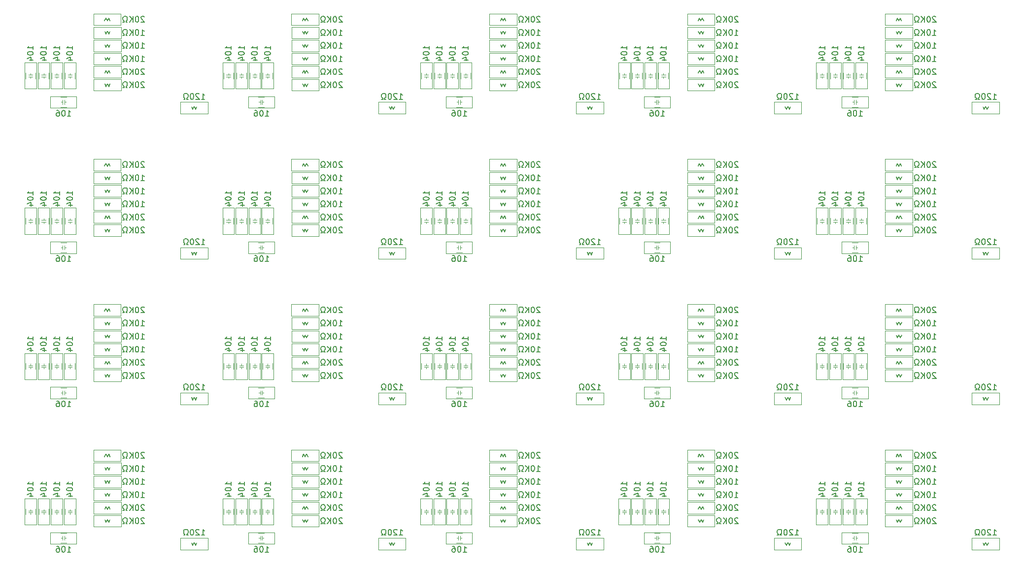
<source format=gbr>
%TF.GenerationSoftware,KiCad,Pcbnew,8.0.4*%
%TF.CreationDate,2024-11-04T15:17:51+09:00*%
%TF.ProjectId,L-CON RS485 V2.0,4c2d434f-4e20-4525-9334-38352056322e,rev?*%
%TF.SameCoordinates,Original*%
%TF.FileFunction,Legend,Bot*%
%TF.FilePolarity,Positive*%
%FSLAX46Y46*%
G04 Gerber Fmt 4.6, Leading zero omitted, Abs format (unit mm)*
G04 Created by KiCad (PCBNEW 8.0.4) date 2024-11-04 15:17:51*
%MOMM*%
%LPD*%
G01*
G04 APERTURE LIST*
%ADD10C,0.150000*%
%ADD11C,0.120000*%
%ADD12C,0.200000*%
G04 APERTURE END LIST*
D10*
X196183332Y-134050057D02*
X196135713Y-134002438D01*
X196135713Y-134002438D02*
X196040475Y-133954819D01*
X196040475Y-133954819D02*
X195802380Y-133954819D01*
X195802380Y-133954819D02*
X195707142Y-134002438D01*
X195707142Y-134002438D02*
X195659523Y-134050057D01*
X195659523Y-134050057D02*
X195611904Y-134145295D01*
X195611904Y-134145295D02*
X195611904Y-134240533D01*
X195611904Y-134240533D02*
X195659523Y-134383390D01*
X195659523Y-134383390D02*
X196230951Y-134954819D01*
X196230951Y-134954819D02*
X195611904Y-134954819D01*
X194992856Y-133954819D02*
X194897618Y-133954819D01*
X194897618Y-133954819D02*
X194802380Y-134002438D01*
X194802380Y-134002438D02*
X194754761Y-134050057D01*
X194754761Y-134050057D02*
X194707142Y-134145295D01*
X194707142Y-134145295D02*
X194659523Y-134335771D01*
X194659523Y-134335771D02*
X194659523Y-134573866D01*
X194659523Y-134573866D02*
X194707142Y-134764342D01*
X194707142Y-134764342D02*
X194754761Y-134859580D01*
X194754761Y-134859580D02*
X194802380Y-134907200D01*
X194802380Y-134907200D02*
X194897618Y-134954819D01*
X194897618Y-134954819D02*
X194992856Y-134954819D01*
X194992856Y-134954819D02*
X195088094Y-134907200D01*
X195088094Y-134907200D02*
X195135713Y-134859580D01*
X195135713Y-134859580D02*
X195183332Y-134764342D01*
X195183332Y-134764342D02*
X195230951Y-134573866D01*
X195230951Y-134573866D02*
X195230951Y-134335771D01*
X195230951Y-134335771D02*
X195183332Y-134145295D01*
X195183332Y-134145295D02*
X195135713Y-134050057D01*
X195135713Y-134050057D02*
X195088094Y-134002438D01*
X195088094Y-134002438D02*
X194992856Y-133954819D01*
X194230951Y-134954819D02*
X194230951Y-133954819D01*
X193659523Y-134954819D02*
X194088094Y-134383390D01*
X193659523Y-133954819D02*
X194230951Y-134526247D01*
X193278570Y-134954819D02*
X193040475Y-134954819D01*
X193040475Y-134954819D02*
X193040475Y-134764342D01*
X193040475Y-134764342D02*
X193135713Y-134716723D01*
X193135713Y-134716723D02*
X193230951Y-134621485D01*
X193230951Y-134621485D02*
X193278570Y-134478628D01*
X193278570Y-134478628D02*
X193278570Y-134240533D01*
X193278570Y-134240533D02*
X193230951Y-134097676D01*
X193230951Y-134097676D02*
X193135713Y-134002438D01*
X193135713Y-134002438D02*
X192992856Y-133954819D01*
X192992856Y-133954819D02*
X192802380Y-133954819D01*
X192802380Y-133954819D02*
X192659523Y-134002438D01*
X192659523Y-134002438D02*
X192564285Y-134097676D01*
X192564285Y-134097676D02*
X192516666Y-134240533D01*
X192516666Y-134240533D02*
X192516666Y-134478628D01*
X192516666Y-134478628D02*
X192564285Y-134621485D01*
X192564285Y-134621485D02*
X192659523Y-134716723D01*
X192659523Y-134716723D02*
X192754761Y-134764342D01*
X192754761Y-134764342D02*
X192754761Y-134954819D01*
X192754761Y-134954819D02*
X192516666Y-134954819D01*
X195611904Y-130454819D02*
X196183332Y-130454819D01*
X195897618Y-130454819D02*
X195897618Y-129454819D01*
X195897618Y-129454819D02*
X195992856Y-129597676D01*
X195992856Y-129597676D02*
X196088094Y-129692914D01*
X196088094Y-129692914D02*
X196183332Y-129740533D01*
X194992856Y-129454819D02*
X194897618Y-129454819D01*
X194897618Y-129454819D02*
X194802380Y-129502438D01*
X194802380Y-129502438D02*
X194754761Y-129550057D01*
X194754761Y-129550057D02*
X194707142Y-129645295D01*
X194707142Y-129645295D02*
X194659523Y-129835771D01*
X194659523Y-129835771D02*
X194659523Y-130073866D01*
X194659523Y-130073866D02*
X194707142Y-130264342D01*
X194707142Y-130264342D02*
X194754761Y-130359580D01*
X194754761Y-130359580D02*
X194802380Y-130407200D01*
X194802380Y-130407200D02*
X194897618Y-130454819D01*
X194897618Y-130454819D02*
X194992856Y-130454819D01*
X194992856Y-130454819D02*
X195088094Y-130407200D01*
X195088094Y-130407200D02*
X195135713Y-130359580D01*
X195135713Y-130359580D02*
X195183332Y-130264342D01*
X195183332Y-130264342D02*
X195230951Y-130073866D01*
X195230951Y-130073866D02*
X195230951Y-129835771D01*
X195230951Y-129835771D02*
X195183332Y-129645295D01*
X195183332Y-129645295D02*
X195135713Y-129550057D01*
X195135713Y-129550057D02*
X195088094Y-129502438D01*
X195088094Y-129502438D02*
X194992856Y-129454819D01*
X194230951Y-130454819D02*
X194230951Y-129454819D01*
X193659523Y-130454819D02*
X194088094Y-129883390D01*
X193659523Y-129454819D02*
X194230951Y-130026247D01*
X193278570Y-130454819D02*
X193040475Y-130454819D01*
X193040475Y-130454819D02*
X193040475Y-130264342D01*
X193040475Y-130264342D02*
X193135713Y-130216723D01*
X193135713Y-130216723D02*
X193230951Y-130121485D01*
X193230951Y-130121485D02*
X193278570Y-129978628D01*
X193278570Y-129978628D02*
X193278570Y-129740533D01*
X193278570Y-129740533D02*
X193230951Y-129597676D01*
X193230951Y-129597676D02*
X193135713Y-129502438D01*
X193135713Y-129502438D02*
X192992856Y-129454819D01*
X192992856Y-129454819D02*
X192802380Y-129454819D01*
X192802380Y-129454819D02*
X192659523Y-129502438D01*
X192659523Y-129502438D02*
X192564285Y-129597676D01*
X192564285Y-129597676D02*
X192516666Y-129740533D01*
X192516666Y-129740533D02*
X192516666Y-129978628D01*
X192516666Y-129978628D02*
X192564285Y-130121485D01*
X192564285Y-130121485D02*
X192659523Y-130216723D01*
X192659523Y-130216723D02*
X192754761Y-130264342D01*
X192754761Y-130264342D02*
X192754761Y-130454819D01*
X192754761Y-130454819D02*
X192516666Y-130454819D01*
X195611904Y-128204819D02*
X196183332Y-128204819D01*
X195897618Y-128204819D02*
X195897618Y-127204819D01*
X195897618Y-127204819D02*
X195992856Y-127347676D01*
X195992856Y-127347676D02*
X196088094Y-127442914D01*
X196088094Y-127442914D02*
X196183332Y-127490533D01*
X194992856Y-127204819D02*
X194897618Y-127204819D01*
X194897618Y-127204819D02*
X194802380Y-127252438D01*
X194802380Y-127252438D02*
X194754761Y-127300057D01*
X194754761Y-127300057D02*
X194707142Y-127395295D01*
X194707142Y-127395295D02*
X194659523Y-127585771D01*
X194659523Y-127585771D02*
X194659523Y-127823866D01*
X194659523Y-127823866D02*
X194707142Y-128014342D01*
X194707142Y-128014342D02*
X194754761Y-128109580D01*
X194754761Y-128109580D02*
X194802380Y-128157200D01*
X194802380Y-128157200D02*
X194897618Y-128204819D01*
X194897618Y-128204819D02*
X194992856Y-128204819D01*
X194992856Y-128204819D02*
X195088094Y-128157200D01*
X195088094Y-128157200D02*
X195135713Y-128109580D01*
X195135713Y-128109580D02*
X195183332Y-128014342D01*
X195183332Y-128014342D02*
X195230951Y-127823866D01*
X195230951Y-127823866D02*
X195230951Y-127585771D01*
X195230951Y-127585771D02*
X195183332Y-127395295D01*
X195183332Y-127395295D02*
X195135713Y-127300057D01*
X195135713Y-127300057D02*
X195088094Y-127252438D01*
X195088094Y-127252438D02*
X194992856Y-127204819D01*
X194230951Y-128204819D02*
X194230951Y-127204819D01*
X193659523Y-128204819D02*
X194088094Y-127633390D01*
X193659523Y-127204819D02*
X194230951Y-127776247D01*
X193278570Y-128204819D02*
X193040475Y-128204819D01*
X193040475Y-128204819D02*
X193040475Y-128014342D01*
X193040475Y-128014342D02*
X193135713Y-127966723D01*
X193135713Y-127966723D02*
X193230951Y-127871485D01*
X193230951Y-127871485D02*
X193278570Y-127728628D01*
X193278570Y-127728628D02*
X193278570Y-127490533D01*
X193278570Y-127490533D02*
X193230951Y-127347676D01*
X193230951Y-127347676D02*
X193135713Y-127252438D01*
X193135713Y-127252438D02*
X192992856Y-127204819D01*
X192992856Y-127204819D02*
X192802380Y-127204819D01*
X192802380Y-127204819D02*
X192659523Y-127252438D01*
X192659523Y-127252438D02*
X192564285Y-127347676D01*
X192564285Y-127347676D02*
X192516666Y-127490533D01*
X192516666Y-127490533D02*
X192516666Y-127728628D01*
X192516666Y-127728628D02*
X192564285Y-127871485D01*
X192564285Y-127871485D02*
X192659523Y-127966723D01*
X192659523Y-127966723D02*
X192754761Y-128014342D01*
X192754761Y-128014342D02*
X192754761Y-128204819D01*
X192754761Y-128204819D02*
X192516666Y-128204819D01*
X205988095Y-136954819D02*
X206559523Y-136954819D01*
X206273809Y-136954819D02*
X206273809Y-135954819D01*
X206273809Y-135954819D02*
X206369047Y-136097676D01*
X206369047Y-136097676D02*
X206464285Y-136192914D01*
X206464285Y-136192914D02*
X206559523Y-136240533D01*
X205607142Y-136050057D02*
X205559523Y-136002438D01*
X205559523Y-136002438D02*
X205464285Y-135954819D01*
X205464285Y-135954819D02*
X205226190Y-135954819D01*
X205226190Y-135954819D02*
X205130952Y-136002438D01*
X205130952Y-136002438D02*
X205083333Y-136050057D01*
X205083333Y-136050057D02*
X205035714Y-136145295D01*
X205035714Y-136145295D02*
X205035714Y-136240533D01*
X205035714Y-136240533D02*
X205083333Y-136383390D01*
X205083333Y-136383390D02*
X205654761Y-136954819D01*
X205654761Y-136954819D02*
X205035714Y-136954819D01*
X204416666Y-135954819D02*
X204321428Y-135954819D01*
X204321428Y-135954819D02*
X204226190Y-136002438D01*
X204226190Y-136002438D02*
X204178571Y-136050057D01*
X204178571Y-136050057D02*
X204130952Y-136145295D01*
X204130952Y-136145295D02*
X204083333Y-136335771D01*
X204083333Y-136335771D02*
X204083333Y-136573866D01*
X204083333Y-136573866D02*
X204130952Y-136764342D01*
X204130952Y-136764342D02*
X204178571Y-136859580D01*
X204178571Y-136859580D02*
X204226190Y-136907200D01*
X204226190Y-136907200D02*
X204321428Y-136954819D01*
X204321428Y-136954819D02*
X204416666Y-136954819D01*
X204416666Y-136954819D02*
X204511904Y-136907200D01*
X204511904Y-136907200D02*
X204559523Y-136859580D01*
X204559523Y-136859580D02*
X204607142Y-136764342D01*
X204607142Y-136764342D02*
X204654761Y-136573866D01*
X204654761Y-136573866D02*
X204654761Y-136335771D01*
X204654761Y-136335771D02*
X204607142Y-136145295D01*
X204607142Y-136145295D02*
X204559523Y-136050057D01*
X204559523Y-136050057D02*
X204511904Y-136002438D01*
X204511904Y-136002438D02*
X204416666Y-135954819D01*
X203702380Y-136954819D02*
X203464285Y-136954819D01*
X203464285Y-136954819D02*
X203464285Y-136764342D01*
X203464285Y-136764342D02*
X203559523Y-136716723D01*
X203559523Y-136716723D02*
X203654761Y-136621485D01*
X203654761Y-136621485D02*
X203702380Y-136478628D01*
X203702380Y-136478628D02*
X203702380Y-136240533D01*
X203702380Y-136240533D02*
X203654761Y-136097676D01*
X203654761Y-136097676D02*
X203559523Y-136002438D01*
X203559523Y-136002438D02*
X203416666Y-135954819D01*
X203416666Y-135954819D02*
X203226190Y-135954819D01*
X203226190Y-135954819D02*
X203083333Y-136002438D01*
X203083333Y-136002438D02*
X202988095Y-136097676D01*
X202988095Y-136097676D02*
X202940476Y-136240533D01*
X202940476Y-136240533D02*
X202940476Y-136478628D01*
X202940476Y-136478628D02*
X202988095Y-136621485D01*
X202988095Y-136621485D02*
X203083333Y-136716723D01*
X203083333Y-136716723D02*
X203178571Y-136764342D01*
X203178571Y-136764342D02*
X203178571Y-136954819D01*
X203178571Y-136954819D02*
X202940476Y-136954819D01*
X179354819Y-128383333D02*
X179354819Y-127811905D01*
X179354819Y-128097619D02*
X178354819Y-128097619D01*
X178354819Y-128097619D02*
X178497676Y-128002381D01*
X178497676Y-128002381D02*
X178592914Y-127907143D01*
X178592914Y-127907143D02*
X178640533Y-127811905D01*
X178354819Y-129002381D02*
X178354819Y-129097619D01*
X178354819Y-129097619D02*
X178402438Y-129192857D01*
X178402438Y-129192857D02*
X178450057Y-129240476D01*
X178450057Y-129240476D02*
X178545295Y-129288095D01*
X178545295Y-129288095D02*
X178735771Y-129335714D01*
X178735771Y-129335714D02*
X178973866Y-129335714D01*
X178973866Y-129335714D02*
X179164342Y-129288095D01*
X179164342Y-129288095D02*
X179259580Y-129240476D01*
X179259580Y-129240476D02*
X179307200Y-129192857D01*
X179307200Y-129192857D02*
X179354819Y-129097619D01*
X179354819Y-129097619D02*
X179354819Y-129002381D01*
X179354819Y-129002381D02*
X179307200Y-128907143D01*
X179307200Y-128907143D02*
X179259580Y-128859524D01*
X179259580Y-128859524D02*
X179164342Y-128811905D01*
X179164342Y-128811905D02*
X178973866Y-128764286D01*
X178973866Y-128764286D02*
X178735771Y-128764286D01*
X178735771Y-128764286D02*
X178545295Y-128811905D01*
X178545295Y-128811905D02*
X178450057Y-128859524D01*
X178450057Y-128859524D02*
X178402438Y-128907143D01*
X178402438Y-128907143D02*
X178354819Y-129002381D01*
X178688152Y-130192857D02*
X179354819Y-130192857D01*
X178307200Y-129954762D02*
X179021485Y-129716667D01*
X179021485Y-129716667D02*
X179021485Y-130335714D01*
X182966666Y-139854819D02*
X183538094Y-139854819D01*
X183252380Y-139854819D02*
X183252380Y-138854819D01*
X183252380Y-138854819D02*
X183347618Y-138997676D01*
X183347618Y-138997676D02*
X183442856Y-139092914D01*
X183442856Y-139092914D02*
X183538094Y-139140533D01*
X182347618Y-138854819D02*
X182252380Y-138854819D01*
X182252380Y-138854819D02*
X182157142Y-138902438D01*
X182157142Y-138902438D02*
X182109523Y-138950057D01*
X182109523Y-138950057D02*
X182061904Y-139045295D01*
X182061904Y-139045295D02*
X182014285Y-139235771D01*
X182014285Y-139235771D02*
X182014285Y-139473866D01*
X182014285Y-139473866D02*
X182061904Y-139664342D01*
X182061904Y-139664342D02*
X182109523Y-139759580D01*
X182109523Y-139759580D02*
X182157142Y-139807200D01*
X182157142Y-139807200D02*
X182252380Y-139854819D01*
X182252380Y-139854819D02*
X182347618Y-139854819D01*
X182347618Y-139854819D02*
X182442856Y-139807200D01*
X182442856Y-139807200D02*
X182490475Y-139759580D01*
X182490475Y-139759580D02*
X182538094Y-139664342D01*
X182538094Y-139664342D02*
X182585713Y-139473866D01*
X182585713Y-139473866D02*
X182585713Y-139235771D01*
X182585713Y-139235771D02*
X182538094Y-139045295D01*
X182538094Y-139045295D02*
X182490475Y-138950057D01*
X182490475Y-138950057D02*
X182442856Y-138902438D01*
X182442856Y-138902438D02*
X182347618Y-138854819D01*
X181157142Y-138854819D02*
X181347618Y-138854819D01*
X181347618Y-138854819D02*
X181442856Y-138902438D01*
X181442856Y-138902438D02*
X181490475Y-138950057D01*
X181490475Y-138950057D02*
X181585713Y-139092914D01*
X181585713Y-139092914D02*
X181633332Y-139283390D01*
X181633332Y-139283390D02*
X181633332Y-139664342D01*
X181633332Y-139664342D02*
X181585713Y-139759580D01*
X181585713Y-139759580D02*
X181538094Y-139807200D01*
X181538094Y-139807200D02*
X181442856Y-139854819D01*
X181442856Y-139854819D02*
X181252380Y-139854819D01*
X181252380Y-139854819D02*
X181157142Y-139807200D01*
X181157142Y-139807200D02*
X181109523Y-139759580D01*
X181109523Y-139759580D02*
X181061904Y-139664342D01*
X181061904Y-139664342D02*
X181061904Y-139426247D01*
X181061904Y-139426247D02*
X181109523Y-139331009D01*
X181109523Y-139331009D02*
X181157142Y-139283390D01*
X181157142Y-139283390D02*
X181252380Y-139235771D01*
X181252380Y-139235771D02*
X181442856Y-139235771D01*
X181442856Y-139235771D02*
X181538094Y-139283390D01*
X181538094Y-139283390D02*
X181585713Y-139331009D01*
X181585713Y-139331009D02*
X181633332Y-139426247D01*
X195611904Y-125954819D02*
X196183332Y-125954819D01*
X195897618Y-125954819D02*
X195897618Y-124954819D01*
X195897618Y-124954819D02*
X195992856Y-125097676D01*
X195992856Y-125097676D02*
X196088094Y-125192914D01*
X196088094Y-125192914D02*
X196183332Y-125240533D01*
X194992856Y-124954819D02*
X194897618Y-124954819D01*
X194897618Y-124954819D02*
X194802380Y-125002438D01*
X194802380Y-125002438D02*
X194754761Y-125050057D01*
X194754761Y-125050057D02*
X194707142Y-125145295D01*
X194707142Y-125145295D02*
X194659523Y-125335771D01*
X194659523Y-125335771D02*
X194659523Y-125573866D01*
X194659523Y-125573866D02*
X194707142Y-125764342D01*
X194707142Y-125764342D02*
X194754761Y-125859580D01*
X194754761Y-125859580D02*
X194802380Y-125907200D01*
X194802380Y-125907200D02*
X194897618Y-125954819D01*
X194897618Y-125954819D02*
X194992856Y-125954819D01*
X194992856Y-125954819D02*
X195088094Y-125907200D01*
X195088094Y-125907200D02*
X195135713Y-125859580D01*
X195135713Y-125859580D02*
X195183332Y-125764342D01*
X195183332Y-125764342D02*
X195230951Y-125573866D01*
X195230951Y-125573866D02*
X195230951Y-125335771D01*
X195230951Y-125335771D02*
X195183332Y-125145295D01*
X195183332Y-125145295D02*
X195135713Y-125050057D01*
X195135713Y-125050057D02*
X195088094Y-125002438D01*
X195088094Y-125002438D02*
X194992856Y-124954819D01*
X194230951Y-125954819D02*
X194230951Y-124954819D01*
X193659523Y-125954819D02*
X194088094Y-125383390D01*
X193659523Y-124954819D02*
X194230951Y-125526247D01*
X193278570Y-125954819D02*
X193040475Y-125954819D01*
X193040475Y-125954819D02*
X193040475Y-125764342D01*
X193040475Y-125764342D02*
X193135713Y-125716723D01*
X193135713Y-125716723D02*
X193230951Y-125621485D01*
X193230951Y-125621485D02*
X193278570Y-125478628D01*
X193278570Y-125478628D02*
X193278570Y-125240533D01*
X193278570Y-125240533D02*
X193230951Y-125097676D01*
X193230951Y-125097676D02*
X193135713Y-125002438D01*
X193135713Y-125002438D02*
X192992856Y-124954819D01*
X192992856Y-124954819D02*
X192802380Y-124954819D01*
X192802380Y-124954819D02*
X192659523Y-125002438D01*
X192659523Y-125002438D02*
X192564285Y-125097676D01*
X192564285Y-125097676D02*
X192516666Y-125240533D01*
X192516666Y-125240533D02*
X192516666Y-125478628D01*
X192516666Y-125478628D02*
X192564285Y-125621485D01*
X192564285Y-125621485D02*
X192659523Y-125716723D01*
X192659523Y-125716723D02*
X192754761Y-125764342D01*
X192754761Y-125764342D02*
X192754761Y-125954819D01*
X192754761Y-125954819D02*
X192516666Y-125954819D01*
X196183332Y-131800057D02*
X196135713Y-131752438D01*
X196135713Y-131752438D02*
X196040475Y-131704819D01*
X196040475Y-131704819D02*
X195802380Y-131704819D01*
X195802380Y-131704819D02*
X195707142Y-131752438D01*
X195707142Y-131752438D02*
X195659523Y-131800057D01*
X195659523Y-131800057D02*
X195611904Y-131895295D01*
X195611904Y-131895295D02*
X195611904Y-131990533D01*
X195611904Y-131990533D02*
X195659523Y-132133390D01*
X195659523Y-132133390D02*
X196230951Y-132704819D01*
X196230951Y-132704819D02*
X195611904Y-132704819D01*
X194992856Y-131704819D02*
X194897618Y-131704819D01*
X194897618Y-131704819D02*
X194802380Y-131752438D01*
X194802380Y-131752438D02*
X194754761Y-131800057D01*
X194754761Y-131800057D02*
X194707142Y-131895295D01*
X194707142Y-131895295D02*
X194659523Y-132085771D01*
X194659523Y-132085771D02*
X194659523Y-132323866D01*
X194659523Y-132323866D02*
X194707142Y-132514342D01*
X194707142Y-132514342D02*
X194754761Y-132609580D01*
X194754761Y-132609580D02*
X194802380Y-132657200D01*
X194802380Y-132657200D02*
X194897618Y-132704819D01*
X194897618Y-132704819D02*
X194992856Y-132704819D01*
X194992856Y-132704819D02*
X195088094Y-132657200D01*
X195088094Y-132657200D02*
X195135713Y-132609580D01*
X195135713Y-132609580D02*
X195183332Y-132514342D01*
X195183332Y-132514342D02*
X195230951Y-132323866D01*
X195230951Y-132323866D02*
X195230951Y-132085771D01*
X195230951Y-132085771D02*
X195183332Y-131895295D01*
X195183332Y-131895295D02*
X195135713Y-131800057D01*
X195135713Y-131800057D02*
X195088094Y-131752438D01*
X195088094Y-131752438D02*
X194992856Y-131704819D01*
X194230951Y-132704819D02*
X194230951Y-131704819D01*
X193659523Y-132704819D02*
X194088094Y-132133390D01*
X193659523Y-131704819D02*
X194230951Y-132276247D01*
X193278570Y-132704819D02*
X193040475Y-132704819D01*
X193040475Y-132704819D02*
X193040475Y-132514342D01*
X193040475Y-132514342D02*
X193135713Y-132466723D01*
X193135713Y-132466723D02*
X193230951Y-132371485D01*
X193230951Y-132371485D02*
X193278570Y-132228628D01*
X193278570Y-132228628D02*
X193278570Y-131990533D01*
X193278570Y-131990533D02*
X193230951Y-131847676D01*
X193230951Y-131847676D02*
X193135713Y-131752438D01*
X193135713Y-131752438D02*
X192992856Y-131704819D01*
X192992856Y-131704819D02*
X192802380Y-131704819D01*
X192802380Y-131704819D02*
X192659523Y-131752438D01*
X192659523Y-131752438D02*
X192564285Y-131847676D01*
X192564285Y-131847676D02*
X192516666Y-131990533D01*
X192516666Y-131990533D02*
X192516666Y-132228628D01*
X192516666Y-132228628D02*
X192564285Y-132371485D01*
X192564285Y-132371485D02*
X192659523Y-132466723D01*
X192659523Y-132466723D02*
X192754761Y-132514342D01*
X192754761Y-132514342D02*
X192754761Y-132704819D01*
X192754761Y-132704819D02*
X192516666Y-132704819D01*
X181604819Y-128383333D02*
X181604819Y-127811905D01*
X181604819Y-128097619D02*
X180604819Y-128097619D01*
X180604819Y-128097619D02*
X180747676Y-128002381D01*
X180747676Y-128002381D02*
X180842914Y-127907143D01*
X180842914Y-127907143D02*
X180890533Y-127811905D01*
X180604819Y-129002381D02*
X180604819Y-129097619D01*
X180604819Y-129097619D02*
X180652438Y-129192857D01*
X180652438Y-129192857D02*
X180700057Y-129240476D01*
X180700057Y-129240476D02*
X180795295Y-129288095D01*
X180795295Y-129288095D02*
X180985771Y-129335714D01*
X180985771Y-129335714D02*
X181223866Y-129335714D01*
X181223866Y-129335714D02*
X181414342Y-129288095D01*
X181414342Y-129288095D02*
X181509580Y-129240476D01*
X181509580Y-129240476D02*
X181557200Y-129192857D01*
X181557200Y-129192857D02*
X181604819Y-129097619D01*
X181604819Y-129097619D02*
X181604819Y-129002381D01*
X181604819Y-129002381D02*
X181557200Y-128907143D01*
X181557200Y-128907143D02*
X181509580Y-128859524D01*
X181509580Y-128859524D02*
X181414342Y-128811905D01*
X181414342Y-128811905D02*
X181223866Y-128764286D01*
X181223866Y-128764286D02*
X180985771Y-128764286D01*
X180985771Y-128764286D02*
X180795295Y-128811905D01*
X180795295Y-128811905D02*
X180700057Y-128859524D01*
X180700057Y-128859524D02*
X180652438Y-128907143D01*
X180652438Y-128907143D02*
X180604819Y-129002381D01*
X180938152Y-130192857D02*
X181604819Y-130192857D01*
X180557200Y-129954762D02*
X181271485Y-129716667D01*
X181271485Y-129716667D02*
X181271485Y-130335714D01*
X196183332Y-122780057D02*
X196135713Y-122732438D01*
X196135713Y-122732438D02*
X196040475Y-122684819D01*
X196040475Y-122684819D02*
X195802380Y-122684819D01*
X195802380Y-122684819D02*
X195707142Y-122732438D01*
X195707142Y-122732438D02*
X195659523Y-122780057D01*
X195659523Y-122780057D02*
X195611904Y-122875295D01*
X195611904Y-122875295D02*
X195611904Y-122970533D01*
X195611904Y-122970533D02*
X195659523Y-123113390D01*
X195659523Y-123113390D02*
X196230951Y-123684819D01*
X196230951Y-123684819D02*
X195611904Y-123684819D01*
X194992856Y-122684819D02*
X194897618Y-122684819D01*
X194897618Y-122684819D02*
X194802380Y-122732438D01*
X194802380Y-122732438D02*
X194754761Y-122780057D01*
X194754761Y-122780057D02*
X194707142Y-122875295D01*
X194707142Y-122875295D02*
X194659523Y-123065771D01*
X194659523Y-123065771D02*
X194659523Y-123303866D01*
X194659523Y-123303866D02*
X194707142Y-123494342D01*
X194707142Y-123494342D02*
X194754761Y-123589580D01*
X194754761Y-123589580D02*
X194802380Y-123637200D01*
X194802380Y-123637200D02*
X194897618Y-123684819D01*
X194897618Y-123684819D02*
X194992856Y-123684819D01*
X194992856Y-123684819D02*
X195088094Y-123637200D01*
X195088094Y-123637200D02*
X195135713Y-123589580D01*
X195135713Y-123589580D02*
X195183332Y-123494342D01*
X195183332Y-123494342D02*
X195230951Y-123303866D01*
X195230951Y-123303866D02*
X195230951Y-123065771D01*
X195230951Y-123065771D02*
X195183332Y-122875295D01*
X195183332Y-122875295D02*
X195135713Y-122780057D01*
X195135713Y-122780057D02*
X195088094Y-122732438D01*
X195088094Y-122732438D02*
X194992856Y-122684819D01*
X194230951Y-123684819D02*
X194230951Y-122684819D01*
X193659523Y-123684819D02*
X194088094Y-123113390D01*
X193659523Y-122684819D02*
X194230951Y-123256247D01*
X193278570Y-123684819D02*
X193040475Y-123684819D01*
X193040475Y-123684819D02*
X193040475Y-123494342D01*
X193040475Y-123494342D02*
X193135713Y-123446723D01*
X193135713Y-123446723D02*
X193230951Y-123351485D01*
X193230951Y-123351485D02*
X193278570Y-123208628D01*
X193278570Y-123208628D02*
X193278570Y-122970533D01*
X193278570Y-122970533D02*
X193230951Y-122827676D01*
X193230951Y-122827676D02*
X193135713Y-122732438D01*
X193135713Y-122732438D02*
X192992856Y-122684819D01*
X192992856Y-122684819D02*
X192802380Y-122684819D01*
X192802380Y-122684819D02*
X192659523Y-122732438D01*
X192659523Y-122732438D02*
X192564285Y-122827676D01*
X192564285Y-122827676D02*
X192516666Y-122970533D01*
X192516666Y-122970533D02*
X192516666Y-123208628D01*
X192516666Y-123208628D02*
X192564285Y-123351485D01*
X192564285Y-123351485D02*
X192659523Y-123446723D01*
X192659523Y-123446723D02*
X192754761Y-123494342D01*
X192754761Y-123494342D02*
X192754761Y-123684819D01*
X192754761Y-123684819D02*
X192516666Y-123684819D01*
X183854819Y-128383333D02*
X183854819Y-127811905D01*
X183854819Y-128097619D02*
X182854819Y-128097619D01*
X182854819Y-128097619D02*
X182997676Y-128002381D01*
X182997676Y-128002381D02*
X183092914Y-127907143D01*
X183092914Y-127907143D02*
X183140533Y-127811905D01*
X182854819Y-129002381D02*
X182854819Y-129097619D01*
X182854819Y-129097619D02*
X182902438Y-129192857D01*
X182902438Y-129192857D02*
X182950057Y-129240476D01*
X182950057Y-129240476D02*
X183045295Y-129288095D01*
X183045295Y-129288095D02*
X183235771Y-129335714D01*
X183235771Y-129335714D02*
X183473866Y-129335714D01*
X183473866Y-129335714D02*
X183664342Y-129288095D01*
X183664342Y-129288095D02*
X183759580Y-129240476D01*
X183759580Y-129240476D02*
X183807200Y-129192857D01*
X183807200Y-129192857D02*
X183854819Y-129097619D01*
X183854819Y-129097619D02*
X183854819Y-129002381D01*
X183854819Y-129002381D02*
X183807200Y-128907143D01*
X183807200Y-128907143D02*
X183759580Y-128859524D01*
X183759580Y-128859524D02*
X183664342Y-128811905D01*
X183664342Y-128811905D02*
X183473866Y-128764286D01*
X183473866Y-128764286D02*
X183235771Y-128764286D01*
X183235771Y-128764286D02*
X183045295Y-128811905D01*
X183045295Y-128811905D02*
X182950057Y-128859524D01*
X182950057Y-128859524D02*
X182902438Y-128907143D01*
X182902438Y-128907143D02*
X182854819Y-129002381D01*
X183188152Y-130192857D02*
X183854819Y-130192857D01*
X182807200Y-129954762D02*
X183521485Y-129716667D01*
X183521485Y-129716667D02*
X183521485Y-130335714D01*
X177104819Y-128383333D02*
X177104819Y-127811905D01*
X177104819Y-128097619D02*
X176104819Y-128097619D01*
X176104819Y-128097619D02*
X176247676Y-128002381D01*
X176247676Y-128002381D02*
X176342914Y-127907143D01*
X176342914Y-127907143D02*
X176390533Y-127811905D01*
X176104819Y-129002381D02*
X176104819Y-129097619D01*
X176104819Y-129097619D02*
X176152438Y-129192857D01*
X176152438Y-129192857D02*
X176200057Y-129240476D01*
X176200057Y-129240476D02*
X176295295Y-129288095D01*
X176295295Y-129288095D02*
X176485771Y-129335714D01*
X176485771Y-129335714D02*
X176723866Y-129335714D01*
X176723866Y-129335714D02*
X176914342Y-129288095D01*
X176914342Y-129288095D02*
X177009580Y-129240476D01*
X177009580Y-129240476D02*
X177057200Y-129192857D01*
X177057200Y-129192857D02*
X177104819Y-129097619D01*
X177104819Y-129097619D02*
X177104819Y-129002381D01*
X177104819Y-129002381D02*
X177057200Y-128907143D01*
X177057200Y-128907143D02*
X177009580Y-128859524D01*
X177009580Y-128859524D02*
X176914342Y-128811905D01*
X176914342Y-128811905D02*
X176723866Y-128764286D01*
X176723866Y-128764286D02*
X176485771Y-128764286D01*
X176485771Y-128764286D02*
X176295295Y-128811905D01*
X176295295Y-128811905D02*
X176200057Y-128859524D01*
X176200057Y-128859524D02*
X176152438Y-128907143D01*
X176152438Y-128907143D02*
X176104819Y-129002381D01*
X176438152Y-130192857D02*
X177104819Y-130192857D01*
X176057200Y-129954762D02*
X176771485Y-129716667D01*
X176771485Y-129716667D02*
X176771485Y-130335714D01*
X162183332Y-134050057D02*
X162135713Y-134002438D01*
X162135713Y-134002438D02*
X162040475Y-133954819D01*
X162040475Y-133954819D02*
X161802380Y-133954819D01*
X161802380Y-133954819D02*
X161707142Y-134002438D01*
X161707142Y-134002438D02*
X161659523Y-134050057D01*
X161659523Y-134050057D02*
X161611904Y-134145295D01*
X161611904Y-134145295D02*
X161611904Y-134240533D01*
X161611904Y-134240533D02*
X161659523Y-134383390D01*
X161659523Y-134383390D02*
X162230951Y-134954819D01*
X162230951Y-134954819D02*
X161611904Y-134954819D01*
X160992856Y-133954819D02*
X160897618Y-133954819D01*
X160897618Y-133954819D02*
X160802380Y-134002438D01*
X160802380Y-134002438D02*
X160754761Y-134050057D01*
X160754761Y-134050057D02*
X160707142Y-134145295D01*
X160707142Y-134145295D02*
X160659523Y-134335771D01*
X160659523Y-134335771D02*
X160659523Y-134573866D01*
X160659523Y-134573866D02*
X160707142Y-134764342D01*
X160707142Y-134764342D02*
X160754761Y-134859580D01*
X160754761Y-134859580D02*
X160802380Y-134907200D01*
X160802380Y-134907200D02*
X160897618Y-134954819D01*
X160897618Y-134954819D02*
X160992856Y-134954819D01*
X160992856Y-134954819D02*
X161088094Y-134907200D01*
X161088094Y-134907200D02*
X161135713Y-134859580D01*
X161135713Y-134859580D02*
X161183332Y-134764342D01*
X161183332Y-134764342D02*
X161230951Y-134573866D01*
X161230951Y-134573866D02*
X161230951Y-134335771D01*
X161230951Y-134335771D02*
X161183332Y-134145295D01*
X161183332Y-134145295D02*
X161135713Y-134050057D01*
X161135713Y-134050057D02*
X161088094Y-134002438D01*
X161088094Y-134002438D02*
X160992856Y-133954819D01*
X160230951Y-134954819D02*
X160230951Y-133954819D01*
X159659523Y-134954819D02*
X160088094Y-134383390D01*
X159659523Y-133954819D02*
X160230951Y-134526247D01*
X159278570Y-134954819D02*
X159040475Y-134954819D01*
X159040475Y-134954819D02*
X159040475Y-134764342D01*
X159040475Y-134764342D02*
X159135713Y-134716723D01*
X159135713Y-134716723D02*
X159230951Y-134621485D01*
X159230951Y-134621485D02*
X159278570Y-134478628D01*
X159278570Y-134478628D02*
X159278570Y-134240533D01*
X159278570Y-134240533D02*
X159230951Y-134097676D01*
X159230951Y-134097676D02*
X159135713Y-134002438D01*
X159135713Y-134002438D02*
X158992856Y-133954819D01*
X158992856Y-133954819D02*
X158802380Y-133954819D01*
X158802380Y-133954819D02*
X158659523Y-134002438D01*
X158659523Y-134002438D02*
X158564285Y-134097676D01*
X158564285Y-134097676D02*
X158516666Y-134240533D01*
X158516666Y-134240533D02*
X158516666Y-134478628D01*
X158516666Y-134478628D02*
X158564285Y-134621485D01*
X158564285Y-134621485D02*
X158659523Y-134716723D01*
X158659523Y-134716723D02*
X158754761Y-134764342D01*
X158754761Y-134764342D02*
X158754761Y-134954819D01*
X158754761Y-134954819D02*
X158516666Y-134954819D01*
X161611904Y-130454819D02*
X162183332Y-130454819D01*
X161897618Y-130454819D02*
X161897618Y-129454819D01*
X161897618Y-129454819D02*
X161992856Y-129597676D01*
X161992856Y-129597676D02*
X162088094Y-129692914D01*
X162088094Y-129692914D02*
X162183332Y-129740533D01*
X160992856Y-129454819D02*
X160897618Y-129454819D01*
X160897618Y-129454819D02*
X160802380Y-129502438D01*
X160802380Y-129502438D02*
X160754761Y-129550057D01*
X160754761Y-129550057D02*
X160707142Y-129645295D01*
X160707142Y-129645295D02*
X160659523Y-129835771D01*
X160659523Y-129835771D02*
X160659523Y-130073866D01*
X160659523Y-130073866D02*
X160707142Y-130264342D01*
X160707142Y-130264342D02*
X160754761Y-130359580D01*
X160754761Y-130359580D02*
X160802380Y-130407200D01*
X160802380Y-130407200D02*
X160897618Y-130454819D01*
X160897618Y-130454819D02*
X160992856Y-130454819D01*
X160992856Y-130454819D02*
X161088094Y-130407200D01*
X161088094Y-130407200D02*
X161135713Y-130359580D01*
X161135713Y-130359580D02*
X161183332Y-130264342D01*
X161183332Y-130264342D02*
X161230951Y-130073866D01*
X161230951Y-130073866D02*
X161230951Y-129835771D01*
X161230951Y-129835771D02*
X161183332Y-129645295D01*
X161183332Y-129645295D02*
X161135713Y-129550057D01*
X161135713Y-129550057D02*
X161088094Y-129502438D01*
X161088094Y-129502438D02*
X160992856Y-129454819D01*
X160230951Y-130454819D02*
X160230951Y-129454819D01*
X159659523Y-130454819D02*
X160088094Y-129883390D01*
X159659523Y-129454819D02*
X160230951Y-130026247D01*
X159278570Y-130454819D02*
X159040475Y-130454819D01*
X159040475Y-130454819D02*
X159040475Y-130264342D01*
X159040475Y-130264342D02*
X159135713Y-130216723D01*
X159135713Y-130216723D02*
X159230951Y-130121485D01*
X159230951Y-130121485D02*
X159278570Y-129978628D01*
X159278570Y-129978628D02*
X159278570Y-129740533D01*
X159278570Y-129740533D02*
X159230951Y-129597676D01*
X159230951Y-129597676D02*
X159135713Y-129502438D01*
X159135713Y-129502438D02*
X158992856Y-129454819D01*
X158992856Y-129454819D02*
X158802380Y-129454819D01*
X158802380Y-129454819D02*
X158659523Y-129502438D01*
X158659523Y-129502438D02*
X158564285Y-129597676D01*
X158564285Y-129597676D02*
X158516666Y-129740533D01*
X158516666Y-129740533D02*
X158516666Y-129978628D01*
X158516666Y-129978628D02*
X158564285Y-130121485D01*
X158564285Y-130121485D02*
X158659523Y-130216723D01*
X158659523Y-130216723D02*
X158754761Y-130264342D01*
X158754761Y-130264342D02*
X158754761Y-130454819D01*
X158754761Y-130454819D02*
X158516666Y-130454819D01*
X161611904Y-128204819D02*
X162183332Y-128204819D01*
X161897618Y-128204819D02*
X161897618Y-127204819D01*
X161897618Y-127204819D02*
X161992856Y-127347676D01*
X161992856Y-127347676D02*
X162088094Y-127442914D01*
X162088094Y-127442914D02*
X162183332Y-127490533D01*
X160992856Y-127204819D02*
X160897618Y-127204819D01*
X160897618Y-127204819D02*
X160802380Y-127252438D01*
X160802380Y-127252438D02*
X160754761Y-127300057D01*
X160754761Y-127300057D02*
X160707142Y-127395295D01*
X160707142Y-127395295D02*
X160659523Y-127585771D01*
X160659523Y-127585771D02*
X160659523Y-127823866D01*
X160659523Y-127823866D02*
X160707142Y-128014342D01*
X160707142Y-128014342D02*
X160754761Y-128109580D01*
X160754761Y-128109580D02*
X160802380Y-128157200D01*
X160802380Y-128157200D02*
X160897618Y-128204819D01*
X160897618Y-128204819D02*
X160992856Y-128204819D01*
X160992856Y-128204819D02*
X161088094Y-128157200D01*
X161088094Y-128157200D02*
X161135713Y-128109580D01*
X161135713Y-128109580D02*
X161183332Y-128014342D01*
X161183332Y-128014342D02*
X161230951Y-127823866D01*
X161230951Y-127823866D02*
X161230951Y-127585771D01*
X161230951Y-127585771D02*
X161183332Y-127395295D01*
X161183332Y-127395295D02*
X161135713Y-127300057D01*
X161135713Y-127300057D02*
X161088094Y-127252438D01*
X161088094Y-127252438D02*
X160992856Y-127204819D01*
X160230951Y-128204819D02*
X160230951Y-127204819D01*
X159659523Y-128204819D02*
X160088094Y-127633390D01*
X159659523Y-127204819D02*
X160230951Y-127776247D01*
X159278570Y-128204819D02*
X159040475Y-128204819D01*
X159040475Y-128204819D02*
X159040475Y-128014342D01*
X159040475Y-128014342D02*
X159135713Y-127966723D01*
X159135713Y-127966723D02*
X159230951Y-127871485D01*
X159230951Y-127871485D02*
X159278570Y-127728628D01*
X159278570Y-127728628D02*
X159278570Y-127490533D01*
X159278570Y-127490533D02*
X159230951Y-127347676D01*
X159230951Y-127347676D02*
X159135713Y-127252438D01*
X159135713Y-127252438D02*
X158992856Y-127204819D01*
X158992856Y-127204819D02*
X158802380Y-127204819D01*
X158802380Y-127204819D02*
X158659523Y-127252438D01*
X158659523Y-127252438D02*
X158564285Y-127347676D01*
X158564285Y-127347676D02*
X158516666Y-127490533D01*
X158516666Y-127490533D02*
X158516666Y-127728628D01*
X158516666Y-127728628D02*
X158564285Y-127871485D01*
X158564285Y-127871485D02*
X158659523Y-127966723D01*
X158659523Y-127966723D02*
X158754761Y-128014342D01*
X158754761Y-128014342D02*
X158754761Y-128204819D01*
X158754761Y-128204819D02*
X158516666Y-128204819D01*
X171988095Y-136954819D02*
X172559523Y-136954819D01*
X172273809Y-136954819D02*
X172273809Y-135954819D01*
X172273809Y-135954819D02*
X172369047Y-136097676D01*
X172369047Y-136097676D02*
X172464285Y-136192914D01*
X172464285Y-136192914D02*
X172559523Y-136240533D01*
X171607142Y-136050057D02*
X171559523Y-136002438D01*
X171559523Y-136002438D02*
X171464285Y-135954819D01*
X171464285Y-135954819D02*
X171226190Y-135954819D01*
X171226190Y-135954819D02*
X171130952Y-136002438D01*
X171130952Y-136002438D02*
X171083333Y-136050057D01*
X171083333Y-136050057D02*
X171035714Y-136145295D01*
X171035714Y-136145295D02*
X171035714Y-136240533D01*
X171035714Y-136240533D02*
X171083333Y-136383390D01*
X171083333Y-136383390D02*
X171654761Y-136954819D01*
X171654761Y-136954819D02*
X171035714Y-136954819D01*
X170416666Y-135954819D02*
X170321428Y-135954819D01*
X170321428Y-135954819D02*
X170226190Y-136002438D01*
X170226190Y-136002438D02*
X170178571Y-136050057D01*
X170178571Y-136050057D02*
X170130952Y-136145295D01*
X170130952Y-136145295D02*
X170083333Y-136335771D01*
X170083333Y-136335771D02*
X170083333Y-136573866D01*
X170083333Y-136573866D02*
X170130952Y-136764342D01*
X170130952Y-136764342D02*
X170178571Y-136859580D01*
X170178571Y-136859580D02*
X170226190Y-136907200D01*
X170226190Y-136907200D02*
X170321428Y-136954819D01*
X170321428Y-136954819D02*
X170416666Y-136954819D01*
X170416666Y-136954819D02*
X170511904Y-136907200D01*
X170511904Y-136907200D02*
X170559523Y-136859580D01*
X170559523Y-136859580D02*
X170607142Y-136764342D01*
X170607142Y-136764342D02*
X170654761Y-136573866D01*
X170654761Y-136573866D02*
X170654761Y-136335771D01*
X170654761Y-136335771D02*
X170607142Y-136145295D01*
X170607142Y-136145295D02*
X170559523Y-136050057D01*
X170559523Y-136050057D02*
X170511904Y-136002438D01*
X170511904Y-136002438D02*
X170416666Y-135954819D01*
X169702380Y-136954819D02*
X169464285Y-136954819D01*
X169464285Y-136954819D02*
X169464285Y-136764342D01*
X169464285Y-136764342D02*
X169559523Y-136716723D01*
X169559523Y-136716723D02*
X169654761Y-136621485D01*
X169654761Y-136621485D02*
X169702380Y-136478628D01*
X169702380Y-136478628D02*
X169702380Y-136240533D01*
X169702380Y-136240533D02*
X169654761Y-136097676D01*
X169654761Y-136097676D02*
X169559523Y-136002438D01*
X169559523Y-136002438D02*
X169416666Y-135954819D01*
X169416666Y-135954819D02*
X169226190Y-135954819D01*
X169226190Y-135954819D02*
X169083333Y-136002438D01*
X169083333Y-136002438D02*
X168988095Y-136097676D01*
X168988095Y-136097676D02*
X168940476Y-136240533D01*
X168940476Y-136240533D02*
X168940476Y-136478628D01*
X168940476Y-136478628D02*
X168988095Y-136621485D01*
X168988095Y-136621485D02*
X169083333Y-136716723D01*
X169083333Y-136716723D02*
X169178571Y-136764342D01*
X169178571Y-136764342D02*
X169178571Y-136954819D01*
X169178571Y-136954819D02*
X168940476Y-136954819D01*
X145354819Y-128383333D02*
X145354819Y-127811905D01*
X145354819Y-128097619D02*
X144354819Y-128097619D01*
X144354819Y-128097619D02*
X144497676Y-128002381D01*
X144497676Y-128002381D02*
X144592914Y-127907143D01*
X144592914Y-127907143D02*
X144640533Y-127811905D01*
X144354819Y-129002381D02*
X144354819Y-129097619D01*
X144354819Y-129097619D02*
X144402438Y-129192857D01*
X144402438Y-129192857D02*
X144450057Y-129240476D01*
X144450057Y-129240476D02*
X144545295Y-129288095D01*
X144545295Y-129288095D02*
X144735771Y-129335714D01*
X144735771Y-129335714D02*
X144973866Y-129335714D01*
X144973866Y-129335714D02*
X145164342Y-129288095D01*
X145164342Y-129288095D02*
X145259580Y-129240476D01*
X145259580Y-129240476D02*
X145307200Y-129192857D01*
X145307200Y-129192857D02*
X145354819Y-129097619D01*
X145354819Y-129097619D02*
X145354819Y-129002381D01*
X145354819Y-129002381D02*
X145307200Y-128907143D01*
X145307200Y-128907143D02*
X145259580Y-128859524D01*
X145259580Y-128859524D02*
X145164342Y-128811905D01*
X145164342Y-128811905D02*
X144973866Y-128764286D01*
X144973866Y-128764286D02*
X144735771Y-128764286D01*
X144735771Y-128764286D02*
X144545295Y-128811905D01*
X144545295Y-128811905D02*
X144450057Y-128859524D01*
X144450057Y-128859524D02*
X144402438Y-128907143D01*
X144402438Y-128907143D02*
X144354819Y-129002381D01*
X144688152Y-130192857D02*
X145354819Y-130192857D01*
X144307200Y-129954762D02*
X145021485Y-129716667D01*
X145021485Y-129716667D02*
X145021485Y-130335714D01*
X148966666Y-139854819D02*
X149538094Y-139854819D01*
X149252380Y-139854819D02*
X149252380Y-138854819D01*
X149252380Y-138854819D02*
X149347618Y-138997676D01*
X149347618Y-138997676D02*
X149442856Y-139092914D01*
X149442856Y-139092914D02*
X149538094Y-139140533D01*
X148347618Y-138854819D02*
X148252380Y-138854819D01*
X148252380Y-138854819D02*
X148157142Y-138902438D01*
X148157142Y-138902438D02*
X148109523Y-138950057D01*
X148109523Y-138950057D02*
X148061904Y-139045295D01*
X148061904Y-139045295D02*
X148014285Y-139235771D01*
X148014285Y-139235771D02*
X148014285Y-139473866D01*
X148014285Y-139473866D02*
X148061904Y-139664342D01*
X148061904Y-139664342D02*
X148109523Y-139759580D01*
X148109523Y-139759580D02*
X148157142Y-139807200D01*
X148157142Y-139807200D02*
X148252380Y-139854819D01*
X148252380Y-139854819D02*
X148347618Y-139854819D01*
X148347618Y-139854819D02*
X148442856Y-139807200D01*
X148442856Y-139807200D02*
X148490475Y-139759580D01*
X148490475Y-139759580D02*
X148538094Y-139664342D01*
X148538094Y-139664342D02*
X148585713Y-139473866D01*
X148585713Y-139473866D02*
X148585713Y-139235771D01*
X148585713Y-139235771D02*
X148538094Y-139045295D01*
X148538094Y-139045295D02*
X148490475Y-138950057D01*
X148490475Y-138950057D02*
X148442856Y-138902438D01*
X148442856Y-138902438D02*
X148347618Y-138854819D01*
X147157142Y-138854819D02*
X147347618Y-138854819D01*
X147347618Y-138854819D02*
X147442856Y-138902438D01*
X147442856Y-138902438D02*
X147490475Y-138950057D01*
X147490475Y-138950057D02*
X147585713Y-139092914D01*
X147585713Y-139092914D02*
X147633332Y-139283390D01*
X147633332Y-139283390D02*
X147633332Y-139664342D01*
X147633332Y-139664342D02*
X147585713Y-139759580D01*
X147585713Y-139759580D02*
X147538094Y-139807200D01*
X147538094Y-139807200D02*
X147442856Y-139854819D01*
X147442856Y-139854819D02*
X147252380Y-139854819D01*
X147252380Y-139854819D02*
X147157142Y-139807200D01*
X147157142Y-139807200D02*
X147109523Y-139759580D01*
X147109523Y-139759580D02*
X147061904Y-139664342D01*
X147061904Y-139664342D02*
X147061904Y-139426247D01*
X147061904Y-139426247D02*
X147109523Y-139331009D01*
X147109523Y-139331009D02*
X147157142Y-139283390D01*
X147157142Y-139283390D02*
X147252380Y-139235771D01*
X147252380Y-139235771D02*
X147442856Y-139235771D01*
X147442856Y-139235771D02*
X147538094Y-139283390D01*
X147538094Y-139283390D02*
X147585713Y-139331009D01*
X147585713Y-139331009D02*
X147633332Y-139426247D01*
X161611904Y-125954819D02*
X162183332Y-125954819D01*
X161897618Y-125954819D02*
X161897618Y-124954819D01*
X161897618Y-124954819D02*
X161992856Y-125097676D01*
X161992856Y-125097676D02*
X162088094Y-125192914D01*
X162088094Y-125192914D02*
X162183332Y-125240533D01*
X160992856Y-124954819D02*
X160897618Y-124954819D01*
X160897618Y-124954819D02*
X160802380Y-125002438D01*
X160802380Y-125002438D02*
X160754761Y-125050057D01*
X160754761Y-125050057D02*
X160707142Y-125145295D01*
X160707142Y-125145295D02*
X160659523Y-125335771D01*
X160659523Y-125335771D02*
X160659523Y-125573866D01*
X160659523Y-125573866D02*
X160707142Y-125764342D01*
X160707142Y-125764342D02*
X160754761Y-125859580D01*
X160754761Y-125859580D02*
X160802380Y-125907200D01*
X160802380Y-125907200D02*
X160897618Y-125954819D01*
X160897618Y-125954819D02*
X160992856Y-125954819D01*
X160992856Y-125954819D02*
X161088094Y-125907200D01*
X161088094Y-125907200D02*
X161135713Y-125859580D01*
X161135713Y-125859580D02*
X161183332Y-125764342D01*
X161183332Y-125764342D02*
X161230951Y-125573866D01*
X161230951Y-125573866D02*
X161230951Y-125335771D01*
X161230951Y-125335771D02*
X161183332Y-125145295D01*
X161183332Y-125145295D02*
X161135713Y-125050057D01*
X161135713Y-125050057D02*
X161088094Y-125002438D01*
X161088094Y-125002438D02*
X160992856Y-124954819D01*
X160230951Y-125954819D02*
X160230951Y-124954819D01*
X159659523Y-125954819D02*
X160088094Y-125383390D01*
X159659523Y-124954819D02*
X160230951Y-125526247D01*
X159278570Y-125954819D02*
X159040475Y-125954819D01*
X159040475Y-125954819D02*
X159040475Y-125764342D01*
X159040475Y-125764342D02*
X159135713Y-125716723D01*
X159135713Y-125716723D02*
X159230951Y-125621485D01*
X159230951Y-125621485D02*
X159278570Y-125478628D01*
X159278570Y-125478628D02*
X159278570Y-125240533D01*
X159278570Y-125240533D02*
X159230951Y-125097676D01*
X159230951Y-125097676D02*
X159135713Y-125002438D01*
X159135713Y-125002438D02*
X158992856Y-124954819D01*
X158992856Y-124954819D02*
X158802380Y-124954819D01*
X158802380Y-124954819D02*
X158659523Y-125002438D01*
X158659523Y-125002438D02*
X158564285Y-125097676D01*
X158564285Y-125097676D02*
X158516666Y-125240533D01*
X158516666Y-125240533D02*
X158516666Y-125478628D01*
X158516666Y-125478628D02*
X158564285Y-125621485D01*
X158564285Y-125621485D02*
X158659523Y-125716723D01*
X158659523Y-125716723D02*
X158754761Y-125764342D01*
X158754761Y-125764342D02*
X158754761Y-125954819D01*
X158754761Y-125954819D02*
X158516666Y-125954819D01*
X162183332Y-131800057D02*
X162135713Y-131752438D01*
X162135713Y-131752438D02*
X162040475Y-131704819D01*
X162040475Y-131704819D02*
X161802380Y-131704819D01*
X161802380Y-131704819D02*
X161707142Y-131752438D01*
X161707142Y-131752438D02*
X161659523Y-131800057D01*
X161659523Y-131800057D02*
X161611904Y-131895295D01*
X161611904Y-131895295D02*
X161611904Y-131990533D01*
X161611904Y-131990533D02*
X161659523Y-132133390D01*
X161659523Y-132133390D02*
X162230951Y-132704819D01*
X162230951Y-132704819D02*
X161611904Y-132704819D01*
X160992856Y-131704819D02*
X160897618Y-131704819D01*
X160897618Y-131704819D02*
X160802380Y-131752438D01*
X160802380Y-131752438D02*
X160754761Y-131800057D01*
X160754761Y-131800057D02*
X160707142Y-131895295D01*
X160707142Y-131895295D02*
X160659523Y-132085771D01*
X160659523Y-132085771D02*
X160659523Y-132323866D01*
X160659523Y-132323866D02*
X160707142Y-132514342D01*
X160707142Y-132514342D02*
X160754761Y-132609580D01*
X160754761Y-132609580D02*
X160802380Y-132657200D01*
X160802380Y-132657200D02*
X160897618Y-132704819D01*
X160897618Y-132704819D02*
X160992856Y-132704819D01*
X160992856Y-132704819D02*
X161088094Y-132657200D01*
X161088094Y-132657200D02*
X161135713Y-132609580D01*
X161135713Y-132609580D02*
X161183332Y-132514342D01*
X161183332Y-132514342D02*
X161230951Y-132323866D01*
X161230951Y-132323866D02*
X161230951Y-132085771D01*
X161230951Y-132085771D02*
X161183332Y-131895295D01*
X161183332Y-131895295D02*
X161135713Y-131800057D01*
X161135713Y-131800057D02*
X161088094Y-131752438D01*
X161088094Y-131752438D02*
X160992856Y-131704819D01*
X160230951Y-132704819D02*
X160230951Y-131704819D01*
X159659523Y-132704819D02*
X160088094Y-132133390D01*
X159659523Y-131704819D02*
X160230951Y-132276247D01*
X159278570Y-132704819D02*
X159040475Y-132704819D01*
X159040475Y-132704819D02*
X159040475Y-132514342D01*
X159040475Y-132514342D02*
X159135713Y-132466723D01*
X159135713Y-132466723D02*
X159230951Y-132371485D01*
X159230951Y-132371485D02*
X159278570Y-132228628D01*
X159278570Y-132228628D02*
X159278570Y-131990533D01*
X159278570Y-131990533D02*
X159230951Y-131847676D01*
X159230951Y-131847676D02*
X159135713Y-131752438D01*
X159135713Y-131752438D02*
X158992856Y-131704819D01*
X158992856Y-131704819D02*
X158802380Y-131704819D01*
X158802380Y-131704819D02*
X158659523Y-131752438D01*
X158659523Y-131752438D02*
X158564285Y-131847676D01*
X158564285Y-131847676D02*
X158516666Y-131990533D01*
X158516666Y-131990533D02*
X158516666Y-132228628D01*
X158516666Y-132228628D02*
X158564285Y-132371485D01*
X158564285Y-132371485D02*
X158659523Y-132466723D01*
X158659523Y-132466723D02*
X158754761Y-132514342D01*
X158754761Y-132514342D02*
X158754761Y-132704819D01*
X158754761Y-132704819D02*
X158516666Y-132704819D01*
X147604819Y-128383333D02*
X147604819Y-127811905D01*
X147604819Y-128097619D02*
X146604819Y-128097619D01*
X146604819Y-128097619D02*
X146747676Y-128002381D01*
X146747676Y-128002381D02*
X146842914Y-127907143D01*
X146842914Y-127907143D02*
X146890533Y-127811905D01*
X146604819Y-129002381D02*
X146604819Y-129097619D01*
X146604819Y-129097619D02*
X146652438Y-129192857D01*
X146652438Y-129192857D02*
X146700057Y-129240476D01*
X146700057Y-129240476D02*
X146795295Y-129288095D01*
X146795295Y-129288095D02*
X146985771Y-129335714D01*
X146985771Y-129335714D02*
X147223866Y-129335714D01*
X147223866Y-129335714D02*
X147414342Y-129288095D01*
X147414342Y-129288095D02*
X147509580Y-129240476D01*
X147509580Y-129240476D02*
X147557200Y-129192857D01*
X147557200Y-129192857D02*
X147604819Y-129097619D01*
X147604819Y-129097619D02*
X147604819Y-129002381D01*
X147604819Y-129002381D02*
X147557200Y-128907143D01*
X147557200Y-128907143D02*
X147509580Y-128859524D01*
X147509580Y-128859524D02*
X147414342Y-128811905D01*
X147414342Y-128811905D02*
X147223866Y-128764286D01*
X147223866Y-128764286D02*
X146985771Y-128764286D01*
X146985771Y-128764286D02*
X146795295Y-128811905D01*
X146795295Y-128811905D02*
X146700057Y-128859524D01*
X146700057Y-128859524D02*
X146652438Y-128907143D01*
X146652438Y-128907143D02*
X146604819Y-129002381D01*
X146938152Y-130192857D02*
X147604819Y-130192857D01*
X146557200Y-129954762D02*
X147271485Y-129716667D01*
X147271485Y-129716667D02*
X147271485Y-130335714D01*
X162183332Y-122780057D02*
X162135713Y-122732438D01*
X162135713Y-122732438D02*
X162040475Y-122684819D01*
X162040475Y-122684819D02*
X161802380Y-122684819D01*
X161802380Y-122684819D02*
X161707142Y-122732438D01*
X161707142Y-122732438D02*
X161659523Y-122780057D01*
X161659523Y-122780057D02*
X161611904Y-122875295D01*
X161611904Y-122875295D02*
X161611904Y-122970533D01*
X161611904Y-122970533D02*
X161659523Y-123113390D01*
X161659523Y-123113390D02*
X162230951Y-123684819D01*
X162230951Y-123684819D02*
X161611904Y-123684819D01*
X160992856Y-122684819D02*
X160897618Y-122684819D01*
X160897618Y-122684819D02*
X160802380Y-122732438D01*
X160802380Y-122732438D02*
X160754761Y-122780057D01*
X160754761Y-122780057D02*
X160707142Y-122875295D01*
X160707142Y-122875295D02*
X160659523Y-123065771D01*
X160659523Y-123065771D02*
X160659523Y-123303866D01*
X160659523Y-123303866D02*
X160707142Y-123494342D01*
X160707142Y-123494342D02*
X160754761Y-123589580D01*
X160754761Y-123589580D02*
X160802380Y-123637200D01*
X160802380Y-123637200D02*
X160897618Y-123684819D01*
X160897618Y-123684819D02*
X160992856Y-123684819D01*
X160992856Y-123684819D02*
X161088094Y-123637200D01*
X161088094Y-123637200D02*
X161135713Y-123589580D01*
X161135713Y-123589580D02*
X161183332Y-123494342D01*
X161183332Y-123494342D02*
X161230951Y-123303866D01*
X161230951Y-123303866D02*
X161230951Y-123065771D01*
X161230951Y-123065771D02*
X161183332Y-122875295D01*
X161183332Y-122875295D02*
X161135713Y-122780057D01*
X161135713Y-122780057D02*
X161088094Y-122732438D01*
X161088094Y-122732438D02*
X160992856Y-122684819D01*
X160230951Y-123684819D02*
X160230951Y-122684819D01*
X159659523Y-123684819D02*
X160088094Y-123113390D01*
X159659523Y-122684819D02*
X160230951Y-123256247D01*
X159278570Y-123684819D02*
X159040475Y-123684819D01*
X159040475Y-123684819D02*
X159040475Y-123494342D01*
X159040475Y-123494342D02*
X159135713Y-123446723D01*
X159135713Y-123446723D02*
X159230951Y-123351485D01*
X159230951Y-123351485D02*
X159278570Y-123208628D01*
X159278570Y-123208628D02*
X159278570Y-122970533D01*
X159278570Y-122970533D02*
X159230951Y-122827676D01*
X159230951Y-122827676D02*
X159135713Y-122732438D01*
X159135713Y-122732438D02*
X158992856Y-122684819D01*
X158992856Y-122684819D02*
X158802380Y-122684819D01*
X158802380Y-122684819D02*
X158659523Y-122732438D01*
X158659523Y-122732438D02*
X158564285Y-122827676D01*
X158564285Y-122827676D02*
X158516666Y-122970533D01*
X158516666Y-122970533D02*
X158516666Y-123208628D01*
X158516666Y-123208628D02*
X158564285Y-123351485D01*
X158564285Y-123351485D02*
X158659523Y-123446723D01*
X158659523Y-123446723D02*
X158754761Y-123494342D01*
X158754761Y-123494342D02*
X158754761Y-123684819D01*
X158754761Y-123684819D02*
X158516666Y-123684819D01*
X149854819Y-128383333D02*
X149854819Y-127811905D01*
X149854819Y-128097619D02*
X148854819Y-128097619D01*
X148854819Y-128097619D02*
X148997676Y-128002381D01*
X148997676Y-128002381D02*
X149092914Y-127907143D01*
X149092914Y-127907143D02*
X149140533Y-127811905D01*
X148854819Y-129002381D02*
X148854819Y-129097619D01*
X148854819Y-129097619D02*
X148902438Y-129192857D01*
X148902438Y-129192857D02*
X148950057Y-129240476D01*
X148950057Y-129240476D02*
X149045295Y-129288095D01*
X149045295Y-129288095D02*
X149235771Y-129335714D01*
X149235771Y-129335714D02*
X149473866Y-129335714D01*
X149473866Y-129335714D02*
X149664342Y-129288095D01*
X149664342Y-129288095D02*
X149759580Y-129240476D01*
X149759580Y-129240476D02*
X149807200Y-129192857D01*
X149807200Y-129192857D02*
X149854819Y-129097619D01*
X149854819Y-129097619D02*
X149854819Y-129002381D01*
X149854819Y-129002381D02*
X149807200Y-128907143D01*
X149807200Y-128907143D02*
X149759580Y-128859524D01*
X149759580Y-128859524D02*
X149664342Y-128811905D01*
X149664342Y-128811905D02*
X149473866Y-128764286D01*
X149473866Y-128764286D02*
X149235771Y-128764286D01*
X149235771Y-128764286D02*
X149045295Y-128811905D01*
X149045295Y-128811905D02*
X148950057Y-128859524D01*
X148950057Y-128859524D02*
X148902438Y-128907143D01*
X148902438Y-128907143D02*
X148854819Y-129002381D01*
X149188152Y-130192857D02*
X149854819Y-130192857D01*
X148807200Y-129954762D02*
X149521485Y-129716667D01*
X149521485Y-129716667D02*
X149521485Y-130335714D01*
X143104819Y-128383333D02*
X143104819Y-127811905D01*
X143104819Y-128097619D02*
X142104819Y-128097619D01*
X142104819Y-128097619D02*
X142247676Y-128002381D01*
X142247676Y-128002381D02*
X142342914Y-127907143D01*
X142342914Y-127907143D02*
X142390533Y-127811905D01*
X142104819Y-129002381D02*
X142104819Y-129097619D01*
X142104819Y-129097619D02*
X142152438Y-129192857D01*
X142152438Y-129192857D02*
X142200057Y-129240476D01*
X142200057Y-129240476D02*
X142295295Y-129288095D01*
X142295295Y-129288095D02*
X142485771Y-129335714D01*
X142485771Y-129335714D02*
X142723866Y-129335714D01*
X142723866Y-129335714D02*
X142914342Y-129288095D01*
X142914342Y-129288095D02*
X143009580Y-129240476D01*
X143009580Y-129240476D02*
X143057200Y-129192857D01*
X143057200Y-129192857D02*
X143104819Y-129097619D01*
X143104819Y-129097619D02*
X143104819Y-129002381D01*
X143104819Y-129002381D02*
X143057200Y-128907143D01*
X143057200Y-128907143D02*
X143009580Y-128859524D01*
X143009580Y-128859524D02*
X142914342Y-128811905D01*
X142914342Y-128811905D02*
X142723866Y-128764286D01*
X142723866Y-128764286D02*
X142485771Y-128764286D01*
X142485771Y-128764286D02*
X142295295Y-128811905D01*
X142295295Y-128811905D02*
X142200057Y-128859524D01*
X142200057Y-128859524D02*
X142152438Y-128907143D01*
X142152438Y-128907143D02*
X142104819Y-129002381D01*
X142438152Y-130192857D02*
X143104819Y-130192857D01*
X142057200Y-129954762D02*
X142771485Y-129716667D01*
X142771485Y-129716667D02*
X142771485Y-130335714D01*
X128183332Y-134050057D02*
X128135713Y-134002438D01*
X128135713Y-134002438D02*
X128040475Y-133954819D01*
X128040475Y-133954819D02*
X127802380Y-133954819D01*
X127802380Y-133954819D02*
X127707142Y-134002438D01*
X127707142Y-134002438D02*
X127659523Y-134050057D01*
X127659523Y-134050057D02*
X127611904Y-134145295D01*
X127611904Y-134145295D02*
X127611904Y-134240533D01*
X127611904Y-134240533D02*
X127659523Y-134383390D01*
X127659523Y-134383390D02*
X128230951Y-134954819D01*
X128230951Y-134954819D02*
X127611904Y-134954819D01*
X126992856Y-133954819D02*
X126897618Y-133954819D01*
X126897618Y-133954819D02*
X126802380Y-134002438D01*
X126802380Y-134002438D02*
X126754761Y-134050057D01*
X126754761Y-134050057D02*
X126707142Y-134145295D01*
X126707142Y-134145295D02*
X126659523Y-134335771D01*
X126659523Y-134335771D02*
X126659523Y-134573866D01*
X126659523Y-134573866D02*
X126707142Y-134764342D01*
X126707142Y-134764342D02*
X126754761Y-134859580D01*
X126754761Y-134859580D02*
X126802380Y-134907200D01*
X126802380Y-134907200D02*
X126897618Y-134954819D01*
X126897618Y-134954819D02*
X126992856Y-134954819D01*
X126992856Y-134954819D02*
X127088094Y-134907200D01*
X127088094Y-134907200D02*
X127135713Y-134859580D01*
X127135713Y-134859580D02*
X127183332Y-134764342D01*
X127183332Y-134764342D02*
X127230951Y-134573866D01*
X127230951Y-134573866D02*
X127230951Y-134335771D01*
X127230951Y-134335771D02*
X127183332Y-134145295D01*
X127183332Y-134145295D02*
X127135713Y-134050057D01*
X127135713Y-134050057D02*
X127088094Y-134002438D01*
X127088094Y-134002438D02*
X126992856Y-133954819D01*
X126230951Y-134954819D02*
X126230951Y-133954819D01*
X125659523Y-134954819D02*
X126088094Y-134383390D01*
X125659523Y-133954819D02*
X126230951Y-134526247D01*
X125278570Y-134954819D02*
X125040475Y-134954819D01*
X125040475Y-134954819D02*
X125040475Y-134764342D01*
X125040475Y-134764342D02*
X125135713Y-134716723D01*
X125135713Y-134716723D02*
X125230951Y-134621485D01*
X125230951Y-134621485D02*
X125278570Y-134478628D01*
X125278570Y-134478628D02*
X125278570Y-134240533D01*
X125278570Y-134240533D02*
X125230951Y-134097676D01*
X125230951Y-134097676D02*
X125135713Y-134002438D01*
X125135713Y-134002438D02*
X124992856Y-133954819D01*
X124992856Y-133954819D02*
X124802380Y-133954819D01*
X124802380Y-133954819D02*
X124659523Y-134002438D01*
X124659523Y-134002438D02*
X124564285Y-134097676D01*
X124564285Y-134097676D02*
X124516666Y-134240533D01*
X124516666Y-134240533D02*
X124516666Y-134478628D01*
X124516666Y-134478628D02*
X124564285Y-134621485D01*
X124564285Y-134621485D02*
X124659523Y-134716723D01*
X124659523Y-134716723D02*
X124754761Y-134764342D01*
X124754761Y-134764342D02*
X124754761Y-134954819D01*
X124754761Y-134954819D02*
X124516666Y-134954819D01*
X127611904Y-130454819D02*
X128183332Y-130454819D01*
X127897618Y-130454819D02*
X127897618Y-129454819D01*
X127897618Y-129454819D02*
X127992856Y-129597676D01*
X127992856Y-129597676D02*
X128088094Y-129692914D01*
X128088094Y-129692914D02*
X128183332Y-129740533D01*
X126992856Y-129454819D02*
X126897618Y-129454819D01*
X126897618Y-129454819D02*
X126802380Y-129502438D01*
X126802380Y-129502438D02*
X126754761Y-129550057D01*
X126754761Y-129550057D02*
X126707142Y-129645295D01*
X126707142Y-129645295D02*
X126659523Y-129835771D01*
X126659523Y-129835771D02*
X126659523Y-130073866D01*
X126659523Y-130073866D02*
X126707142Y-130264342D01*
X126707142Y-130264342D02*
X126754761Y-130359580D01*
X126754761Y-130359580D02*
X126802380Y-130407200D01*
X126802380Y-130407200D02*
X126897618Y-130454819D01*
X126897618Y-130454819D02*
X126992856Y-130454819D01*
X126992856Y-130454819D02*
X127088094Y-130407200D01*
X127088094Y-130407200D02*
X127135713Y-130359580D01*
X127135713Y-130359580D02*
X127183332Y-130264342D01*
X127183332Y-130264342D02*
X127230951Y-130073866D01*
X127230951Y-130073866D02*
X127230951Y-129835771D01*
X127230951Y-129835771D02*
X127183332Y-129645295D01*
X127183332Y-129645295D02*
X127135713Y-129550057D01*
X127135713Y-129550057D02*
X127088094Y-129502438D01*
X127088094Y-129502438D02*
X126992856Y-129454819D01*
X126230951Y-130454819D02*
X126230951Y-129454819D01*
X125659523Y-130454819D02*
X126088094Y-129883390D01*
X125659523Y-129454819D02*
X126230951Y-130026247D01*
X125278570Y-130454819D02*
X125040475Y-130454819D01*
X125040475Y-130454819D02*
X125040475Y-130264342D01*
X125040475Y-130264342D02*
X125135713Y-130216723D01*
X125135713Y-130216723D02*
X125230951Y-130121485D01*
X125230951Y-130121485D02*
X125278570Y-129978628D01*
X125278570Y-129978628D02*
X125278570Y-129740533D01*
X125278570Y-129740533D02*
X125230951Y-129597676D01*
X125230951Y-129597676D02*
X125135713Y-129502438D01*
X125135713Y-129502438D02*
X124992856Y-129454819D01*
X124992856Y-129454819D02*
X124802380Y-129454819D01*
X124802380Y-129454819D02*
X124659523Y-129502438D01*
X124659523Y-129502438D02*
X124564285Y-129597676D01*
X124564285Y-129597676D02*
X124516666Y-129740533D01*
X124516666Y-129740533D02*
X124516666Y-129978628D01*
X124516666Y-129978628D02*
X124564285Y-130121485D01*
X124564285Y-130121485D02*
X124659523Y-130216723D01*
X124659523Y-130216723D02*
X124754761Y-130264342D01*
X124754761Y-130264342D02*
X124754761Y-130454819D01*
X124754761Y-130454819D02*
X124516666Y-130454819D01*
X127611904Y-128204819D02*
X128183332Y-128204819D01*
X127897618Y-128204819D02*
X127897618Y-127204819D01*
X127897618Y-127204819D02*
X127992856Y-127347676D01*
X127992856Y-127347676D02*
X128088094Y-127442914D01*
X128088094Y-127442914D02*
X128183332Y-127490533D01*
X126992856Y-127204819D02*
X126897618Y-127204819D01*
X126897618Y-127204819D02*
X126802380Y-127252438D01*
X126802380Y-127252438D02*
X126754761Y-127300057D01*
X126754761Y-127300057D02*
X126707142Y-127395295D01*
X126707142Y-127395295D02*
X126659523Y-127585771D01*
X126659523Y-127585771D02*
X126659523Y-127823866D01*
X126659523Y-127823866D02*
X126707142Y-128014342D01*
X126707142Y-128014342D02*
X126754761Y-128109580D01*
X126754761Y-128109580D02*
X126802380Y-128157200D01*
X126802380Y-128157200D02*
X126897618Y-128204819D01*
X126897618Y-128204819D02*
X126992856Y-128204819D01*
X126992856Y-128204819D02*
X127088094Y-128157200D01*
X127088094Y-128157200D02*
X127135713Y-128109580D01*
X127135713Y-128109580D02*
X127183332Y-128014342D01*
X127183332Y-128014342D02*
X127230951Y-127823866D01*
X127230951Y-127823866D02*
X127230951Y-127585771D01*
X127230951Y-127585771D02*
X127183332Y-127395295D01*
X127183332Y-127395295D02*
X127135713Y-127300057D01*
X127135713Y-127300057D02*
X127088094Y-127252438D01*
X127088094Y-127252438D02*
X126992856Y-127204819D01*
X126230951Y-128204819D02*
X126230951Y-127204819D01*
X125659523Y-128204819D02*
X126088094Y-127633390D01*
X125659523Y-127204819D02*
X126230951Y-127776247D01*
X125278570Y-128204819D02*
X125040475Y-128204819D01*
X125040475Y-128204819D02*
X125040475Y-128014342D01*
X125040475Y-128014342D02*
X125135713Y-127966723D01*
X125135713Y-127966723D02*
X125230951Y-127871485D01*
X125230951Y-127871485D02*
X125278570Y-127728628D01*
X125278570Y-127728628D02*
X125278570Y-127490533D01*
X125278570Y-127490533D02*
X125230951Y-127347676D01*
X125230951Y-127347676D02*
X125135713Y-127252438D01*
X125135713Y-127252438D02*
X124992856Y-127204819D01*
X124992856Y-127204819D02*
X124802380Y-127204819D01*
X124802380Y-127204819D02*
X124659523Y-127252438D01*
X124659523Y-127252438D02*
X124564285Y-127347676D01*
X124564285Y-127347676D02*
X124516666Y-127490533D01*
X124516666Y-127490533D02*
X124516666Y-127728628D01*
X124516666Y-127728628D02*
X124564285Y-127871485D01*
X124564285Y-127871485D02*
X124659523Y-127966723D01*
X124659523Y-127966723D02*
X124754761Y-128014342D01*
X124754761Y-128014342D02*
X124754761Y-128204819D01*
X124754761Y-128204819D02*
X124516666Y-128204819D01*
X137988095Y-136954819D02*
X138559523Y-136954819D01*
X138273809Y-136954819D02*
X138273809Y-135954819D01*
X138273809Y-135954819D02*
X138369047Y-136097676D01*
X138369047Y-136097676D02*
X138464285Y-136192914D01*
X138464285Y-136192914D02*
X138559523Y-136240533D01*
X137607142Y-136050057D02*
X137559523Y-136002438D01*
X137559523Y-136002438D02*
X137464285Y-135954819D01*
X137464285Y-135954819D02*
X137226190Y-135954819D01*
X137226190Y-135954819D02*
X137130952Y-136002438D01*
X137130952Y-136002438D02*
X137083333Y-136050057D01*
X137083333Y-136050057D02*
X137035714Y-136145295D01*
X137035714Y-136145295D02*
X137035714Y-136240533D01*
X137035714Y-136240533D02*
X137083333Y-136383390D01*
X137083333Y-136383390D02*
X137654761Y-136954819D01*
X137654761Y-136954819D02*
X137035714Y-136954819D01*
X136416666Y-135954819D02*
X136321428Y-135954819D01*
X136321428Y-135954819D02*
X136226190Y-136002438D01*
X136226190Y-136002438D02*
X136178571Y-136050057D01*
X136178571Y-136050057D02*
X136130952Y-136145295D01*
X136130952Y-136145295D02*
X136083333Y-136335771D01*
X136083333Y-136335771D02*
X136083333Y-136573866D01*
X136083333Y-136573866D02*
X136130952Y-136764342D01*
X136130952Y-136764342D02*
X136178571Y-136859580D01*
X136178571Y-136859580D02*
X136226190Y-136907200D01*
X136226190Y-136907200D02*
X136321428Y-136954819D01*
X136321428Y-136954819D02*
X136416666Y-136954819D01*
X136416666Y-136954819D02*
X136511904Y-136907200D01*
X136511904Y-136907200D02*
X136559523Y-136859580D01*
X136559523Y-136859580D02*
X136607142Y-136764342D01*
X136607142Y-136764342D02*
X136654761Y-136573866D01*
X136654761Y-136573866D02*
X136654761Y-136335771D01*
X136654761Y-136335771D02*
X136607142Y-136145295D01*
X136607142Y-136145295D02*
X136559523Y-136050057D01*
X136559523Y-136050057D02*
X136511904Y-136002438D01*
X136511904Y-136002438D02*
X136416666Y-135954819D01*
X135702380Y-136954819D02*
X135464285Y-136954819D01*
X135464285Y-136954819D02*
X135464285Y-136764342D01*
X135464285Y-136764342D02*
X135559523Y-136716723D01*
X135559523Y-136716723D02*
X135654761Y-136621485D01*
X135654761Y-136621485D02*
X135702380Y-136478628D01*
X135702380Y-136478628D02*
X135702380Y-136240533D01*
X135702380Y-136240533D02*
X135654761Y-136097676D01*
X135654761Y-136097676D02*
X135559523Y-136002438D01*
X135559523Y-136002438D02*
X135416666Y-135954819D01*
X135416666Y-135954819D02*
X135226190Y-135954819D01*
X135226190Y-135954819D02*
X135083333Y-136002438D01*
X135083333Y-136002438D02*
X134988095Y-136097676D01*
X134988095Y-136097676D02*
X134940476Y-136240533D01*
X134940476Y-136240533D02*
X134940476Y-136478628D01*
X134940476Y-136478628D02*
X134988095Y-136621485D01*
X134988095Y-136621485D02*
X135083333Y-136716723D01*
X135083333Y-136716723D02*
X135178571Y-136764342D01*
X135178571Y-136764342D02*
X135178571Y-136954819D01*
X135178571Y-136954819D02*
X134940476Y-136954819D01*
X111354819Y-128383333D02*
X111354819Y-127811905D01*
X111354819Y-128097619D02*
X110354819Y-128097619D01*
X110354819Y-128097619D02*
X110497676Y-128002381D01*
X110497676Y-128002381D02*
X110592914Y-127907143D01*
X110592914Y-127907143D02*
X110640533Y-127811905D01*
X110354819Y-129002381D02*
X110354819Y-129097619D01*
X110354819Y-129097619D02*
X110402438Y-129192857D01*
X110402438Y-129192857D02*
X110450057Y-129240476D01*
X110450057Y-129240476D02*
X110545295Y-129288095D01*
X110545295Y-129288095D02*
X110735771Y-129335714D01*
X110735771Y-129335714D02*
X110973866Y-129335714D01*
X110973866Y-129335714D02*
X111164342Y-129288095D01*
X111164342Y-129288095D02*
X111259580Y-129240476D01*
X111259580Y-129240476D02*
X111307200Y-129192857D01*
X111307200Y-129192857D02*
X111354819Y-129097619D01*
X111354819Y-129097619D02*
X111354819Y-129002381D01*
X111354819Y-129002381D02*
X111307200Y-128907143D01*
X111307200Y-128907143D02*
X111259580Y-128859524D01*
X111259580Y-128859524D02*
X111164342Y-128811905D01*
X111164342Y-128811905D02*
X110973866Y-128764286D01*
X110973866Y-128764286D02*
X110735771Y-128764286D01*
X110735771Y-128764286D02*
X110545295Y-128811905D01*
X110545295Y-128811905D02*
X110450057Y-128859524D01*
X110450057Y-128859524D02*
X110402438Y-128907143D01*
X110402438Y-128907143D02*
X110354819Y-129002381D01*
X110688152Y-130192857D02*
X111354819Y-130192857D01*
X110307200Y-129954762D02*
X111021485Y-129716667D01*
X111021485Y-129716667D02*
X111021485Y-130335714D01*
X114966666Y-139854819D02*
X115538094Y-139854819D01*
X115252380Y-139854819D02*
X115252380Y-138854819D01*
X115252380Y-138854819D02*
X115347618Y-138997676D01*
X115347618Y-138997676D02*
X115442856Y-139092914D01*
X115442856Y-139092914D02*
X115538094Y-139140533D01*
X114347618Y-138854819D02*
X114252380Y-138854819D01*
X114252380Y-138854819D02*
X114157142Y-138902438D01*
X114157142Y-138902438D02*
X114109523Y-138950057D01*
X114109523Y-138950057D02*
X114061904Y-139045295D01*
X114061904Y-139045295D02*
X114014285Y-139235771D01*
X114014285Y-139235771D02*
X114014285Y-139473866D01*
X114014285Y-139473866D02*
X114061904Y-139664342D01*
X114061904Y-139664342D02*
X114109523Y-139759580D01*
X114109523Y-139759580D02*
X114157142Y-139807200D01*
X114157142Y-139807200D02*
X114252380Y-139854819D01*
X114252380Y-139854819D02*
X114347618Y-139854819D01*
X114347618Y-139854819D02*
X114442856Y-139807200D01*
X114442856Y-139807200D02*
X114490475Y-139759580D01*
X114490475Y-139759580D02*
X114538094Y-139664342D01*
X114538094Y-139664342D02*
X114585713Y-139473866D01*
X114585713Y-139473866D02*
X114585713Y-139235771D01*
X114585713Y-139235771D02*
X114538094Y-139045295D01*
X114538094Y-139045295D02*
X114490475Y-138950057D01*
X114490475Y-138950057D02*
X114442856Y-138902438D01*
X114442856Y-138902438D02*
X114347618Y-138854819D01*
X113157142Y-138854819D02*
X113347618Y-138854819D01*
X113347618Y-138854819D02*
X113442856Y-138902438D01*
X113442856Y-138902438D02*
X113490475Y-138950057D01*
X113490475Y-138950057D02*
X113585713Y-139092914D01*
X113585713Y-139092914D02*
X113633332Y-139283390D01*
X113633332Y-139283390D02*
X113633332Y-139664342D01*
X113633332Y-139664342D02*
X113585713Y-139759580D01*
X113585713Y-139759580D02*
X113538094Y-139807200D01*
X113538094Y-139807200D02*
X113442856Y-139854819D01*
X113442856Y-139854819D02*
X113252380Y-139854819D01*
X113252380Y-139854819D02*
X113157142Y-139807200D01*
X113157142Y-139807200D02*
X113109523Y-139759580D01*
X113109523Y-139759580D02*
X113061904Y-139664342D01*
X113061904Y-139664342D02*
X113061904Y-139426247D01*
X113061904Y-139426247D02*
X113109523Y-139331009D01*
X113109523Y-139331009D02*
X113157142Y-139283390D01*
X113157142Y-139283390D02*
X113252380Y-139235771D01*
X113252380Y-139235771D02*
X113442856Y-139235771D01*
X113442856Y-139235771D02*
X113538094Y-139283390D01*
X113538094Y-139283390D02*
X113585713Y-139331009D01*
X113585713Y-139331009D02*
X113633332Y-139426247D01*
X127611904Y-125954819D02*
X128183332Y-125954819D01*
X127897618Y-125954819D02*
X127897618Y-124954819D01*
X127897618Y-124954819D02*
X127992856Y-125097676D01*
X127992856Y-125097676D02*
X128088094Y-125192914D01*
X128088094Y-125192914D02*
X128183332Y-125240533D01*
X126992856Y-124954819D02*
X126897618Y-124954819D01*
X126897618Y-124954819D02*
X126802380Y-125002438D01*
X126802380Y-125002438D02*
X126754761Y-125050057D01*
X126754761Y-125050057D02*
X126707142Y-125145295D01*
X126707142Y-125145295D02*
X126659523Y-125335771D01*
X126659523Y-125335771D02*
X126659523Y-125573866D01*
X126659523Y-125573866D02*
X126707142Y-125764342D01*
X126707142Y-125764342D02*
X126754761Y-125859580D01*
X126754761Y-125859580D02*
X126802380Y-125907200D01*
X126802380Y-125907200D02*
X126897618Y-125954819D01*
X126897618Y-125954819D02*
X126992856Y-125954819D01*
X126992856Y-125954819D02*
X127088094Y-125907200D01*
X127088094Y-125907200D02*
X127135713Y-125859580D01*
X127135713Y-125859580D02*
X127183332Y-125764342D01*
X127183332Y-125764342D02*
X127230951Y-125573866D01*
X127230951Y-125573866D02*
X127230951Y-125335771D01*
X127230951Y-125335771D02*
X127183332Y-125145295D01*
X127183332Y-125145295D02*
X127135713Y-125050057D01*
X127135713Y-125050057D02*
X127088094Y-125002438D01*
X127088094Y-125002438D02*
X126992856Y-124954819D01*
X126230951Y-125954819D02*
X126230951Y-124954819D01*
X125659523Y-125954819D02*
X126088094Y-125383390D01*
X125659523Y-124954819D02*
X126230951Y-125526247D01*
X125278570Y-125954819D02*
X125040475Y-125954819D01*
X125040475Y-125954819D02*
X125040475Y-125764342D01*
X125040475Y-125764342D02*
X125135713Y-125716723D01*
X125135713Y-125716723D02*
X125230951Y-125621485D01*
X125230951Y-125621485D02*
X125278570Y-125478628D01*
X125278570Y-125478628D02*
X125278570Y-125240533D01*
X125278570Y-125240533D02*
X125230951Y-125097676D01*
X125230951Y-125097676D02*
X125135713Y-125002438D01*
X125135713Y-125002438D02*
X124992856Y-124954819D01*
X124992856Y-124954819D02*
X124802380Y-124954819D01*
X124802380Y-124954819D02*
X124659523Y-125002438D01*
X124659523Y-125002438D02*
X124564285Y-125097676D01*
X124564285Y-125097676D02*
X124516666Y-125240533D01*
X124516666Y-125240533D02*
X124516666Y-125478628D01*
X124516666Y-125478628D02*
X124564285Y-125621485D01*
X124564285Y-125621485D02*
X124659523Y-125716723D01*
X124659523Y-125716723D02*
X124754761Y-125764342D01*
X124754761Y-125764342D02*
X124754761Y-125954819D01*
X124754761Y-125954819D02*
X124516666Y-125954819D01*
X128183332Y-131800057D02*
X128135713Y-131752438D01*
X128135713Y-131752438D02*
X128040475Y-131704819D01*
X128040475Y-131704819D02*
X127802380Y-131704819D01*
X127802380Y-131704819D02*
X127707142Y-131752438D01*
X127707142Y-131752438D02*
X127659523Y-131800057D01*
X127659523Y-131800057D02*
X127611904Y-131895295D01*
X127611904Y-131895295D02*
X127611904Y-131990533D01*
X127611904Y-131990533D02*
X127659523Y-132133390D01*
X127659523Y-132133390D02*
X128230951Y-132704819D01*
X128230951Y-132704819D02*
X127611904Y-132704819D01*
X126992856Y-131704819D02*
X126897618Y-131704819D01*
X126897618Y-131704819D02*
X126802380Y-131752438D01*
X126802380Y-131752438D02*
X126754761Y-131800057D01*
X126754761Y-131800057D02*
X126707142Y-131895295D01*
X126707142Y-131895295D02*
X126659523Y-132085771D01*
X126659523Y-132085771D02*
X126659523Y-132323866D01*
X126659523Y-132323866D02*
X126707142Y-132514342D01*
X126707142Y-132514342D02*
X126754761Y-132609580D01*
X126754761Y-132609580D02*
X126802380Y-132657200D01*
X126802380Y-132657200D02*
X126897618Y-132704819D01*
X126897618Y-132704819D02*
X126992856Y-132704819D01*
X126992856Y-132704819D02*
X127088094Y-132657200D01*
X127088094Y-132657200D02*
X127135713Y-132609580D01*
X127135713Y-132609580D02*
X127183332Y-132514342D01*
X127183332Y-132514342D02*
X127230951Y-132323866D01*
X127230951Y-132323866D02*
X127230951Y-132085771D01*
X127230951Y-132085771D02*
X127183332Y-131895295D01*
X127183332Y-131895295D02*
X127135713Y-131800057D01*
X127135713Y-131800057D02*
X127088094Y-131752438D01*
X127088094Y-131752438D02*
X126992856Y-131704819D01*
X126230951Y-132704819D02*
X126230951Y-131704819D01*
X125659523Y-132704819D02*
X126088094Y-132133390D01*
X125659523Y-131704819D02*
X126230951Y-132276247D01*
X125278570Y-132704819D02*
X125040475Y-132704819D01*
X125040475Y-132704819D02*
X125040475Y-132514342D01*
X125040475Y-132514342D02*
X125135713Y-132466723D01*
X125135713Y-132466723D02*
X125230951Y-132371485D01*
X125230951Y-132371485D02*
X125278570Y-132228628D01*
X125278570Y-132228628D02*
X125278570Y-131990533D01*
X125278570Y-131990533D02*
X125230951Y-131847676D01*
X125230951Y-131847676D02*
X125135713Y-131752438D01*
X125135713Y-131752438D02*
X124992856Y-131704819D01*
X124992856Y-131704819D02*
X124802380Y-131704819D01*
X124802380Y-131704819D02*
X124659523Y-131752438D01*
X124659523Y-131752438D02*
X124564285Y-131847676D01*
X124564285Y-131847676D02*
X124516666Y-131990533D01*
X124516666Y-131990533D02*
X124516666Y-132228628D01*
X124516666Y-132228628D02*
X124564285Y-132371485D01*
X124564285Y-132371485D02*
X124659523Y-132466723D01*
X124659523Y-132466723D02*
X124754761Y-132514342D01*
X124754761Y-132514342D02*
X124754761Y-132704819D01*
X124754761Y-132704819D02*
X124516666Y-132704819D01*
X113604819Y-128383333D02*
X113604819Y-127811905D01*
X113604819Y-128097619D02*
X112604819Y-128097619D01*
X112604819Y-128097619D02*
X112747676Y-128002381D01*
X112747676Y-128002381D02*
X112842914Y-127907143D01*
X112842914Y-127907143D02*
X112890533Y-127811905D01*
X112604819Y-129002381D02*
X112604819Y-129097619D01*
X112604819Y-129097619D02*
X112652438Y-129192857D01*
X112652438Y-129192857D02*
X112700057Y-129240476D01*
X112700057Y-129240476D02*
X112795295Y-129288095D01*
X112795295Y-129288095D02*
X112985771Y-129335714D01*
X112985771Y-129335714D02*
X113223866Y-129335714D01*
X113223866Y-129335714D02*
X113414342Y-129288095D01*
X113414342Y-129288095D02*
X113509580Y-129240476D01*
X113509580Y-129240476D02*
X113557200Y-129192857D01*
X113557200Y-129192857D02*
X113604819Y-129097619D01*
X113604819Y-129097619D02*
X113604819Y-129002381D01*
X113604819Y-129002381D02*
X113557200Y-128907143D01*
X113557200Y-128907143D02*
X113509580Y-128859524D01*
X113509580Y-128859524D02*
X113414342Y-128811905D01*
X113414342Y-128811905D02*
X113223866Y-128764286D01*
X113223866Y-128764286D02*
X112985771Y-128764286D01*
X112985771Y-128764286D02*
X112795295Y-128811905D01*
X112795295Y-128811905D02*
X112700057Y-128859524D01*
X112700057Y-128859524D02*
X112652438Y-128907143D01*
X112652438Y-128907143D02*
X112604819Y-129002381D01*
X112938152Y-130192857D02*
X113604819Y-130192857D01*
X112557200Y-129954762D02*
X113271485Y-129716667D01*
X113271485Y-129716667D02*
X113271485Y-130335714D01*
X128183332Y-122780057D02*
X128135713Y-122732438D01*
X128135713Y-122732438D02*
X128040475Y-122684819D01*
X128040475Y-122684819D02*
X127802380Y-122684819D01*
X127802380Y-122684819D02*
X127707142Y-122732438D01*
X127707142Y-122732438D02*
X127659523Y-122780057D01*
X127659523Y-122780057D02*
X127611904Y-122875295D01*
X127611904Y-122875295D02*
X127611904Y-122970533D01*
X127611904Y-122970533D02*
X127659523Y-123113390D01*
X127659523Y-123113390D02*
X128230951Y-123684819D01*
X128230951Y-123684819D02*
X127611904Y-123684819D01*
X126992856Y-122684819D02*
X126897618Y-122684819D01*
X126897618Y-122684819D02*
X126802380Y-122732438D01*
X126802380Y-122732438D02*
X126754761Y-122780057D01*
X126754761Y-122780057D02*
X126707142Y-122875295D01*
X126707142Y-122875295D02*
X126659523Y-123065771D01*
X126659523Y-123065771D02*
X126659523Y-123303866D01*
X126659523Y-123303866D02*
X126707142Y-123494342D01*
X126707142Y-123494342D02*
X126754761Y-123589580D01*
X126754761Y-123589580D02*
X126802380Y-123637200D01*
X126802380Y-123637200D02*
X126897618Y-123684819D01*
X126897618Y-123684819D02*
X126992856Y-123684819D01*
X126992856Y-123684819D02*
X127088094Y-123637200D01*
X127088094Y-123637200D02*
X127135713Y-123589580D01*
X127135713Y-123589580D02*
X127183332Y-123494342D01*
X127183332Y-123494342D02*
X127230951Y-123303866D01*
X127230951Y-123303866D02*
X127230951Y-123065771D01*
X127230951Y-123065771D02*
X127183332Y-122875295D01*
X127183332Y-122875295D02*
X127135713Y-122780057D01*
X127135713Y-122780057D02*
X127088094Y-122732438D01*
X127088094Y-122732438D02*
X126992856Y-122684819D01*
X126230951Y-123684819D02*
X126230951Y-122684819D01*
X125659523Y-123684819D02*
X126088094Y-123113390D01*
X125659523Y-122684819D02*
X126230951Y-123256247D01*
X125278570Y-123684819D02*
X125040475Y-123684819D01*
X125040475Y-123684819D02*
X125040475Y-123494342D01*
X125040475Y-123494342D02*
X125135713Y-123446723D01*
X125135713Y-123446723D02*
X125230951Y-123351485D01*
X125230951Y-123351485D02*
X125278570Y-123208628D01*
X125278570Y-123208628D02*
X125278570Y-122970533D01*
X125278570Y-122970533D02*
X125230951Y-122827676D01*
X125230951Y-122827676D02*
X125135713Y-122732438D01*
X125135713Y-122732438D02*
X124992856Y-122684819D01*
X124992856Y-122684819D02*
X124802380Y-122684819D01*
X124802380Y-122684819D02*
X124659523Y-122732438D01*
X124659523Y-122732438D02*
X124564285Y-122827676D01*
X124564285Y-122827676D02*
X124516666Y-122970533D01*
X124516666Y-122970533D02*
X124516666Y-123208628D01*
X124516666Y-123208628D02*
X124564285Y-123351485D01*
X124564285Y-123351485D02*
X124659523Y-123446723D01*
X124659523Y-123446723D02*
X124754761Y-123494342D01*
X124754761Y-123494342D02*
X124754761Y-123684819D01*
X124754761Y-123684819D02*
X124516666Y-123684819D01*
X115854819Y-128383333D02*
X115854819Y-127811905D01*
X115854819Y-128097619D02*
X114854819Y-128097619D01*
X114854819Y-128097619D02*
X114997676Y-128002381D01*
X114997676Y-128002381D02*
X115092914Y-127907143D01*
X115092914Y-127907143D02*
X115140533Y-127811905D01*
X114854819Y-129002381D02*
X114854819Y-129097619D01*
X114854819Y-129097619D02*
X114902438Y-129192857D01*
X114902438Y-129192857D02*
X114950057Y-129240476D01*
X114950057Y-129240476D02*
X115045295Y-129288095D01*
X115045295Y-129288095D02*
X115235771Y-129335714D01*
X115235771Y-129335714D02*
X115473866Y-129335714D01*
X115473866Y-129335714D02*
X115664342Y-129288095D01*
X115664342Y-129288095D02*
X115759580Y-129240476D01*
X115759580Y-129240476D02*
X115807200Y-129192857D01*
X115807200Y-129192857D02*
X115854819Y-129097619D01*
X115854819Y-129097619D02*
X115854819Y-129002381D01*
X115854819Y-129002381D02*
X115807200Y-128907143D01*
X115807200Y-128907143D02*
X115759580Y-128859524D01*
X115759580Y-128859524D02*
X115664342Y-128811905D01*
X115664342Y-128811905D02*
X115473866Y-128764286D01*
X115473866Y-128764286D02*
X115235771Y-128764286D01*
X115235771Y-128764286D02*
X115045295Y-128811905D01*
X115045295Y-128811905D02*
X114950057Y-128859524D01*
X114950057Y-128859524D02*
X114902438Y-128907143D01*
X114902438Y-128907143D02*
X114854819Y-129002381D01*
X115188152Y-130192857D02*
X115854819Y-130192857D01*
X114807200Y-129954762D02*
X115521485Y-129716667D01*
X115521485Y-129716667D02*
X115521485Y-130335714D01*
X109104819Y-128383333D02*
X109104819Y-127811905D01*
X109104819Y-128097619D02*
X108104819Y-128097619D01*
X108104819Y-128097619D02*
X108247676Y-128002381D01*
X108247676Y-128002381D02*
X108342914Y-127907143D01*
X108342914Y-127907143D02*
X108390533Y-127811905D01*
X108104819Y-129002381D02*
X108104819Y-129097619D01*
X108104819Y-129097619D02*
X108152438Y-129192857D01*
X108152438Y-129192857D02*
X108200057Y-129240476D01*
X108200057Y-129240476D02*
X108295295Y-129288095D01*
X108295295Y-129288095D02*
X108485771Y-129335714D01*
X108485771Y-129335714D02*
X108723866Y-129335714D01*
X108723866Y-129335714D02*
X108914342Y-129288095D01*
X108914342Y-129288095D02*
X109009580Y-129240476D01*
X109009580Y-129240476D02*
X109057200Y-129192857D01*
X109057200Y-129192857D02*
X109104819Y-129097619D01*
X109104819Y-129097619D02*
X109104819Y-129002381D01*
X109104819Y-129002381D02*
X109057200Y-128907143D01*
X109057200Y-128907143D02*
X109009580Y-128859524D01*
X109009580Y-128859524D02*
X108914342Y-128811905D01*
X108914342Y-128811905D02*
X108723866Y-128764286D01*
X108723866Y-128764286D02*
X108485771Y-128764286D01*
X108485771Y-128764286D02*
X108295295Y-128811905D01*
X108295295Y-128811905D02*
X108200057Y-128859524D01*
X108200057Y-128859524D02*
X108152438Y-128907143D01*
X108152438Y-128907143D02*
X108104819Y-129002381D01*
X108438152Y-130192857D02*
X109104819Y-130192857D01*
X108057200Y-129954762D02*
X108771485Y-129716667D01*
X108771485Y-129716667D02*
X108771485Y-130335714D01*
X94183332Y-134050057D02*
X94135713Y-134002438D01*
X94135713Y-134002438D02*
X94040475Y-133954819D01*
X94040475Y-133954819D02*
X93802380Y-133954819D01*
X93802380Y-133954819D02*
X93707142Y-134002438D01*
X93707142Y-134002438D02*
X93659523Y-134050057D01*
X93659523Y-134050057D02*
X93611904Y-134145295D01*
X93611904Y-134145295D02*
X93611904Y-134240533D01*
X93611904Y-134240533D02*
X93659523Y-134383390D01*
X93659523Y-134383390D02*
X94230951Y-134954819D01*
X94230951Y-134954819D02*
X93611904Y-134954819D01*
X92992856Y-133954819D02*
X92897618Y-133954819D01*
X92897618Y-133954819D02*
X92802380Y-134002438D01*
X92802380Y-134002438D02*
X92754761Y-134050057D01*
X92754761Y-134050057D02*
X92707142Y-134145295D01*
X92707142Y-134145295D02*
X92659523Y-134335771D01*
X92659523Y-134335771D02*
X92659523Y-134573866D01*
X92659523Y-134573866D02*
X92707142Y-134764342D01*
X92707142Y-134764342D02*
X92754761Y-134859580D01*
X92754761Y-134859580D02*
X92802380Y-134907200D01*
X92802380Y-134907200D02*
X92897618Y-134954819D01*
X92897618Y-134954819D02*
X92992856Y-134954819D01*
X92992856Y-134954819D02*
X93088094Y-134907200D01*
X93088094Y-134907200D02*
X93135713Y-134859580D01*
X93135713Y-134859580D02*
X93183332Y-134764342D01*
X93183332Y-134764342D02*
X93230951Y-134573866D01*
X93230951Y-134573866D02*
X93230951Y-134335771D01*
X93230951Y-134335771D02*
X93183332Y-134145295D01*
X93183332Y-134145295D02*
X93135713Y-134050057D01*
X93135713Y-134050057D02*
X93088094Y-134002438D01*
X93088094Y-134002438D02*
X92992856Y-133954819D01*
X92230951Y-134954819D02*
X92230951Y-133954819D01*
X91659523Y-134954819D02*
X92088094Y-134383390D01*
X91659523Y-133954819D02*
X92230951Y-134526247D01*
X91278570Y-134954819D02*
X91040475Y-134954819D01*
X91040475Y-134954819D02*
X91040475Y-134764342D01*
X91040475Y-134764342D02*
X91135713Y-134716723D01*
X91135713Y-134716723D02*
X91230951Y-134621485D01*
X91230951Y-134621485D02*
X91278570Y-134478628D01*
X91278570Y-134478628D02*
X91278570Y-134240533D01*
X91278570Y-134240533D02*
X91230951Y-134097676D01*
X91230951Y-134097676D02*
X91135713Y-134002438D01*
X91135713Y-134002438D02*
X90992856Y-133954819D01*
X90992856Y-133954819D02*
X90802380Y-133954819D01*
X90802380Y-133954819D02*
X90659523Y-134002438D01*
X90659523Y-134002438D02*
X90564285Y-134097676D01*
X90564285Y-134097676D02*
X90516666Y-134240533D01*
X90516666Y-134240533D02*
X90516666Y-134478628D01*
X90516666Y-134478628D02*
X90564285Y-134621485D01*
X90564285Y-134621485D02*
X90659523Y-134716723D01*
X90659523Y-134716723D02*
X90754761Y-134764342D01*
X90754761Y-134764342D02*
X90754761Y-134954819D01*
X90754761Y-134954819D02*
X90516666Y-134954819D01*
X93611904Y-130454819D02*
X94183332Y-130454819D01*
X93897618Y-130454819D02*
X93897618Y-129454819D01*
X93897618Y-129454819D02*
X93992856Y-129597676D01*
X93992856Y-129597676D02*
X94088094Y-129692914D01*
X94088094Y-129692914D02*
X94183332Y-129740533D01*
X92992856Y-129454819D02*
X92897618Y-129454819D01*
X92897618Y-129454819D02*
X92802380Y-129502438D01*
X92802380Y-129502438D02*
X92754761Y-129550057D01*
X92754761Y-129550057D02*
X92707142Y-129645295D01*
X92707142Y-129645295D02*
X92659523Y-129835771D01*
X92659523Y-129835771D02*
X92659523Y-130073866D01*
X92659523Y-130073866D02*
X92707142Y-130264342D01*
X92707142Y-130264342D02*
X92754761Y-130359580D01*
X92754761Y-130359580D02*
X92802380Y-130407200D01*
X92802380Y-130407200D02*
X92897618Y-130454819D01*
X92897618Y-130454819D02*
X92992856Y-130454819D01*
X92992856Y-130454819D02*
X93088094Y-130407200D01*
X93088094Y-130407200D02*
X93135713Y-130359580D01*
X93135713Y-130359580D02*
X93183332Y-130264342D01*
X93183332Y-130264342D02*
X93230951Y-130073866D01*
X93230951Y-130073866D02*
X93230951Y-129835771D01*
X93230951Y-129835771D02*
X93183332Y-129645295D01*
X93183332Y-129645295D02*
X93135713Y-129550057D01*
X93135713Y-129550057D02*
X93088094Y-129502438D01*
X93088094Y-129502438D02*
X92992856Y-129454819D01*
X92230951Y-130454819D02*
X92230951Y-129454819D01*
X91659523Y-130454819D02*
X92088094Y-129883390D01*
X91659523Y-129454819D02*
X92230951Y-130026247D01*
X91278570Y-130454819D02*
X91040475Y-130454819D01*
X91040475Y-130454819D02*
X91040475Y-130264342D01*
X91040475Y-130264342D02*
X91135713Y-130216723D01*
X91135713Y-130216723D02*
X91230951Y-130121485D01*
X91230951Y-130121485D02*
X91278570Y-129978628D01*
X91278570Y-129978628D02*
X91278570Y-129740533D01*
X91278570Y-129740533D02*
X91230951Y-129597676D01*
X91230951Y-129597676D02*
X91135713Y-129502438D01*
X91135713Y-129502438D02*
X90992856Y-129454819D01*
X90992856Y-129454819D02*
X90802380Y-129454819D01*
X90802380Y-129454819D02*
X90659523Y-129502438D01*
X90659523Y-129502438D02*
X90564285Y-129597676D01*
X90564285Y-129597676D02*
X90516666Y-129740533D01*
X90516666Y-129740533D02*
X90516666Y-129978628D01*
X90516666Y-129978628D02*
X90564285Y-130121485D01*
X90564285Y-130121485D02*
X90659523Y-130216723D01*
X90659523Y-130216723D02*
X90754761Y-130264342D01*
X90754761Y-130264342D02*
X90754761Y-130454819D01*
X90754761Y-130454819D02*
X90516666Y-130454819D01*
X93611904Y-128204819D02*
X94183332Y-128204819D01*
X93897618Y-128204819D02*
X93897618Y-127204819D01*
X93897618Y-127204819D02*
X93992856Y-127347676D01*
X93992856Y-127347676D02*
X94088094Y-127442914D01*
X94088094Y-127442914D02*
X94183332Y-127490533D01*
X92992856Y-127204819D02*
X92897618Y-127204819D01*
X92897618Y-127204819D02*
X92802380Y-127252438D01*
X92802380Y-127252438D02*
X92754761Y-127300057D01*
X92754761Y-127300057D02*
X92707142Y-127395295D01*
X92707142Y-127395295D02*
X92659523Y-127585771D01*
X92659523Y-127585771D02*
X92659523Y-127823866D01*
X92659523Y-127823866D02*
X92707142Y-128014342D01*
X92707142Y-128014342D02*
X92754761Y-128109580D01*
X92754761Y-128109580D02*
X92802380Y-128157200D01*
X92802380Y-128157200D02*
X92897618Y-128204819D01*
X92897618Y-128204819D02*
X92992856Y-128204819D01*
X92992856Y-128204819D02*
X93088094Y-128157200D01*
X93088094Y-128157200D02*
X93135713Y-128109580D01*
X93135713Y-128109580D02*
X93183332Y-128014342D01*
X93183332Y-128014342D02*
X93230951Y-127823866D01*
X93230951Y-127823866D02*
X93230951Y-127585771D01*
X93230951Y-127585771D02*
X93183332Y-127395295D01*
X93183332Y-127395295D02*
X93135713Y-127300057D01*
X93135713Y-127300057D02*
X93088094Y-127252438D01*
X93088094Y-127252438D02*
X92992856Y-127204819D01*
X92230951Y-128204819D02*
X92230951Y-127204819D01*
X91659523Y-128204819D02*
X92088094Y-127633390D01*
X91659523Y-127204819D02*
X92230951Y-127776247D01*
X91278570Y-128204819D02*
X91040475Y-128204819D01*
X91040475Y-128204819D02*
X91040475Y-128014342D01*
X91040475Y-128014342D02*
X91135713Y-127966723D01*
X91135713Y-127966723D02*
X91230951Y-127871485D01*
X91230951Y-127871485D02*
X91278570Y-127728628D01*
X91278570Y-127728628D02*
X91278570Y-127490533D01*
X91278570Y-127490533D02*
X91230951Y-127347676D01*
X91230951Y-127347676D02*
X91135713Y-127252438D01*
X91135713Y-127252438D02*
X90992856Y-127204819D01*
X90992856Y-127204819D02*
X90802380Y-127204819D01*
X90802380Y-127204819D02*
X90659523Y-127252438D01*
X90659523Y-127252438D02*
X90564285Y-127347676D01*
X90564285Y-127347676D02*
X90516666Y-127490533D01*
X90516666Y-127490533D02*
X90516666Y-127728628D01*
X90516666Y-127728628D02*
X90564285Y-127871485D01*
X90564285Y-127871485D02*
X90659523Y-127966723D01*
X90659523Y-127966723D02*
X90754761Y-128014342D01*
X90754761Y-128014342D02*
X90754761Y-128204819D01*
X90754761Y-128204819D02*
X90516666Y-128204819D01*
X103988095Y-136954819D02*
X104559523Y-136954819D01*
X104273809Y-136954819D02*
X104273809Y-135954819D01*
X104273809Y-135954819D02*
X104369047Y-136097676D01*
X104369047Y-136097676D02*
X104464285Y-136192914D01*
X104464285Y-136192914D02*
X104559523Y-136240533D01*
X103607142Y-136050057D02*
X103559523Y-136002438D01*
X103559523Y-136002438D02*
X103464285Y-135954819D01*
X103464285Y-135954819D02*
X103226190Y-135954819D01*
X103226190Y-135954819D02*
X103130952Y-136002438D01*
X103130952Y-136002438D02*
X103083333Y-136050057D01*
X103083333Y-136050057D02*
X103035714Y-136145295D01*
X103035714Y-136145295D02*
X103035714Y-136240533D01*
X103035714Y-136240533D02*
X103083333Y-136383390D01*
X103083333Y-136383390D02*
X103654761Y-136954819D01*
X103654761Y-136954819D02*
X103035714Y-136954819D01*
X102416666Y-135954819D02*
X102321428Y-135954819D01*
X102321428Y-135954819D02*
X102226190Y-136002438D01*
X102226190Y-136002438D02*
X102178571Y-136050057D01*
X102178571Y-136050057D02*
X102130952Y-136145295D01*
X102130952Y-136145295D02*
X102083333Y-136335771D01*
X102083333Y-136335771D02*
X102083333Y-136573866D01*
X102083333Y-136573866D02*
X102130952Y-136764342D01*
X102130952Y-136764342D02*
X102178571Y-136859580D01*
X102178571Y-136859580D02*
X102226190Y-136907200D01*
X102226190Y-136907200D02*
X102321428Y-136954819D01*
X102321428Y-136954819D02*
X102416666Y-136954819D01*
X102416666Y-136954819D02*
X102511904Y-136907200D01*
X102511904Y-136907200D02*
X102559523Y-136859580D01*
X102559523Y-136859580D02*
X102607142Y-136764342D01*
X102607142Y-136764342D02*
X102654761Y-136573866D01*
X102654761Y-136573866D02*
X102654761Y-136335771D01*
X102654761Y-136335771D02*
X102607142Y-136145295D01*
X102607142Y-136145295D02*
X102559523Y-136050057D01*
X102559523Y-136050057D02*
X102511904Y-136002438D01*
X102511904Y-136002438D02*
X102416666Y-135954819D01*
X101702380Y-136954819D02*
X101464285Y-136954819D01*
X101464285Y-136954819D02*
X101464285Y-136764342D01*
X101464285Y-136764342D02*
X101559523Y-136716723D01*
X101559523Y-136716723D02*
X101654761Y-136621485D01*
X101654761Y-136621485D02*
X101702380Y-136478628D01*
X101702380Y-136478628D02*
X101702380Y-136240533D01*
X101702380Y-136240533D02*
X101654761Y-136097676D01*
X101654761Y-136097676D02*
X101559523Y-136002438D01*
X101559523Y-136002438D02*
X101416666Y-135954819D01*
X101416666Y-135954819D02*
X101226190Y-135954819D01*
X101226190Y-135954819D02*
X101083333Y-136002438D01*
X101083333Y-136002438D02*
X100988095Y-136097676D01*
X100988095Y-136097676D02*
X100940476Y-136240533D01*
X100940476Y-136240533D02*
X100940476Y-136478628D01*
X100940476Y-136478628D02*
X100988095Y-136621485D01*
X100988095Y-136621485D02*
X101083333Y-136716723D01*
X101083333Y-136716723D02*
X101178571Y-136764342D01*
X101178571Y-136764342D02*
X101178571Y-136954819D01*
X101178571Y-136954819D02*
X100940476Y-136954819D01*
X77354819Y-128383333D02*
X77354819Y-127811905D01*
X77354819Y-128097619D02*
X76354819Y-128097619D01*
X76354819Y-128097619D02*
X76497676Y-128002381D01*
X76497676Y-128002381D02*
X76592914Y-127907143D01*
X76592914Y-127907143D02*
X76640533Y-127811905D01*
X76354819Y-129002381D02*
X76354819Y-129097619D01*
X76354819Y-129097619D02*
X76402438Y-129192857D01*
X76402438Y-129192857D02*
X76450057Y-129240476D01*
X76450057Y-129240476D02*
X76545295Y-129288095D01*
X76545295Y-129288095D02*
X76735771Y-129335714D01*
X76735771Y-129335714D02*
X76973866Y-129335714D01*
X76973866Y-129335714D02*
X77164342Y-129288095D01*
X77164342Y-129288095D02*
X77259580Y-129240476D01*
X77259580Y-129240476D02*
X77307200Y-129192857D01*
X77307200Y-129192857D02*
X77354819Y-129097619D01*
X77354819Y-129097619D02*
X77354819Y-129002381D01*
X77354819Y-129002381D02*
X77307200Y-128907143D01*
X77307200Y-128907143D02*
X77259580Y-128859524D01*
X77259580Y-128859524D02*
X77164342Y-128811905D01*
X77164342Y-128811905D02*
X76973866Y-128764286D01*
X76973866Y-128764286D02*
X76735771Y-128764286D01*
X76735771Y-128764286D02*
X76545295Y-128811905D01*
X76545295Y-128811905D02*
X76450057Y-128859524D01*
X76450057Y-128859524D02*
X76402438Y-128907143D01*
X76402438Y-128907143D02*
X76354819Y-129002381D01*
X76688152Y-130192857D02*
X77354819Y-130192857D01*
X76307200Y-129954762D02*
X77021485Y-129716667D01*
X77021485Y-129716667D02*
X77021485Y-130335714D01*
X80966666Y-139854819D02*
X81538094Y-139854819D01*
X81252380Y-139854819D02*
X81252380Y-138854819D01*
X81252380Y-138854819D02*
X81347618Y-138997676D01*
X81347618Y-138997676D02*
X81442856Y-139092914D01*
X81442856Y-139092914D02*
X81538094Y-139140533D01*
X80347618Y-138854819D02*
X80252380Y-138854819D01*
X80252380Y-138854819D02*
X80157142Y-138902438D01*
X80157142Y-138902438D02*
X80109523Y-138950057D01*
X80109523Y-138950057D02*
X80061904Y-139045295D01*
X80061904Y-139045295D02*
X80014285Y-139235771D01*
X80014285Y-139235771D02*
X80014285Y-139473866D01*
X80014285Y-139473866D02*
X80061904Y-139664342D01*
X80061904Y-139664342D02*
X80109523Y-139759580D01*
X80109523Y-139759580D02*
X80157142Y-139807200D01*
X80157142Y-139807200D02*
X80252380Y-139854819D01*
X80252380Y-139854819D02*
X80347618Y-139854819D01*
X80347618Y-139854819D02*
X80442856Y-139807200D01*
X80442856Y-139807200D02*
X80490475Y-139759580D01*
X80490475Y-139759580D02*
X80538094Y-139664342D01*
X80538094Y-139664342D02*
X80585713Y-139473866D01*
X80585713Y-139473866D02*
X80585713Y-139235771D01*
X80585713Y-139235771D02*
X80538094Y-139045295D01*
X80538094Y-139045295D02*
X80490475Y-138950057D01*
X80490475Y-138950057D02*
X80442856Y-138902438D01*
X80442856Y-138902438D02*
X80347618Y-138854819D01*
X79157142Y-138854819D02*
X79347618Y-138854819D01*
X79347618Y-138854819D02*
X79442856Y-138902438D01*
X79442856Y-138902438D02*
X79490475Y-138950057D01*
X79490475Y-138950057D02*
X79585713Y-139092914D01*
X79585713Y-139092914D02*
X79633332Y-139283390D01*
X79633332Y-139283390D02*
X79633332Y-139664342D01*
X79633332Y-139664342D02*
X79585713Y-139759580D01*
X79585713Y-139759580D02*
X79538094Y-139807200D01*
X79538094Y-139807200D02*
X79442856Y-139854819D01*
X79442856Y-139854819D02*
X79252380Y-139854819D01*
X79252380Y-139854819D02*
X79157142Y-139807200D01*
X79157142Y-139807200D02*
X79109523Y-139759580D01*
X79109523Y-139759580D02*
X79061904Y-139664342D01*
X79061904Y-139664342D02*
X79061904Y-139426247D01*
X79061904Y-139426247D02*
X79109523Y-139331009D01*
X79109523Y-139331009D02*
X79157142Y-139283390D01*
X79157142Y-139283390D02*
X79252380Y-139235771D01*
X79252380Y-139235771D02*
X79442856Y-139235771D01*
X79442856Y-139235771D02*
X79538094Y-139283390D01*
X79538094Y-139283390D02*
X79585713Y-139331009D01*
X79585713Y-139331009D02*
X79633332Y-139426247D01*
X93611904Y-125954819D02*
X94183332Y-125954819D01*
X93897618Y-125954819D02*
X93897618Y-124954819D01*
X93897618Y-124954819D02*
X93992856Y-125097676D01*
X93992856Y-125097676D02*
X94088094Y-125192914D01*
X94088094Y-125192914D02*
X94183332Y-125240533D01*
X92992856Y-124954819D02*
X92897618Y-124954819D01*
X92897618Y-124954819D02*
X92802380Y-125002438D01*
X92802380Y-125002438D02*
X92754761Y-125050057D01*
X92754761Y-125050057D02*
X92707142Y-125145295D01*
X92707142Y-125145295D02*
X92659523Y-125335771D01*
X92659523Y-125335771D02*
X92659523Y-125573866D01*
X92659523Y-125573866D02*
X92707142Y-125764342D01*
X92707142Y-125764342D02*
X92754761Y-125859580D01*
X92754761Y-125859580D02*
X92802380Y-125907200D01*
X92802380Y-125907200D02*
X92897618Y-125954819D01*
X92897618Y-125954819D02*
X92992856Y-125954819D01*
X92992856Y-125954819D02*
X93088094Y-125907200D01*
X93088094Y-125907200D02*
X93135713Y-125859580D01*
X93135713Y-125859580D02*
X93183332Y-125764342D01*
X93183332Y-125764342D02*
X93230951Y-125573866D01*
X93230951Y-125573866D02*
X93230951Y-125335771D01*
X93230951Y-125335771D02*
X93183332Y-125145295D01*
X93183332Y-125145295D02*
X93135713Y-125050057D01*
X93135713Y-125050057D02*
X93088094Y-125002438D01*
X93088094Y-125002438D02*
X92992856Y-124954819D01*
X92230951Y-125954819D02*
X92230951Y-124954819D01*
X91659523Y-125954819D02*
X92088094Y-125383390D01*
X91659523Y-124954819D02*
X92230951Y-125526247D01*
X91278570Y-125954819D02*
X91040475Y-125954819D01*
X91040475Y-125954819D02*
X91040475Y-125764342D01*
X91040475Y-125764342D02*
X91135713Y-125716723D01*
X91135713Y-125716723D02*
X91230951Y-125621485D01*
X91230951Y-125621485D02*
X91278570Y-125478628D01*
X91278570Y-125478628D02*
X91278570Y-125240533D01*
X91278570Y-125240533D02*
X91230951Y-125097676D01*
X91230951Y-125097676D02*
X91135713Y-125002438D01*
X91135713Y-125002438D02*
X90992856Y-124954819D01*
X90992856Y-124954819D02*
X90802380Y-124954819D01*
X90802380Y-124954819D02*
X90659523Y-125002438D01*
X90659523Y-125002438D02*
X90564285Y-125097676D01*
X90564285Y-125097676D02*
X90516666Y-125240533D01*
X90516666Y-125240533D02*
X90516666Y-125478628D01*
X90516666Y-125478628D02*
X90564285Y-125621485D01*
X90564285Y-125621485D02*
X90659523Y-125716723D01*
X90659523Y-125716723D02*
X90754761Y-125764342D01*
X90754761Y-125764342D02*
X90754761Y-125954819D01*
X90754761Y-125954819D02*
X90516666Y-125954819D01*
X94183332Y-131800057D02*
X94135713Y-131752438D01*
X94135713Y-131752438D02*
X94040475Y-131704819D01*
X94040475Y-131704819D02*
X93802380Y-131704819D01*
X93802380Y-131704819D02*
X93707142Y-131752438D01*
X93707142Y-131752438D02*
X93659523Y-131800057D01*
X93659523Y-131800057D02*
X93611904Y-131895295D01*
X93611904Y-131895295D02*
X93611904Y-131990533D01*
X93611904Y-131990533D02*
X93659523Y-132133390D01*
X93659523Y-132133390D02*
X94230951Y-132704819D01*
X94230951Y-132704819D02*
X93611904Y-132704819D01*
X92992856Y-131704819D02*
X92897618Y-131704819D01*
X92897618Y-131704819D02*
X92802380Y-131752438D01*
X92802380Y-131752438D02*
X92754761Y-131800057D01*
X92754761Y-131800057D02*
X92707142Y-131895295D01*
X92707142Y-131895295D02*
X92659523Y-132085771D01*
X92659523Y-132085771D02*
X92659523Y-132323866D01*
X92659523Y-132323866D02*
X92707142Y-132514342D01*
X92707142Y-132514342D02*
X92754761Y-132609580D01*
X92754761Y-132609580D02*
X92802380Y-132657200D01*
X92802380Y-132657200D02*
X92897618Y-132704819D01*
X92897618Y-132704819D02*
X92992856Y-132704819D01*
X92992856Y-132704819D02*
X93088094Y-132657200D01*
X93088094Y-132657200D02*
X93135713Y-132609580D01*
X93135713Y-132609580D02*
X93183332Y-132514342D01*
X93183332Y-132514342D02*
X93230951Y-132323866D01*
X93230951Y-132323866D02*
X93230951Y-132085771D01*
X93230951Y-132085771D02*
X93183332Y-131895295D01*
X93183332Y-131895295D02*
X93135713Y-131800057D01*
X93135713Y-131800057D02*
X93088094Y-131752438D01*
X93088094Y-131752438D02*
X92992856Y-131704819D01*
X92230951Y-132704819D02*
X92230951Y-131704819D01*
X91659523Y-132704819D02*
X92088094Y-132133390D01*
X91659523Y-131704819D02*
X92230951Y-132276247D01*
X91278570Y-132704819D02*
X91040475Y-132704819D01*
X91040475Y-132704819D02*
X91040475Y-132514342D01*
X91040475Y-132514342D02*
X91135713Y-132466723D01*
X91135713Y-132466723D02*
X91230951Y-132371485D01*
X91230951Y-132371485D02*
X91278570Y-132228628D01*
X91278570Y-132228628D02*
X91278570Y-131990533D01*
X91278570Y-131990533D02*
X91230951Y-131847676D01*
X91230951Y-131847676D02*
X91135713Y-131752438D01*
X91135713Y-131752438D02*
X90992856Y-131704819D01*
X90992856Y-131704819D02*
X90802380Y-131704819D01*
X90802380Y-131704819D02*
X90659523Y-131752438D01*
X90659523Y-131752438D02*
X90564285Y-131847676D01*
X90564285Y-131847676D02*
X90516666Y-131990533D01*
X90516666Y-131990533D02*
X90516666Y-132228628D01*
X90516666Y-132228628D02*
X90564285Y-132371485D01*
X90564285Y-132371485D02*
X90659523Y-132466723D01*
X90659523Y-132466723D02*
X90754761Y-132514342D01*
X90754761Y-132514342D02*
X90754761Y-132704819D01*
X90754761Y-132704819D02*
X90516666Y-132704819D01*
X79604819Y-128383333D02*
X79604819Y-127811905D01*
X79604819Y-128097619D02*
X78604819Y-128097619D01*
X78604819Y-128097619D02*
X78747676Y-128002381D01*
X78747676Y-128002381D02*
X78842914Y-127907143D01*
X78842914Y-127907143D02*
X78890533Y-127811905D01*
X78604819Y-129002381D02*
X78604819Y-129097619D01*
X78604819Y-129097619D02*
X78652438Y-129192857D01*
X78652438Y-129192857D02*
X78700057Y-129240476D01*
X78700057Y-129240476D02*
X78795295Y-129288095D01*
X78795295Y-129288095D02*
X78985771Y-129335714D01*
X78985771Y-129335714D02*
X79223866Y-129335714D01*
X79223866Y-129335714D02*
X79414342Y-129288095D01*
X79414342Y-129288095D02*
X79509580Y-129240476D01*
X79509580Y-129240476D02*
X79557200Y-129192857D01*
X79557200Y-129192857D02*
X79604819Y-129097619D01*
X79604819Y-129097619D02*
X79604819Y-129002381D01*
X79604819Y-129002381D02*
X79557200Y-128907143D01*
X79557200Y-128907143D02*
X79509580Y-128859524D01*
X79509580Y-128859524D02*
X79414342Y-128811905D01*
X79414342Y-128811905D02*
X79223866Y-128764286D01*
X79223866Y-128764286D02*
X78985771Y-128764286D01*
X78985771Y-128764286D02*
X78795295Y-128811905D01*
X78795295Y-128811905D02*
X78700057Y-128859524D01*
X78700057Y-128859524D02*
X78652438Y-128907143D01*
X78652438Y-128907143D02*
X78604819Y-129002381D01*
X78938152Y-130192857D02*
X79604819Y-130192857D01*
X78557200Y-129954762D02*
X79271485Y-129716667D01*
X79271485Y-129716667D02*
X79271485Y-130335714D01*
X94183332Y-122780057D02*
X94135713Y-122732438D01*
X94135713Y-122732438D02*
X94040475Y-122684819D01*
X94040475Y-122684819D02*
X93802380Y-122684819D01*
X93802380Y-122684819D02*
X93707142Y-122732438D01*
X93707142Y-122732438D02*
X93659523Y-122780057D01*
X93659523Y-122780057D02*
X93611904Y-122875295D01*
X93611904Y-122875295D02*
X93611904Y-122970533D01*
X93611904Y-122970533D02*
X93659523Y-123113390D01*
X93659523Y-123113390D02*
X94230951Y-123684819D01*
X94230951Y-123684819D02*
X93611904Y-123684819D01*
X92992856Y-122684819D02*
X92897618Y-122684819D01*
X92897618Y-122684819D02*
X92802380Y-122732438D01*
X92802380Y-122732438D02*
X92754761Y-122780057D01*
X92754761Y-122780057D02*
X92707142Y-122875295D01*
X92707142Y-122875295D02*
X92659523Y-123065771D01*
X92659523Y-123065771D02*
X92659523Y-123303866D01*
X92659523Y-123303866D02*
X92707142Y-123494342D01*
X92707142Y-123494342D02*
X92754761Y-123589580D01*
X92754761Y-123589580D02*
X92802380Y-123637200D01*
X92802380Y-123637200D02*
X92897618Y-123684819D01*
X92897618Y-123684819D02*
X92992856Y-123684819D01*
X92992856Y-123684819D02*
X93088094Y-123637200D01*
X93088094Y-123637200D02*
X93135713Y-123589580D01*
X93135713Y-123589580D02*
X93183332Y-123494342D01*
X93183332Y-123494342D02*
X93230951Y-123303866D01*
X93230951Y-123303866D02*
X93230951Y-123065771D01*
X93230951Y-123065771D02*
X93183332Y-122875295D01*
X93183332Y-122875295D02*
X93135713Y-122780057D01*
X93135713Y-122780057D02*
X93088094Y-122732438D01*
X93088094Y-122732438D02*
X92992856Y-122684819D01*
X92230951Y-123684819D02*
X92230951Y-122684819D01*
X91659523Y-123684819D02*
X92088094Y-123113390D01*
X91659523Y-122684819D02*
X92230951Y-123256247D01*
X91278570Y-123684819D02*
X91040475Y-123684819D01*
X91040475Y-123684819D02*
X91040475Y-123494342D01*
X91040475Y-123494342D02*
X91135713Y-123446723D01*
X91135713Y-123446723D02*
X91230951Y-123351485D01*
X91230951Y-123351485D02*
X91278570Y-123208628D01*
X91278570Y-123208628D02*
X91278570Y-122970533D01*
X91278570Y-122970533D02*
X91230951Y-122827676D01*
X91230951Y-122827676D02*
X91135713Y-122732438D01*
X91135713Y-122732438D02*
X90992856Y-122684819D01*
X90992856Y-122684819D02*
X90802380Y-122684819D01*
X90802380Y-122684819D02*
X90659523Y-122732438D01*
X90659523Y-122732438D02*
X90564285Y-122827676D01*
X90564285Y-122827676D02*
X90516666Y-122970533D01*
X90516666Y-122970533D02*
X90516666Y-123208628D01*
X90516666Y-123208628D02*
X90564285Y-123351485D01*
X90564285Y-123351485D02*
X90659523Y-123446723D01*
X90659523Y-123446723D02*
X90754761Y-123494342D01*
X90754761Y-123494342D02*
X90754761Y-123684819D01*
X90754761Y-123684819D02*
X90516666Y-123684819D01*
X81854819Y-128383333D02*
X81854819Y-127811905D01*
X81854819Y-128097619D02*
X80854819Y-128097619D01*
X80854819Y-128097619D02*
X80997676Y-128002381D01*
X80997676Y-128002381D02*
X81092914Y-127907143D01*
X81092914Y-127907143D02*
X81140533Y-127811905D01*
X80854819Y-129002381D02*
X80854819Y-129097619D01*
X80854819Y-129097619D02*
X80902438Y-129192857D01*
X80902438Y-129192857D02*
X80950057Y-129240476D01*
X80950057Y-129240476D02*
X81045295Y-129288095D01*
X81045295Y-129288095D02*
X81235771Y-129335714D01*
X81235771Y-129335714D02*
X81473866Y-129335714D01*
X81473866Y-129335714D02*
X81664342Y-129288095D01*
X81664342Y-129288095D02*
X81759580Y-129240476D01*
X81759580Y-129240476D02*
X81807200Y-129192857D01*
X81807200Y-129192857D02*
X81854819Y-129097619D01*
X81854819Y-129097619D02*
X81854819Y-129002381D01*
X81854819Y-129002381D02*
X81807200Y-128907143D01*
X81807200Y-128907143D02*
X81759580Y-128859524D01*
X81759580Y-128859524D02*
X81664342Y-128811905D01*
X81664342Y-128811905D02*
X81473866Y-128764286D01*
X81473866Y-128764286D02*
X81235771Y-128764286D01*
X81235771Y-128764286D02*
X81045295Y-128811905D01*
X81045295Y-128811905D02*
X80950057Y-128859524D01*
X80950057Y-128859524D02*
X80902438Y-128907143D01*
X80902438Y-128907143D02*
X80854819Y-129002381D01*
X81188152Y-130192857D02*
X81854819Y-130192857D01*
X80807200Y-129954762D02*
X81521485Y-129716667D01*
X81521485Y-129716667D02*
X81521485Y-130335714D01*
X75104819Y-128383333D02*
X75104819Y-127811905D01*
X75104819Y-128097619D02*
X74104819Y-128097619D01*
X74104819Y-128097619D02*
X74247676Y-128002381D01*
X74247676Y-128002381D02*
X74342914Y-127907143D01*
X74342914Y-127907143D02*
X74390533Y-127811905D01*
X74104819Y-129002381D02*
X74104819Y-129097619D01*
X74104819Y-129097619D02*
X74152438Y-129192857D01*
X74152438Y-129192857D02*
X74200057Y-129240476D01*
X74200057Y-129240476D02*
X74295295Y-129288095D01*
X74295295Y-129288095D02*
X74485771Y-129335714D01*
X74485771Y-129335714D02*
X74723866Y-129335714D01*
X74723866Y-129335714D02*
X74914342Y-129288095D01*
X74914342Y-129288095D02*
X75009580Y-129240476D01*
X75009580Y-129240476D02*
X75057200Y-129192857D01*
X75057200Y-129192857D02*
X75104819Y-129097619D01*
X75104819Y-129097619D02*
X75104819Y-129002381D01*
X75104819Y-129002381D02*
X75057200Y-128907143D01*
X75057200Y-128907143D02*
X75009580Y-128859524D01*
X75009580Y-128859524D02*
X74914342Y-128811905D01*
X74914342Y-128811905D02*
X74723866Y-128764286D01*
X74723866Y-128764286D02*
X74485771Y-128764286D01*
X74485771Y-128764286D02*
X74295295Y-128811905D01*
X74295295Y-128811905D02*
X74200057Y-128859524D01*
X74200057Y-128859524D02*
X74152438Y-128907143D01*
X74152438Y-128907143D02*
X74104819Y-129002381D01*
X74438152Y-130192857D02*
X75104819Y-130192857D01*
X74057200Y-129954762D02*
X74771485Y-129716667D01*
X74771485Y-129716667D02*
X74771485Y-130335714D01*
X60183332Y-134050057D02*
X60135713Y-134002438D01*
X60135713Y-134002438D02*
X60040475Y-133954819D01*
X60040475Y-133954819D02*
X59802380Y-133954819D01*
X59802380Y-133954819D02*
X59707142Y-134002438D01*
X59707142Y-134002438D02*
X59659523Y-134050057D01*
X59659523Y-134050057D02*
X59611904Y-134145295D01*
X59611904Y-134145295D02*
X59611904Y-134240533D01*
X59611904Y-134240533D02*
X59659523Y-134383390D01*
X59659523Y-134383390D02*
X60230951Y-134954819D01*
X60230951Y-134954819D02*
X59611904Y-134954819D01*
X58992856Y-133954819D02*
X58897618Y-133954819D01*
X58897618Y-133954819D02*
X58802380Y-134002438D01*
X58802380Y-134002438D02*
X58754761Y-134050057D01*
X58754761Y-134050057D02*
X58707142Y-134145295D01*
X58707142Y-134145295D02*
X58659523Y-134335771D01*
X58659523Y-134335771D02*
X58659523Y-134573866D01*
X58659523Y-134573866D02*
X58707142Y-134764342D01*
X58707142Y-134764342D02*
X58754761Y-134859580D01*
X58754761Y-134859580D02*
X58802380Y-134907200D01*
X58802380Y-134907200D02*
X58897618Y-134954819D01*
X58897618Y-134954819D02*
X58992856Y-134954819D01*
X58992856Y-134954819D02*
X59088094Y-134907200D01*
X59088094Y-134907200D02*
X59135713Y-134859580D01*
X59135713Y-134859580D02*
X59183332Y-134764342D01*
X59183332Y-134764342D02*
X59230951Y-134573866D01*
X59230951Y-134573866D02*
X59230951Y-134335771D01*
X59230951Y-134335771D02*
X59183332Y-134145295D01*
X59183332Y-134145295D02*
X59135713Y-134050057D01*
X59135713Y-134050057D02*
X59088094Y-134002438D01*
X59088094Y-134002438D02*
X58992856Y-133954819D01*
X58230951Y-134954819D02*
X58230951Y-133954819D01*
X57659523Y-134954819D02*
X58088094Y-134383390D01*
X57659523Y-133954819D02*
X58230951Y-134526247D01*
X57278570Y-134954819D02*
X57040475Y-134954819D01*
X57040475Y-134954819D02*
X57040475Y-134764342D01*
X57040475Y-134764342D02*
X57135713Y-134716723D01*
X57135713Y-134716723D02*
X57230951Y-134621485D01*
X57230951Y-134621485D02*
X57278570Y-134478628D01*
X57278570Y-134478628D02*
X57278570Y-134240533D01*
X57278570Y-134240533D02*
X57230951Y-134097676D01*
X57230951Y-134097676D02*
X57135713Y-134002438D01*
X57135713Y-134002438D02*
X56992856Y-133954819D01*
X56992856Y-133954819D02*
X56802380Y-133954819D01*
X56802380Y-133954819D02*
X56659523Y-134002438D01*
X56659523Y-134002438D02*
X56564285Y-134097676D01*
X56564285Y-134097676D02*
X56516666Y-134240533D01*
X56516666Y-134240533D02*
X56516666Y-134478628D01*
X56516666Y-134478628D02*
X56564285Y-134621485D01*
X56564285Y-134621485D02*
X56659523Y-134716723D01*
X56659523Y-134716723D02*
X56754761Y-134764342D01*
X56754761Y-134764342D02*
X56754761Y-134954819D01*
X56754761Y-134954819D02*
X56516666Y-134954819D01*
X59611904Y-130454819D02*
X60183332Y-130454819D01*
X59897618Y-130454819D02*
X59897618Y-129454819D01*
X59897618Y-129454819D02*
X59992856Y-129597676D01*
X59992856Y-129597676D02*
X60088094Y-129692914D01*
X60088094Y-129692914D02*
X60183332Y-129740533D01*
X58992856Y-129454819D02*
X58897618Y-129454819D01*
X58897618Y-129454819D02*
X58802380Y-129502438D01*
X58802380Y-129502438D02*
X58754761Y-129550057D01*
X58754761Y-129550057D02*
X58707142Y-129645295D01*
X58707142Y-129645295D02*
X58659523Y-129835771D01*
X58659523Y-129835771D02*
X58659523Y-130073866D01*
X58659523Y-130073866D02*
X58707142Y-130264342D01*
X58707142Y-130264342D02*
X58754761Y-130359580D01*
X58754761Y-130359580D02*
X58802380Y-130407200D01*
X58802380Y-130407200D02*
X58897618Y-130454819D01*
X58897618Y-130454819D02*
X58992856Y-130454819D01*
X58992856Y-130454819D02*
X59088094Y-130407200D01*
X59088094Y-130407200D02*
X59135713Y-130359580D01*
X59135713Y-130359580D02*
X59183332Y-130264342D01*
X59183332Y-130264342D02*
X59230951Y-130073866D01*
X59230951Y-130073866D02*
X59230951Y-129835771D01*
X59230951Y-129835771D02*
X59183332Y-129645295D01*
X59183332Y-129645295D02*
X59135713Y-129550057D01*
X59135713Y-129550057D02*
X59088094Y-129502438D01*
X59088094Y-129502438D02*
X58992856Y-129454819D01*
X58230951Y-130454819D02*
X58230951Y-129454819D01*
X57659523Y-130454819D02*
X58088094Y-129883390D01*
X57659523Y-129454819D02*
X58230951Y-130026247D01*
X57278570Y-130454819D02*
X57040475Y-130454819D01*
X57040475Y-130454819D02*
X57040475Y-130264342D01*
X57040475Y-130264342D02*
X57135713Y-130216723D01*
X57135713Y-130216723D02*
X57230951Y-130121485D01*
X57230951Y-130121485D02*
X57278570Y-129978628D01*
X57278570Y-129978628D02*
X57278570Y-129740533D01*
X57278570Y-129740533D02*
X57230951Y-129597676D01*
X57230951Y-129597676D02*
X57135713Y-129502438D01*
X57135713Y-129502438D02*
X56992856Y-129454819D01*
X56992856Y-129454819D02*
X56802380Y-129454819D01*
X56802380Y-129454819D02*
X56659523Y-129502438D01*
X56659523Y-129502438D02*
X56564285Y-129597676D01*
X56564285Y-129597676D02*
X56516666Y-129740533D01*
X56516666Y-129740533D02*
X56516666Y-129978628D01*
X56516666Y-129978628D02*
X56564285Y-130121485D01*
X56564285Y-130121485D02*
X56659523Y-130216723D01*
X56659523Y-130216723D02*
X56754761Y-130264342D01*
X56754761Y-130264342D02*
X56754761Y-130454819D01*
X56754761Y-130454819D02*
X56516666Y-130454819D01*
X59611904Y-128204819D02*
X60183332Y-128204819D01*
X59897618Y-128204819D02*
X59897618Y-127204819D01*
X59897618Y-127204819D02*
X59992856Y-127347676D01*
X59992856Y-127347676D02*
X60088094Y-127442914D01*
X60088094Y-127442914D02*
X60183332Y-127490533D01*
X58992856Y-127204819D02*
X58897618Y-127204819D01*
X58897618Y-127204819D02*
X58802380Y-127252438D01*
X58802380Y-127252438D02*
X58754761Y-127300057D01*
X58754761Y-127300057D02*
X58707142Y-127395295D01*
X58707142Y-127395295D02*
X58659523Y-127585771D01*
X58659523Y-127585771D02*
X58659523Y-127823866D01*
X58659523Y-127823866D02*
X58707142Y-128014342D01*
X58707142Y-128014342D02*
X58754761Y-128109580D01*
X58754761Y-128109580D02*
X58802380Y-128157200D01*
X58802380Y-128157200D02*
X58897618Y-128204819D01*
X58897618Y-128204819D02*
X58992856Y-128204819D01*
X58992856Y-128204819D02*
X59088094Y-128157200D01*
X59088094Y-128157200D02*
X59135713Y-128109580D01*
X59135713Y-128109580D02*
X59183332Y-128014342D01*
X59183332Y-128014342D02*
X59230951Y-127823866D01*
X59230951Y-127823866D02*
X59230951Y-127585771D01*
X59230951Y-127585771D02*
X59183332Y-127395295D01*
X59183332Y-127395295D02*
X59135713Y-127300057D01*
X59135713Y-127300057D02*
X59088094Y-127252438D01*
X59088094Y-127252438D02*
X58992856Y-127204819D01*
X58230951Y-128204819D02*
X58230951Y-127204819D01*
X57659523Y-128204819D02*
X58088094Y-127633390D01*
X57659523Y-127204819D02*
X58230951Y-127776247D01*
X57278570Y-128204819D02*
X57040475Y-128204819D01*
X57040475Y-128204819D02*
X57040475Y-128014342D01*
X57040475Y-128014342D02*
X57135713Y-127966723D01*
X57135713Y-127966723D02*
X57230951Y-127871485D01*
X57230951Y-127871485D02*
X57278570Y-127728628D01*
X57278570Y-127728628D02*
X57278570Y-127490533D01*
X57278570Y-127490533D02*
X57230951Y-127347676D01*
X57230951Y-127347676D02*
X57135713Y-127252438D01*
X57135713Y-127252438D02*
X56992856Y-127204819D01*
X56992856Y-127204819D02*
X56802380Y-127204819D01*
X56802380Y-127204819D02*
X56659523Y-127252438D01*
X56659523Y-127252438D02*
X56564285Y-127347676D01*
X56564285Y-127347676D02*
X56516666Y-127490533D01*
X56516666Y-127490533D02*
X56516666Y-127728628D01*
X56516666Y-127728628D02*
X56564285Y-127871485D01*
X56564285Y-127871485D02*
X56659523Y-127966723D01*
X56659523Y-127966723D02*
X56754761Y-128014342D01*
X56754761Y-128014342D02*
X56754761Y-128204819D01*
X56754761Y-128204819D02*
X56516666Y-128204819D01*
X69988095Y-136954819D02*
X70559523Y-136954819D01*
X70273809Y-136954819D02*
X70273809Y-135954819D01*
X70273809Y-135954819D02*
X70369047Y-136097676D01*
X70369047Y-136097676D02*
X70464285Y-136192914D01*
X70464285Y-136192914D02*
X70559523Y-136240533D01*
X69607142Y-136050057D02*
X69559523Y-136002438D01*
X69559523Y-136002438D02*
X69464285Y-135954819D01*
X69464285Y-135954819D02*
X69226190Y-135954819D01*
X69226190Y-135954819D02*
X69130952Y-136002438D01*
X69130952Y-136002438D02*
X69083333Y-136050057D01*
X69083333Y-136050057D02*
X69035714Y-136145295D01*
X69035714Y-136145295D02*
X69035714Y-136240533D01*
X69035714Y-136240533D02*
X69083333Y-136383390D01*
X69083333Y-136383390D02*
X69654761Y-136954819D01*
X69654761Y-136954819D02*
X69035714Y-136954819D01*
X68416666Y-135954819D02*
X68321428Y-135954819D01*
X68321428Y-135954819D02*
X68226190Y-136002438D01*
X68226190Y-136002438D02*
X68178571Y-136050057D01*
X68178571Y-136050057D02*
X68130952Y-136145295D01*
X68130952Y-136145295D02*
X68083333Y-136335771D01*
X68083333Y-136335771D02*
X68083333Y-136573866D01*
X68083333Y-136573866D02*
X68130952Y-136764342D01*
X68130952Y-136764342D02*
X68178571Y-136859580D01*
X68178571Y-136859580D02*
X68226190Y-136907200D01*
X68226190Y-136907200D02*
X68321428Y-136954819D01*
X68321428Y-136954819D02*
X68416666Y-136954819D01*
X68416666Y-136954819D02*
X68511904Y-136907200D01*
X68511904Y-136907200D02*
X68559523Y-136859580D01*
X68559523Y-136859580D02*
X68607142Y-136764342D01*
X68607142Y-136764342D02*
X68654761Y-136573866D01*
X68654761Y-136573866D02*
X68654761Y-136335771D01*
X68654761Y-136335771D02*
X68607142Y-136145295D01*
X68607142Y-136145295D02*
X68559523Y-136050057D01*
X68559523Y-136050057D02*
X68511904Y-136002438D01*
X68511904Y-136002438D02*
X68416666Y-135954819D01*
X67702380Y-136954819D02*
X67464285Y-136954819D01*
X67464285Y-136954819D02*
X67464285Y-136764342D01*
X67464285Y-136764342D02*
X67559523Y-136716723D01*
X67559523Y-136716723D02*
X67654761Y-136621485D01*
X67654761Y-136621485D02*
X67702380Y-136478628D01*
X67702380Y-136478628D02*
X67702380Y-136240533D01*
X67702380Y-136240533D02*
X67654761Y-136097676D01*
X67654761Y-136097676D02*
X67559523Y-136002438D01*
X67559523Y-136002438D02*
X67416666Y-135954819D01*
X67416666Y-135954819D02*
X67226190Y-135954819D01*
X67226190Y-135954819D02*
X67083333Y-136002438D01*
X67083333Y-136002438D02*
X66988095Y-136097676D01*
X66988095Y-136097676D02*
X66940476Y-136240533D01*
X66940476Y-136240533D02*
X66940476Y-136478628D01*
X66940476Y-136478628D02*
X66988095Y-136621485D01*
X66988095Y-136621485D02*
X67083333Y-136716723D01*
X67083333Y-136716723D02*
X67178571Y-136764342D01*
X67178571Y-136764342D02*
X67178571Y-136954819D01*
X67178571Y-136954819D02*
X66940476Y-136954819D01*
X43354819Y-128383333D02*
X43354819Y-127811905D01*
X43354819Y-128097619D02*
X42354819Y-128097619D01*
X42354819Y-128097619D02*
X42497676Y-128002381D01*
X42497676Y-128002381D02*
X42592914Y-127907143D01*
X42592914Y-127907143D02*
X42640533Y-127811905D01*
X42354819Y-129002381D02*
X42354819Y-129097619D01*
X42354819Y-129097619D02*
X42402438Y-129192857D01*
X42402438Y-129192857D02*
X42450057Y-129240476D01*
X42450057Y-129240476D02*
X42545295Y-129288095D01*
X42545295Y-129288095D02*
X42735771Y-129335714D01*
X42735771Y-129335714D02*
X42973866Y-129335714D01*
X42973866Y-129335714D02*
X43164342Y-129288095D01*
X43164342Y-129288095D02*
X43259580Y-129240476D01*
X43259580Y-129240476D02*
X43307200Y-129192857D01*
X43307200Y-129192857D02*
X43354819Y-129097619D01*
X43354819Y-129097619D02*
X43354819Y-129002381D01*
X43354819Y-129002381D02*
X43307200Y-128907143D01*
X43307200Y-128907143D02*
X43259580Y-128859524D01*
X43259580Y-128859524D02*
X43164342Y-128811905D01*
X43164342Y-128811905D02*
X42973866Y-128764286D01*
X42973866Y-128764286D02*
X42735771Y-128764286D01*
X42735771Y-128764286D02*
X42545295Y-128811905D01*
X42545295Y-128811905D02*
X42450057Y-128859524D01*
X42450057Y-128859524D02*
X42402438Y-128907143D01*
X42402438Y-128907143D02*
X42354819Y-129002381D01*
X42688152Y-130192857D02*
X43354819Y-130192857D01*
X42307200Y-129954762D02*
X43021485Y-129716667D01*
X43021485Y-129716667D02*
X43021485Y-130335714D01*
X46966666Y-139854819D02*
X47538094Y-139854819D01*
X47252380Y-139854819D02*
X47252380Y-138854819D01*
X47252380Y-138854819D02*
X47347618Y-138997676D01*
X47347618Y-138997676D02*
X47442856Y-139092914D01*
X47442856Y-139092914D02*
X47538094Y-139140533D01*
X46347618Y-138854819D02*
X46252380Y-138854819D01*
X46252380Y-138854819D02*
X46157142Y-138902438D01*
X46157142Y-138902438D02*
X46109523Y-138950057D01*
X46109523Y-138950057D02*
X46061904Y-139045295D01*
X46061904Y-139045295D02*
X46014285Y-139235771D01*
X46014285Y-139235771D02*
X46014285Y-139473866D01*
X46014285Y-139473866D02*
X46061904Y-139664342D01*
X46061904Y-139664342D02*
X46109523Y-139759580D01*
X46109523Y-139759580D02*
X46157142Y-139807200D01*
X46157142Y-139807200D02*
X46252380Y-139854819D01*
X46252380Y-139854819D02*
X46347618Y-139854819D01*
X46347618Y-139854819D02*
X46442856Y-139807200D01*
X46442856Y-139807200D02*
X46490475Y-139759580D01*
X46490475Y-139759580D02*
X46538094Y-139664342D01*
X46538094Y-139664342D02*
X46585713Y-139473866D01*
X46585713Y-139473866D02*
X46585713Y-139235771D01*
X46585713Y-139235771D02*
X46538094Y-139045295D01*
X46538094Y-139045295D02*
X46490475Y-138950057D01*
X46490475Y-138950057D02*
X46442856Y-138902438D01*
X46442856Y-138902438D02*
X46347618Y-138854819D01*
X45157142Y-138854819D02*
X45347618Y-138854819D01*
X45347618Y-138854819D02*
X45442856Y-138902438D01*
X45442856Y-138902438D02*
X45490475Y-138950057D01*
X45490475Y-138950057D02*
X45585713Y-139092914D01*
X45585713Y-139092914D02*
X45633332Y-139283390D01*
X45633332Y-139283390D02*
X45633332Y-139664342D01*
X45633332Y-139664342D02*
X45585713Y-139759580D01*
X45585713Y-139759580D02*
X45538094Y-139807200D01*
X45538094Y-139807200D02*
X45442856Y-139854819D01*
X45442856Y-139854819D02*
X45252380Y-139854819D01*
X45252380Y-139854819D02*
X45157142Y-139807200D01*
X45157142Y-139807200D02*
X45109523Y-139759580D01*
X45109523Y-139759580D02*
X45061904Y-139664342D01*
X45061904Y-139664342D02*
X45061904Y-139426247D01*
X45061904Y-139426247D02*
X45109523Y-139331009D01*
X45109523Y-139331009D02*
X45157142Y-139283390D01*
X45157142Y-139283390D02*
X45252380Y-139235771D01*
X45252380Y-139235771D02*
X45442856Y-139235771D01*
X45442856Y-139235771D02*
X45538094Y-139283390D01*
X45538094Y-139283390D02*
X45585713Y-139331009D01*
X45585713Y-139331009D02*
X45633332Y-139426247D01*
X59611904Y-125954819D02*
X60183332Y-125954819D01*
X59897618Y-125954819D02*
X59897618Y-124954819D01*
X59897618Y-124954819D02*
X59992856Y-125097676D01*
X59992856Y-125097676D02*
X60088094Y-125192914D01*
X60088094Y-125192914D02*
X60183332Y-125240533D01*
X58992856Y-124954819D02*
X58897618Y-124954819D01*
X58897618Y-124954819D02*
X58802380Y-125002438D01*
X58802380Y-125002438D02*
X58754761Y-125050057D01*
X58754761Y-125050057D02*
X58707142Y-125145295D01*
X58707142Y-125145295D02*
X58659523Y-125335771D01*
X58659523Y-125335771D02*
X58659523Y-125573866D01*
X58659523Y-125573866D02*
X58707142Y-125764342D01*
X58707142Y-125764342D02*
X58754761Y-125859580D01*
X58754761Y-125859580D02*
X58802380Y-125907200D01*
X58802380Y-125907200D02*
X58897618Y-125954819D01*
X58897618Y-125954819D02*
X58992856Y-125954819D01*
X58992856Y-125954819D02*
X59088094Y-125907200D01*
X59088094Y-125907200D02*
X59135713Y-125859580D01*
X59135713Y-125859580D02*
X59183332Y-125764342D01*
X59183332Y-125764342D02*
X59230951Y-125573866D01*
X59230951Y-125573866D02*
X59230951Y-125335771D01*
X59230951Y-125335771D02*
X59183332Y-125145295D01*
X59183332Y-125145295D02*
X59135713Y-125050057D01*
X59135713Y-125050057D02*
X59088094Y-125002438D01*
X59088094Y-125002438D02*
X58992856Y-124954819D01*
X58230951Y-125954819D02*
X58230951Y-124954819D01*
X57659523Y-125954819D02*
X58088094Y-125383390D01*
X57659523Y-124954819D02*
X58230951Y-125526247D01*
X57278570Y-125954819D02*
X57040475Y-125954819D01*
X57040475Y-125954819D02*
X57040475Y-125764342D01*
X57040475Y-125764342D02*
X57135713Y-125716723D01*
X57135713Y-125716723D02*
X57230951Y-125621485D01*
X57230951Y-125621485D02*
X57278570Y-125478628D01*
X57278570Y-125478628D02*
X57278570Y-125240533D01*
X57278570Y-125240533D02*
X57230951Y-125097676D01*
X57230951Y-125097676D02*
X57135713Y-125002438D01*
X57135713Y-125002438D02*
X56992856Y-124954819D01*
X56992856Y-124954819D02*
X56802380Y-124954819D01*
X56802380Y-124954819D02*
X56659523Y-125002438D01*
X56659523Y-125002438D02*
X56564285Y-125097676D01*
X56564285Y-125097676D02*
X56516666Y-125240533D01*
X56516666Y-125240533D02*
X56516666Y-125478628D01*
X56516666Y-125478628D02*
X56564285Y-125621485D01*
X56564285Y-125621485D02*
X56659523Y-125716723D01*
X56659523Y-125716723D02*
X56754761Y-125764342D01*
X56754761Y-125764342D02*
X56754761Y-125954819D01*
X56754761Y-125954819D02*
X56516666Y-125954819D01*
X60183332Y-131800057D02*
X60135713Y-131752438D01*
X60135713Y-131752438D02*
X60040475Y-131704819D01*
X60040475Y-131704819D02*
X59802380Y-131704819D01*
X59802380Y-131704819D02*
X59707142Y-131752438D01*
X59707142Y-131752438D02*
X59659523Y-131800057D01*
X59659523Y-131800057D02*
X59611904Y-131895295D01*
X59611904Y-131895295D02*
X59611904Y-131990533D01*
X59611904Y-131990533D02*
X59659523Y-132133390D01*
X59659523Y-132133390D02*
X60230951Y-132704819D01*
X60230951Y-132704819D02*
X59611904Y-132704819D01*
X58992856Y-131704819D02*
X58897618Y-131704819D01*
X58897618Y-131704819D02*
X58802380Y-131752438D01*
X58802380Y-131752438D02*
X58754761Y-131800057D01*
X58754761Y-131800057D02*
X58707142Y-131895295D01*
X58707142Y-131895295D02*
X58659523Y-132085771D01*
X58659523Y-132085771D02*
X58659523Y-132323866D01*
X58659523Y-132323866D02*
X58707142Y-132514342D01*
X58707142Y-132514342D02*
X58754761Y-132609580D01*
X58754761Y-132609580D02*
X58802380Y-132657200D01*
X58802380Y-132657200D02*
X58897618Y-132704819D01*
X58897618Y-132704819D02*
X58992856Y-132704819D01*
X58992856Y-132704819D02*
X59088094Y-132657200D01*
X59088094Y-132657200D02*
X59135713Y-132609580D01*
X59135713Y-132609580D02*
X59183332Y-132514342D01*
X59183332Y-132514342D02*
X59230951Y-132323866D01*
X59230951Y-132323866D02*
X59230951Y-132085771D01*
X59230951Y-132085771D02*
X59183332Y-131895295D01*
X59183332Y-131895295D02*
X59135713Y-131800057D01*
X59135713Y-131800057D02*
X59088094Y-131752438D01*
X59088094Y-131752438D02*
X58992856Y-131704819D01*
X58230951Y-132704819D02*
X58230951Y-131704819D01*
X57659523Y-132704819D02*
X58088094Y-132133390D01*
X57659523Y-131704819D02*
X58230951Y-132276247D01*
X57278570Y-132704819D02*
X57040475Y-132704819D01*
X57040475Y-132704819D02*
X57040475Y-132514342D01*
X57040475Y-132514342D02*
X57135713Y-132466723D01*
X57135713Y-132466723D02*
X57230951Y-132371485D01*
X57230951Y-132371485D02*
X57278570Y-132228628D01*
X57278570Y-132228628D02*
X57278570Y-131990533D01*
X57278570Y-131990533D02*
X57230951Y-131847676D01*
X57230951Y-131847676D02*
X57135713Y-131752438D01*
X57135713Y-131752438D02*
X56992856Y-131704819D01*
X56992856Y-131704819D02*
X56802380Y-131704819D01*
X56802380Y-131704819D02*
X56659523Y-131752438D01*
X56659523Y-131752438D02*
X56564285Y-131847676D01*
X56564285Y-131847676D02*
X56516666Y-131990533D01*
X56516666Y-131990533D02*
X56516666Y-132228628D01*
X56516666Y-132228628D02*
X56564285Y-132371485D01*
X56564285Y-132371485D02*
X56659523Y-132466723D01*
X56659523Y-132466723D02*
X56754761Y-132514342D01*
X56754761Y-132514342D02*
X56754761Y-132704819D01*
X56754761Y-132704819D02*
X56516666Y-132704819D01*
X45604819Y-128383333D02*
X45604819Y-127811905D01*
X45604819Y-128097619D02*
X44604819Y-128097619D01*
X44604819Y-128097619D02*
X44747676Y-128002381D01*
X44747676Y-128002381D02*
X44842914Y-127907143D01*
X44842914Y-127907143D02*
X44890533Y-127811905D01*
X44604819Y-129002381D02*
X44604819Y-129097619D01*
X44604819Y-129097619D02*
X44652438Y-129192857D01*
X44652438Y-129192857D02*
X44700057Y-129240476D01*
X44700057Y-129240476D02*
X44795295Y-129288095D01*
X44795295Y-129288095D02*
X44985771Y-129335714D01*
X44985771Y-129335714D02*
X45223866Y-129335714D01*
X45223866Y-129335714D02*
X45414342Y-129288095D01*
X45414342Y-129288095D02*
X45509580Y-129240476D01*
X45509580Y-129240476D02*
X45557200Y-129192857D01*
X45557200Y-129192857D02*
X45604819Y-129097619D01*
X45604819Y-129097619D02*
X45604819Y-129002381D01*
X45604819Y-129002381D02*
X45557200Y-128907143D01*
X45557200Y-128907143D02*
X45509580Y-128859524D01*
X45509580Y-128859524D02*
X45414342Y-128811905D01*
X45414342Y-128811905D02*
X45223866Y-128764286D01*
X45223866Y-128764286D02*
X44985771Y-128764286D01*
X44985771Y-128764286D02*
X44795295Y-128811905D01*
X44795295Y-128811905D02*
X44700057Y-128859524D01*
X44700057Y-128859524D02*
X44652438Y-128907143D01*
X44652438Y-128907143D02*
X44604819Y-129002381D01*
X44938152Y-130192857D02*
X45604819Y-130192857D01*
X44557200Y-129954762D02*
X45271485Y-129716667D01*
X45271485Y-129716667D02*
X45271485Y-130335714D01*
X60183332Y-122780057D02*
X60135713Y-122732438D01*
X60135713Y-122732438D02*
X60040475Y-122684819D01*
X60040475Y-122684819D02*
X59802380Y-122684819D01*
X59802380Y-122684819D02*
X59707142Y-122732438D01*
X59707142Y-122732438D02*
X59659523Y-122780057D01*
X59659523Y-122780057D02*
X59611904Y-122875295D01*
X59611904Y-122875295D02*
X59611904Y-122970533D01*
X59611904Y-122970533D02*
X59659523Y-123113390D01*
X59659523Y-123113390D02*
X60230951Y-123684819D01*
X60230951Y-123684819D02*
X59611904Y-123684819D01*
X58992856Y-122684819D02*
X58897618Y-122684819D01*
X58897618Y-122684819D02*
X58802380Y-122732438D01*
X58802380Y-122732438D02*
X58754761Y-122780057D01*
X58754761Y-122780057D02*
X58707142Y-122875295D01*
X58707142Y-122875295D02*
X58659523Y-123065771D01*
X58659523Y-123065771D02*
X58659523Y-123303866D01*
X58659523Y-123303866D02*
X58707142Y-123494342D01*
X58707142Y-123494342D02*
X58754761Y-123589580D01*
X58754761Y-123589580D02*
X58802380Y-123637200D01*
X58802380Y-123637200D02*
X58897618Y-123684819D01*
X58897618Y-123684819D02*
X58992856Y-123684819D01*
X58992856Y-123684819D02*
X59088094Y-123637200D01*
X59088094Y-123637200D02*
X59135713Y-123589580D01*
X59135713Y-123589580D02*
X59183332Y-123494342D01*
X59183332Y-123494342D02*
X59230951Y-123303866D01*
X59230951Y-123303866D02*
X59230951Y-123065771D01*
X59230951Y-123065771D02*
X59183332Y-122875295D01*
X59183332Y-122875295D02*
X59135713Y-122780057D01*
X59135713Y-122780057D02*
X59088094Y-122732438D01*
X59088094Y-122732438D02*
X58992856Y-122684819D01*
X58230951Y-123684819D02*
X58230951Y-122684819D01*
X57659523Y-123684819D02*
X58088094Y-123113390D01*
X57659523Y-122684819D02*
X58230951Y-123256247D01*
X57278570Y-123684819D02*
X57040475Y-123684819D01*
X57040475Y-123684819D02*
X57040475Y-123494342D01*
X57040475Y-123494342D02*
X57135713Y-123446723D01*
X57135713Y-123446723D02*
X57230951Y-123351485D01*
X57230951Y-123351485D02*
X57278570Y-123208628D01*
X57278570Y-123208628D02*
X57278570Y-122970533D01*
X57278570Y-122970533D02*
X57230951Y-122827676D01*
X57230951Y-122827676D02*
X57135713Y-122732438D01*
X57135713Y-122732438D02*
X56992856Y-122684819D01*
X56992856Y-122684819D02*
X56802380Y-122684819D01*
X56802380Y-122684819D02*
X56659523Y-122732438D01*
X56659523Y-122732438D02*
X56564285Y-122827676D01*
X56564285Y-122827676D02*
X56516666Y-122970533D01*
X56516666Y-122970533D02*
X56516666Y-123208628D01*
X56516666Y-123208628D02*
X56564285Y-123351485D01*
X56564285Y-123351485D02*
X56659523Y-123446723D01*
X56659523Y-123446723D02*
X56754761Y-123494342D01*
X56754761Y-123494342D02*
X56754761Y-123684819D01*
X56754761Y-123684819D02*
X56516666Y-123684819D01*
X47854819Y-128383333D02*
X47854819Y-127811905D01*
X47854819Y-128097619D02*
X46854819Y-128097619D01*
X46854819Y-128097619D02*
X46997676Y-128002381D01*
X46997676Y-128002381D02*
X47092914Y-127907143D01*
X47092914Y-127907143D02*
X47140533Y-127811905D01*
X46854819Y-129002381D02*
X46854819Y-129097619D01*
X46854819Y-129097619D02*
X46902438Y-129192857D01*
X46902438Y-129192857D02*
X46950057Y-129240476D01*
X46950057Y-129240476D02*
X47045295Y-129288095D01*
X47045295Y-129288095D02*
X47235771Y-129335714D01*
X47235771Y-129335714D02*
X47473866Y-129335714D01*
X47473866Y-129335714D02*
X47664342Y-129288095D01*
X47664342Y-129288095D02*
X47759580Y-129240476D01*
X47759580Y-129240476D02*
X47807200Y-129192857D01*
X47807200Y-129192857D02*
X47854819Y-129097619D01*
X47854819Y-129097619D02*
X47854819Y-129002381D01*
X47854819Y-129002381D02*
X47807200Y-128907143D01*
X47807200Y-128907143D02*
X47759580Y-128859524D01*
X47759580Y-128859524D02*
X47664342Y-128811905D01*
X47664342Y-128811905D02*
X47473866Y-128764286D01*
X47473866Y-128764286D02*
X47235771Y-128764286D01*
X47235771Y-128764286D02*
X47045295Y-128811905D01*
X47045295Y-128811905D02*
X46950057Y-128859524D01*
X46950057Y-128859524D02*
X46902438Y-128907143D01*
X46902438Y-128907143D02*
X46854819Y-129002381D01*
X47188152Y-130192857D02*
X47854819Y-130192857D01*
X46807200Y-129954762D02*
X47521485Y-129716667D01*
X47521485Y-129716667D02*
X47521485Y-130335714D01*
X41104819Y-128383333D02*
X41104819Y-127811905D01*
X41104819Y-128097619D02*
X40104819Y-128097619D01*
X40104819Y-128097619D02*
X40247676Y-128002381D01*
X40247676Y-128002381D02*
X40342914Y-127907143D01*
X40342914Y-127907143D02*
X40390533Y-127811905D01*
X40104819Y-129002381D02*
X40104819Y-129097619D01*
X40104819Y-129097619D02*
X40152438Y-129192857D01*
X40152438Y-129192857D02*
X40200057Y-129240476D01*
X40200057Y-129240476D02*
X40295295Y-129288095D01*
X40295295Y-129288095D02*
X40485771Y-129335714D01*
X40485771Y-129335714D02*
X40723866Y-129335714D01*
X40723866Y-129335714D02*
X40914342Y-129288095D01*
X40914342Y-129288095D02*
X41009580Y-129240476D01*
X41009580Y-129240476D02*
X41057200Y-129192857D01*
X41057200Y-129192857D02*
X41104819Y-129097619D01*
X41104819Y-129097619D02*
X41104819Y-129002381D01*
X41104819Y-129002381D02*
X41057200Y-128907143D01*
X41057200Y-128907143D02*
X41009580Y-128859524D01*
X41009580Y-128859524D02*
X40914342Y-128811905D01*
X40914342Y-128811905D02*
X40723866Y-128764286D01*
X40723866Y-128764286D02*
X40485771Y-128764286D01*
X40485771Y-128764286D02*
X40295295Y-128811905D01*
X40295295Y-128811905D02*
X40200057Y-128859524D01*
X40200057Y-128859524D02*
X40152438Y-128907143D01*
X40152438Y-128907143D02*
X40104819Y-129002381D01*
X40438152Y-130192857D02*
X41104819Y-130192857D01*
X40057200Y-129954762D02*
X40771485Y-129716667D01*
X40771485Y-129716667D02*
X40771485Y-130335714D01*
X196183332Y-109050057D02*
X196135713Y-109002438D01*
X196135713Y-109002438D02*
X196040475Y-108954819D01*
X196040475Y-108954819D02*
X195802380Y-108954819D01*
X195802380Y-108954819D02*
X195707142Y-109002438D01*
X195707142Y-109002438D02*
X195659523Y-109050057D01*
X195659523Y-109050057D02*
X195611904Y-109145295D01*
X195611904Y-109145295D02*
X195611904Y-109240533D01*
X195611904Y-109240533D02*
X195659523Y-109383390D01*
X195659523Y-109383390D02*
X196230951Y-109954819D01*
X196230951Y-109954819D02*
X195611904Y-109954819D01*
X194992856Y-108954819D02*
X194897618Y-108954819D01*
X194897618Y-108954819D02*
X194802380Y-109002438D01*
X194802380Y-109002438D02*
X194754761Y-109050057D01*
X194754761Y-109050057D02*
X194707142Y-109145295D01*
X194707142Y-109145295D02*
X194659523Y-109335771D01*
X194659523Y-109335771D02*
X194659523Y-109573866D01*
X194659523Y-109573866D02*
X194707142Y-109764342D01*
X194707142Y-109764342D02*
X194754761Y-109859580D01*
X194754761Y-109859580D02*
X194802380Y-109907200D01*
X194802380Y-109907200D02*
X194897618Y-109954819D01*
X194897618Y-109954819D02*
X194992856Y-109954819D01*
X194992856Y-109954819D02*
X195088094Y-109907200D01*
X195088094Y-109907200D02*
X195135713Y-109859580D01*
X195135713Y-109859580D02*
X195183332Y-109764342D01*
X195183332Y-109764342D02*
X195230951Y-109573866D01*
X195230951Y-109573866D02*
X195230951Y-109335771D01*
X195230951Y-109335771D02*
X195183332Y-109145295D01*
X195183332Y-109145295D02*
X195135713Y-109050057D01*
X195135713Y-109050057D02*
X195088094Y-109002438D01*
X195088094Y-109002438D02*
X194992856Y-108954819D01*
X194230951Y-109954819D02*
X194230951Y-108954819D01*
X193659523Y-109954819D02*
X194088094Y-109383390D01*
X193659523Y-108954819D02*
X194230951Y-109526247D01*
X193278570Y-109954819D02*
X193040475Y-109954819D01*
X193040475Y-109954819D02*
X193040475Y-109764342D01*
X193040475Y-109764342D02*
X193135713Y-109716723D01*
X193135713Y-109716723D02*
X193230951Y-109621485D01*
X193230951Y-109621485D02*
X193278570Y-109478628D01*
X193278570Y-109478628D02*
X193278570Y-109240533D01*
X193278570Y-109240533D02*
X193230951Y-109097676D01*
X193230951Y-109097676D02*
X193135713Y-109002438D01*
X193135713Y-109002438D02*
X192992856Y-108954819D01*
X192992856Y-108954819D02*
X192802380Y-108954819D01*
X192802380Y-108954819D02*
X192659523Y-109002438D01*
X192659523Y-109002438D02*
X192564285Y-109097676D01*
X192564285Y-109097676D02*
X192516666Y-109240533D01*
X192516666Y-109240533D02*
X192516666Y-109478628D01*
X192516666Y-109478628D02*
X192564285Y-109621485D01*
X192564285Y-109621485D02*
X192659523Y-109716723D01*
X192659523Y-109716723D02*
X192754761Y-109764342D01*
X192754761Y-109764342D02*
X192754761Y-109954819D01*
X192754761Y-109954819D02*
X192516666Y-109954819D01*
X195611904Y-105454819D02*
X196183332Y-105454819D01*
X195897618Y-105454819D02*
X195897618Y-104454819D01*
X195897618Y-104454819D02*
X195992856Y-104597676D01*
X195992856Y-104597676D02*
X196088094Y-104692914D01*
X196088094Y-104692914D02*
X196183332Y-104740533D01*
X194992856Y-104454819D02*
X194897618Y-104454819D01*
X194897618Y-104454819D02*
X194802380Y-104502438D01*
X194802380Y-104502438D02*
X194754761Y-104550057D01*
X194754761Y-104550057D02*
X194707142Y-104645295D01*
X194707142Y-104645295D02*
X194659523Y-104835771D01*
X194659523Y-104835771D02*
X194659523Y-105073866D01*
X194659523Y-105073866D02*
X194707142Y-105264342D01*
X194707142Y-105264342D02*
X194754761Y-105359580D01*
X194754761Y-105359580D02*
X194802380Y-105407200D01*
X194802380Y-105407200D02*
X194897618Y-105454819D01*
X194897618Y-105454819D02*
X194992856Y-105454819D01*
X194992856Y-105454819D02*
X195088094Y-105407200D01*
X195088094Y-105407200D02*
X195135713Y-105359580D01*
X195135713Y-105359580D02*
X195183332Y-105264342D01*
X195183332Y-105264342D02*
X195230951Y-105073866D01*
X195230951Y-105073866D02*
X195230951Y-104835771D01*
X195230951Y-104835771D02*
X195183332Y-104645295D01*
X195183332Y-104645295D02*
X195135713Y-104550057D01*
X195135713Y-104550057D02*
X195088094Y-104502438D01*
X195088094Y-104502438D02*
X194992856Y-104454819D01*
X194230951Y-105454819D02*
X194230951Y-104454819D01*
X193659523Y-105454819D02*
X194088094Y-104883390D01*
X193659523Y-104454819D02*
X194230951Y-105026247D01*
X193278570Y-105454819D02*
X193040475Y-105454819D01*
X193040475Y-105454819D02*
X193040475Y-105264342D01*
X193040475Y-105264342D02*
X193135713Y-105216723D01*
X193135713Y-105216723D02*
X193230951Y-105121485D01*
X193230951Y-105121485D02*
X193278570Y-104978628D01*
X193278570Y-104978628D02*
X193278570Y-104740533D01*
X193278570Y-104740533D02*
X193230951Y-104597676D01*
X193230951Y-104597676D02*
X193135713Y-104502438D01*
X193135713Y-104502438D02*
X192992856Y-104454819D01*
X192992856Y-104454819D02*
X192802380Y-104454819D01*
X192802380Y-104454819D02*
X192659523Y-104502438D01*
X192659523Y-104502438D02*
X192564285Y-104597676D01*
X192564285Y-104597676D02*
X192516666Y-104740533D01*
X192516666Y-104740533D02*
X192516666Y-104978628D01*
X192516666Y-104978628D02*
X192564285Y-105121485D01*
X192564285Y-105121485D02*
X192659523Y-105216723D01*
X192659523Y-105216723D02*
X192754761Y-105264342D01*
X192754761Y-105264342D02*
X192754761Y-105454819D01*
X192754761Y-105454819D02*
X192516666Y-105454819D01*
X195611904Y-103204819D02*
X196183332Y-103204819D01*
X195897618Y-103204819D02*
X195897618Y-102204819D01*
X195897618Y-102204819D02*
X195992856Y-102347676D01*
X195992856Y-102347676D02*
X196088094Y-102442914D01*
X196088094Y-102442914D02*
X196183332Y-102490533D01*
X194992856Y-102204819D02*
X194897618Y-102204819D01*
X194897618Y-102204819D02*
X194802380Y-102252438D01*
X194802380Y-102252438D02*
X194754761Y-102300057D01*
X194754761Y-102300057D02*
X194707142Y-102395295D01*
X194707142Y-102395295D02*
X194659523Y-102585771D01*
X194659523Y-102585771D02*
X194659523Y-102823866D01*
X194659523Y-102823866D02*
X194707142Y-103014342D01*
X194707142Y-103014342D02*
X194754761Y-103109580D01*
X194754761Y-103109580D02*
X194802380Y-103157200D01*
X194802380Y-103157200D02*
X194897618Y-103204819D01*
X194897618Y-103204819D02*
X194992856Y-103204819D01*
X194992856Y-103204819D02*
X195088094Y-103157200D01*
X195088094Y-103157200D02*
X195135713Y-103109580D01*
X195135713Y-103109580D02*
X195183332Y-103014342D01*
X195183332Y-103014342D02*
X195230951Y-102823866D01*
X195230951Y-102823866D02*
X195230951Y-102585771D01*
X195230951Y-102585771D02*
X195183332Y-102395295D01*
X195183332Y-102395295D02*
X195135713Y-102300057D01*
X195135713Y-102300057D02*
X195088094Y-102252438D01*
X195088094Y-102252438D02*
X194992856Y-102204819D01*
X194230951Y-103204819D02*
X194230951Y-102204819D01*
X193659523Y-103204819D02*
X194088094Y-102633390D01*
X193659523Y-102204819D02*
X194230951Y-102776247D01*
X193278570Y-103204819D02*
X193040475Y-103204819D01*
X193040475Y-103204819D02*
X193040475Y-103014342D01*
X193040475Y-103014342D02*
X193135713Y-102966723D01*
X193135713Y-102966723D02*
X193230951Y-102871485D01*
X193230951Y-102871485D02*
X193278570Y-102728628D01*
X193278570Y-102728628D02*
X193278570Y-102490533D01*
X193278570Y-102490533D02*
X193230951Y-102347676D01*
X193230951Y-102347676D02*
X193135713Y-102252438D01*
X193135713Y-102252438D02*
X192992856Y-102204819D01*
X192992856Y-102204819D02*
X192802380Y-102204819D01*
X192802380Y-102204819D02*
X192659523Y-102252438D01*
X192659523Y-102252438D02*
X192564285Y-102347676D01*
X192564285Y-102347676D02*
X192516666Y-102490533D01*
X192516666Y-102490533D02*
X192516666Y-102728628D01*
X192516666Y-102728628D02*
X192564285Y-102871485D01*
X192564285Y-102871485D02*
X192659523Y-102966723D01*
X192659523Y-102966723D02*
X192754761Y-103014342D01*
X192754761Y-103014342D02*
X192754761Y-103204819D01*
X192754761Y-103204819D02*
X192516666Y-103204819D01*
X205988095Y-111954819D02*
X206559523Y-111954819D01*
X206273809Y-111954819D02*
X206273809Y-110954819D01*
X206273809Y-110954819D02*
X206369047Y-111097676D01*
X206369047Y-111097676D02*
X206464285Y-111192914D01*
X206464285Y-111192914D02*
X206559523Y-111240533D01*
X205607142Y-111050057D02*
X205559523Y-111002438D01*
X205559523Y-111002438D02*
X205464285Y-110954819D01*
X205464285Y-110954819D02*
X205226190Y-110954819D01*
X205226190Y-110954819D02*
X205130952Y-111002438D01*
X205130952Y-111002438D02*
X205083333Y-111050057D01*
X205083333Y-111050057D02*
X205035714Y-111145295D01*
X205035714Y-111145295D02*
X205035714Y-111240533D01*
X205035714Y-111240533D02*
X205083333Y-111383390D01*
X205083333Y-111383390D02*
X205654761Y-111954819D01*
X205654761Y-111954819D02*
X205035714Y-111954819D01*
X204416666Y-110954819D02*
X204321428Y-110954819D01*
X204321428Y-110954819D02*
X204226190Y-111002438D01*
X204226190Y-111002438D02*
X204178571Y-111050057D01*
X204178571Y-111050057D02*
X204130952Y-111145295D01*
X204130952Y-111145295D02*
X204083333Y-111335771D01*
X204083333Y-111335771D02*
X204083333Y-111573866D01*
X204083333Y-111573866D02*
X204130952Y-111764342D01*
X204130952Y-111764342D02*
X204178571Y-111859580D01*
X204178571Y-111859580D02*
X204226190Y-111907200D01*
X204226190Y-111907200D02*
X204321428Y-111954819D01*
X204321428Y-111954819D02*
X204416666Y-111954819D01*
X204416666Y-111954819D02*
X204511904Y-111907200D01*
X204511904Y-111907200D02*
X204559523Y-111859580D01*
X204559523Y-111859580D02*
X204607142Y-111764342D01*
X204607142Y-111764342D02*
X204654761Y-111573866D01*
X204654761Y-111573866D02*
X204654761Y-111335771D01*
X204654761Y-111335771D02*
X204607142Y-111145295D01*
X204607142Y-111145295D02*
X204559523Y-111050057D01*
X204559523Y-111050057D02*
X204511904Y-111002438D01*
X204511904Y-111002438D02*
X204416666Y-110954819D01*
X203702380Y-111954819D02*
X203464285Y-111954819D01*
X203464285Y-111954819D02*
X203464285Y-111764342D01*
X203464285Y-111764342D02*
X203559523Y-111716723D01*
X203559523Y-111716723D02*
X203654761Y-111621485D01*
X203654761Y-111621485D02*
X203702380Y-111478628D01*
X203702380Y-111478628D02*
X203702380Y-111240533D01*
X203702380Y-111240533D02*
X203654761Y-111097676D01*
X203654761Y-111097676D02*
X203559523Y-111002438D01*
X203559523Y-111002438D02*
X203416666Y-110954819D01*
X203416666Y-110954819D02*
X203226190Y-110954819D01*
X203226190Y-110954819D02*
X203083333Y-111002438D01*
X203083333Y-111002438D02*
X202988095Y-111097676D01*
X202988095Y-111097676D02*
X202940476Y-111240533D01*
X202940476Y-111240533D02*
X202940476Y-111478628D01*
X202940476Y-111478628D02*
X202988095Y-111621485D01*
X202988095Y-111621485D02*
X203083333Y-111716723D01*
X203083333Y-111716723D02*
X203178571Y-111764342D01*
X203178571Y-111764342D02*
X203178571Y-111954819D01*
X203178571Y-111954819D02*
X202940476Y-111954819D01*
X179354819Y-103383333D02*
X179354819Y-102811905D01*
X179354819Y-103097619D02*
X178354819Y-103097619D01*
X178354819Y-103097619D02*
X178497676Y-103002381D01*
X178497676Y-103002381D02*
X178592914Y-102907143D01*
X178592914Y-102907143D02*
X178640533Y-102811905D01*
X178354819Y-104002381D02*
X178354819Y-104097619D01*
X178354819Y-104097619D02*
X178402438Y-104192857D01*
X178402438Y-104192857D02*
X178450057Y-104240476D01*
X178450057Y-104240476D02*
X178545295Y-104288095D01*
X178545295Y-104288095D02*
X178735771Y-104335714D01*
X178735771Y-104335714D02*
X178973866Y-104335714D01*
X178973866Y-104335714D02*
X179164342Y-104288095D01*
X179164342Y-104288095D02*
X179259580Y-104240476D01*
X179259580Y-104240476D02*
X179307200Y-104192857D01*
X179307200Y-104192857D02*
X179354819Y-104097619D01*
X179354819Y-104097619D02*
X179354819Y-104002381D01*
X179354819Y-104002381D02*
X179307200Y-103907143D01*
X179307200Y-103907143D02*
X179259580Y-103859524D01*
X179259580Y-103859524D02*
X179164342Y-103811905D01*
X179164342Y-103811905D02*
X178973866Y-103764286D01*
X178973866Y-103764286D02*
X178735771Y-103764286D01*
X178735771Y-103764286D02*
X178545295Y-103811905D01*
X178545295Y-103811905D02*
X178450057Y-103859524D01*
X178450057Y-103859524D02*
X178402438Y-103907143D01*
X178402438Y-103907143D02*
X178354819Y-104002381D01*
X178688152Y-105192857D02*
X179354819Y-105192857D01*
X178307200Y-104954762D02*
X179021485Y-104716667D01*
X179021485Y-104716667D02*
X179021485Y-105335714D01*
X182966666Y-114854819D02*
X183538094Y-114854819D01*
X183252380Y-114854819D02*
X183252380Y-113854819D01*
X183252380Y-113854819D02*
X183347618Y-113997676D01*
X183347618Y-113997676D02*
X183442856Y-114092914D01*
X183442856Y-114092914D02*
X183538094Y-114140533D01*
X182347618Y-113854819D02*
X182252380Y-113854819D01*
X182252380Y-113854819D02*
X182157142Y-113902438D01*
X182157142Y-113902438D02*
X182109523Y-113950057D01*
X182109523Y-113950057D02*
X182061904Y-114045295D01*
X182061904Y-114045295D02*
X182014285Y-114235771D01*
X182014285Y-114235771D02*
X182014285Y-114473866D01*
X182014285Y-114473866D02*
X182061904Y-114664342D01*
X182061904Y-114664342D02*
X182109523Y-114759580D01*
X182109523Y-114759580D02*
X182157142Y-114807200D01*
X182157142Y-114807200D02*
X182252380Y-114854819D01*
X182252380Y-114854819D02*
X182347618Y-114854819D01*
X182347618Y-114854819D02*
X182442856Y-114807200D01*
X182442856Y-114807200D02*
X182490475Y-114759580D01*
X182490475Y-114759580D02*
X182538094Y-114664342D01*
X182538094Y-114664342D02*
X182585713Y-114473866D01*
X182585713Y-114473866D02*
X182585713Y-114235771D01*
X182585713Y-114235771D02*
X182538094Y-114045295D01*
X182538094Y-114045295D02*
X182490475Y-113950057D01*
X182490475Y-113950057D02*
X182442856Y-113902438D01*
X182442856Y-113902438D02*
X182347618Y-113854819D01*
X181157142Y-113854819D02*
X181347618Y-113854819D01*
X181347618Y-113854819D02*
X181442856Y-113902438D01*
X181442856Y-113902438D02*
X181490475Y-113950057D01*
X181490475Y-113950057D02*
X181585713Y-114092914D01*
X181585713Y-114092914D02*
X181633332Y-114283390D01*
X181633332Y-114283390D02*
X181633332Y-114664342D01*
X181633332Y-114664342D02*
X181585713Y-114759580D01*
X181585713Y-114759580D02*
X181538094Y-114807200D01*
X181538094Y-114807200D02*
X181442856Y-114854819D01*
X181442856Y-114854819D02*
X181252380Y-114854819D01*
X181252380Y-114854819D02*
X181157142Y-114807200D01*
X181157142Y-114807200D02*
X181109523Y-114759580D01*
X181109523Y-114759580D02*
X181061904Y-114664342D01*
X181061904Y-114664342D02*
X181061904Y-114426247D01*
X181061904Y-114426247D02*
X181109523Y-114331009D01*
X181109523Y-114331009D02*
X181157142Y-114283390D01*
X181157142Y-114283390D02*
X181252380Y-114235771D01*
X181252380Y-114235771D02*
X181442856Y-114235771D01*
X181442856Y-114235771D02*
X181538094Y-114283390D01*
X181538094Y-114283390D02*
X181585713Y-114331009D01*
X181585713Y-114331009D02*
X181633332Y-114426247D01*
X195611904Y-100954819D02*
X196183332Y-100954819D01*
X195897618Y-100954819D02*
X195897618Y-99954819D01*
X195897618Y-99954819D02*
X195992856Y-100097676D01*
X195992856Y-100097676D02*
X196088094Y-100192914D01*
X196088094Y-100192914D02*
X196183332Y-100240533D01*
X194992856Y-99954819D02*
X194897618Y-99954819D01*
X194897618Y-99954819D02*
X194802380Y-100002438D01*
X194802380Y-100002438D02*
X194754761Y-100050057D01*
X194754761Y-100050057D02*
X194707142Y-100145295D01*
X194707142Y-100145295D02*
X194659523Y-100335771D01*
X194659523Y-100335771D02*
X194659523Y-100573866D01*
X194659523Y-100573866D02*
X194707142Y-100764342D01*
X194707142Y-100764342D02*
X194754761Y-100859580D01*
X194754761Y-100859580D02*
X194802380Y-100907200D01*
X194802380Y-100907200D02*
X194897618Y-100954819D01*
X194897618Y-100954819D02*
X194992856Y-100954819D01*
X194992856Y-100954819D02*
X195088094Y-100907200D01*
X195088094Y-100907200D02*
X195135713Y-100859580D01*
X195135713Y-100859580D02*
X195183332Y-100764342D01*
X195183332Y-100764342D02*
X195230951Y-100573866D01*
X195230951Y-100573866D02*
X195230951Y-100335771D01*
X195230951Y-100335771D02*
X195183332Y-100145295D01*
X195183332Y-100145295D02*
X195135713Y-100050057D01*
X195135713Y-100050057D02*
X195088094Y-100002438D01*
X195088094Y-100002438D02*
X194992856Y-99954819D01*
X194230951Y-100954819D02*
X194230951Y-99954819D01*
X193659523Y-100954819D02*
X194088094Y-100383390D01*
X193659523Y-99954819D02*
X194230951Y-100526247D01*
X193278570Y-100954819D02*
X193040475Y-100954819D01*
X193040475Y-100954819D02*
X193040475Y-100764342D01*
X193040475Y-100764342D02*
X193135713Y-100716723D01*
X193135713Y-100716723D02*
X193230951Y-100621485D01*
X193230951Y-100621485D02*
X193278570Y-100478628D01*
X193278570Y-100478628D02*
X193278570Y-100240533D01*
X193278570Y-100240533D02*
X193230951Y-100097676D01*
X193230951Y-100097676D02*
X193135713Y-100002438D01*
X193135713Y-100002438D02*
X192992856Y-99954819D01*
X192992856Y-99954819D02*
X192802380Y-99954819D01*
X192802380Y-99954819D02*
X192659523Y-100002438D01*
X192659523Y-100002438D02*
X192564285Y-100097676D01*
X192564285Y-100097676D02*
X192516666Y-100240533D01*
X192516666Y-100240533D02*
X192516666Y-100478628D01*
X192516666Y-100478628D02*
X192564285Y-100621485D01*
X192564285Y-100621485D02*
X192659523Y-100716723D01*
X192659523Y-100716723D02*
X192754761Y-100764342D01*
X192754761Y-100764342D02*
X192754761Y-100954819D01*
X192754761Y-100954819D02*
X192516666Y-100954819D01*
X196183332Y-106800057D02*
X196135713Y-106752438D01*
X196135713Y-106752438D02*
X196040475Y-106704819D01*
X196040475Y-106704819D02*
X195802380Y-106704819D01*
X195802380Y-106704819D02*
X195707142Y-106752438D01*
X195707142Y-106752438D02*
X195659523Y-106800057D01*
X195659523Y-106800057D02*
X195611904Y-106895295D01*
X195611904Y-106895295D02*
X195611904Y-106990533D01*
X195611904Y-106990533D02*
X195659523Y-107133390D01*
X195659523Y-107133390D02*
X196230951Y-107704819D01*
X196230951Y-107704819D02*
X195611904Y-107704819D01*
X194992856Y-106704819D02*
X194897618Y-106704819D01*
X194897618Y-106704819D02*
X194802380Y-106752438D01*
X194802380Y-106752438D02*
X194754761Y-106800057D01*
X194754761Y-106800057D02*
X194707142Y-106895295D01*
X194707142Y-106895295D02*
X194659523Y-107085771D01*
X194659523Y-107085771D02*
X194659523Y-107323866D01*
X194659523Y-107323866D02*
X194707142Y-107514342D01*
X194707142Y-107514342D02*
X194754761Y-107609580D01*
X194754761Y-107609580D02*
X194802380Y-107657200D01*
X194802380Y-107657200D02*
X194897618Y-107704819D01*
X194897618Y-107704819D02*
X194992856Y-107704819D01*
X194992856Y-107704819D02*
X195088094Y-107657200D01*
X195088094Y-107657200D02*
X195135713Y-107609580D01*
X195135713Y-107609580D02*
X195183332Y-107514342D01*
X195183332Y-107514342D02*
X195230951Y-107323866D01*
X195230951Y-107323866D02*
X195230951Y-107085771D01*
X195230951Y-107085771D02*
X195183332Y-106895295D01*
X195183332Y-106895295D02*
X195135713Y-106800057D01*
X195135713Y-106800057D02*
X195088094Y-106752438D01*
X195088094Y-106752438D02*
X194992856Y-106704819D01*
X194230951Y-107704819D02*
X194230951Y-106704819D01*
X193659523Y-107704819D02*
X194088094Y-107133390D01*
X193659523Y-106704819D02*
X194230951Y-107276247D01*
X193278570Y-107704819D02*
X193040475Y-107704819D01*
X193040475Y-107704819D02*
X193040475Y-107514342D01*
X193040475Y-107514342D02*
X193135713Y-107466723D01*
X193135713Y-107466723D02*
X193230951Y-107371485D01*
X193230951Y-107371485D02*
X193278570Y-107228628D01*
X193278570Y-107228628D02*
X193278570Y-106990533D01*
X193278570Y-106990533D02*
X193230951Y-106847676D01*
X193230951Y-106847676D02*
X193135713Y-106752438D01*
X193135713Y-106752438D02*
X192992856Y-106704819D01*
X192992856Y-106704819D02*
X192802380Y-106704819D01*
X192802380Y-106704819D02*
X192659523Y-106752438D01*
X192659523Y-106752438D02*
X192564285Y-106847676D01*
X192564285Y-106847676D02*
X192516666Y-106990533D01*
X192516666Y-106990533D02*
X192516666Y-107228628D01*
X192516666Y-107228628D02*
X192564285Y-107371485D01*
X192564285Y-107371485D02*
X192659523Y-107466723D01*
X192659523Y-107466723D02*
X192754761Y-107514342D01*
X192754761Y-107514342D02*
X192754761Y-107704819D01*
X192754761Y-107704819D02*
X192516666Y-107704819D01*
X181604819Y-103383333D02*
X181604819Y-102811905D01*
X181604819Y-103097619D02*
X180604819Y-103097619D01*
X180604819Y-103097619D02*
X180747676Y-103002381D01*
X180747676Y-103002381D02*
X180842914Y-102907143D01*
X180842914Y-102907143D02*
X180890533Y-102811905D01*
X180604819Y-104002381D02*
X180604819Y-104097619D01*
X180604819Y-104097619D02*
X180652438Y-104192857D01*
X180652438Y-104192857D02*
X180700057Y-104240476D01*
X180700057Y-104240476D02*
X180795295Y-104288095D01*
X180795295Y-104288095D02*
X180985771Y-104335714D01*
X180985771Y-104335714D02*
X181223866Y-104335714D01*
X181223866Y-104335714D02*
X181414342Y-104288095D01*
X181414342Y-104288095D02*
X181509580Y-104240476D01*
X181509580Y-104240476D02*
X181557200Y-104192857D01*
X181557200Y-104192857D02*
X181604819Y-104097619D01*
X181604819Y-104097619D02*
X181604819Y-104002381D01*
X181604819Y-104002381D02*
X181557200Y-103907143D01*
X181557200Y-103907143D02*
X181509580Y-103859524D01*
X181509580Y-103859524D02*
X181414342Y-103811905D01*
X181414342Y-103811905D02*
X181223866Y-103764286D01*
X181223866Y-103764286D02*
X180985771Y-103764286D01*
X180985771Y-103764286D02*
X180795295Y-103811905D01*
X180795295Y-103811905D02*
X180700057Y-103859524D01*
X180700057Y-103859524D02*
X180652438Y-103907143D01*
X180652438Y-103907143D02*
X180604819Y-104002381D01*
X180938152Y-105192857D02*
X181604819Y-105192857D01*
X180557200Y-104954762D02*
X181271485Y-104716667D01*
X181271485Y-104716667D02*
X181271485Y-105335714D01*
X196183332Y-97780057D02*
X196135713Y-97732438D01*
X196135713Y-97732438D02*
X196040475Y-97684819D01*
X196040475Y-97684819D02*
X195802380Y-97684819D01*
X195802380Y-97684819D02*
X195707142Y-97732438D01*
X195707142Y-97732438D02*
X195659523Y-97780057D01*
X195659523Y-97780057D02*
X195611904Y-97875295D01*
X195611904Y-97875295D02*
X195611904Y-97970533D01*
X195611904Y-97970533D02*
X195659523Y-98113390D01*
X195659523Y-98113390D02*
X196230951Y-98684819D01*
X196230951Y-98684819D02*
X195611904Y-98684819D01*
X194992856Y-97684819D02*
X194897618Y-97684819D01*
X194897618Y-97684819D02*
X194802380Y-97732438D01*
X194802380Y-97732438D02*
X194754761Y-97780057D01*
X194754761Y-97780057D02*
X194707142Y-97875295D01*
X194707142Y-97875295D02*
X194659523Y-98065771D01*
X194659523Y-98065771D02*
X194659523Y-98303866D01*
X194659523Y-98303866D02*
X194707142Y-98494342D01*
X194707142Y-98494342D02*
X194754761Y-98589580D01*
X194754761Y-98589580D02*
X194802380Y-98637200D01*
X194802380Y-98637200D02*
X194897618Y-98684819D01*
X194897618Y-98684819D02*
X194992856Y-98684819D01*
X194992856Y-98684819D02*
X195088094Y-98637200D01*
X195088094Y-98637200D02*
X195135713Y-98589580D01*
X195135713Y-98589580D02*
X195183332Y-98494342D01*
X195183332Y-98494342D02*
X195230951Y-98303866D01*
X195230951Y-98303866D02*
X195230951Y-98065771D01*
X195230951Y-98065771D02*
X195183332Y-97875295D01*
X195183332Y-97875295D02*
X195135713Y-97780057D01*
X195135713Y-97780057D02*
X195088094Y-97732438D01*
X195088094Y-97732438D02*
X194992856Y-97684819D01*
X194230951Y-98684819D02*
X194230951Y-97684819D01*
X193659523Y-98684819D02*
X194088094Y-98113390D01*
X193659523Y-97684819D02*
X194230951Y-98256247D01*
X193278570Y-98684819D02*
X193040475Y-98684819D01*
X193040475Y-98684819D02*
X193040475Y-98494342D01*
X193040475Y-98494342D02*
X193135713Y-98446723D01*
X193135713Y-98446723D02*
X193230951Y-98351485D01*
X193230951Y-98351485D02*
X193278570Y-98208628D01*
X193278570Y-98208628D02*
X193278570Y-97970533D01*
X193278570Y-97970533D02*
X193230951Y-97827676D01*
X193230951Y-97827676D02*
X193135713Y-97732438D01*
X193135713Y-97732438D02*
X192992856Y-97684819D01*
X192992856Y-97684819D02*
X192802380Y-97684819D01*
X192802380Y-97684819D02*
X192659523Y-97732438D01*
X192659523Y-97732438D02*
X192564285Y-97827676D01*
X192564285Y-97827676D02*
X192516666Y-97970533D01*
X192516666Y-97970533D02*
X192516666Y-98208628D01*
X192516666Y-98208628D02*
X192564285Y-98351485D01*
X192564285Y-98351485D02*
X192659523Y-98446723D01*
X192659523Y-98446723D02*
X192754761Y-98494342D01*
X192754761Y-98494342D02*
X192754761Y-98684819D01*
X192754761Y-98684819D02*
X192516666Y-98684819D01*
X183854819Y-103383333D02*
X183854819Y-102811905D01*
X183854819Y-103097619D02*
X182854819Y-103097619D01*
X182854819Y-103097619D02*
X182997676Y-103002381D01*
X182997676Y-103002381D02*
X183092914Y-102907143D01*
X183092914Y-102907143D02*
X183140533Y-102811905D01*
X182854819Y-104002381D02*
X182854819Y-104097619D01*
X182854819Y-104097619D02*
X182902438Y-104192857D01*
X182902438Y-104192857D02*
X182950057Y-104240476D01*
X182950057Y-104240476D02*
X183045295Y-104288095D01*
X183045295Y-104288095D02*
X183235771Y-104335714D01*
X183235771Y-104335714D02*
X183473866Y-104335714D01*
X183473866Y-104335714D02*
X183664342Y-104288095D01*
X183664342Y-104288095D02*
X183759580Y-104240476D01*
X183759580Y-104240476D02*
X183807200Y-104192857D01*
X183807200Y-104192857D02*
X183854819Y-104097619D01*
X183854819Y-104097619D02*
X183854819Y-104002381D01*
X183854819Y-104002381D02*
X183807200Y-103907143D01*
X183807200Y-103907143D02*
X183759580Y-103859524D01*
X183759580Y-103859524D02*
X183664342Y-103811905D01*
X183664342Y-103811905D02*
X183473866Y-103764286D01*
X183473866Y-103764286D02*
X183235771Y-103764286D01*
X183235771Y-103764286D02*
X183045295Y-103811905D01*
X183045295Y-103811905D02*
X182950057Y-103859524D01*
X182950057Y-103859524D02*
X182902438Y-103907143D01*
X182902438Y-103907143D02*
X182854819Y-104002381D01*
X183188152Y-105192857D02*
X183854819Y-105192857D01*
X182807200Y-104954762D02*
X183521485Y-104716667D01*
X183521485Y-104716667D02*
X183521485Y-105335714D01*
X177104819Y-103383333D02*
X177104819Y-102811905D01*
X177104819Y-103097619D02*
X176104819Y-103097619D01*
X176104819Y-103097619D02*
X176247676Y-103002381D01*
X176247676Y-103002381D02*
X176342914Y-102907143D01*
X176342914Y-102907143D02*
X176390533Y-102811905D01*
X176104819Y-104002381D02*
X176104819Y-104097619D01*
X176104819Y-104097619D02*
X176152438Y-104192857D01*
X176152438Y-104192857D02*
X176200057Y-104240476D01*
X176200057Y-104240476D02*
X176295295Y-104288095D01*
X176295295Y-104288095D02*
X176485771Y-104335714D01*
X176485771Y-104335714D02*
X176723866Y-104335714D01*
X176723866Y-104335714D02*
X176914342Y-104288095D01*
X176914342Y-104288095D02*
X177009580Y-104240476D01*
X177009580Y-104240476D02*
X177057200Y-104192857D01*
X177057200Y-104192857D02*
X177104819Y-104097619D01*
X177104819Y-104097619D02*
X177104819Y-104002381D01*
X177104819Y-104002381D02*
X177057200Y-103907143D01*
X177057200Y-103907143D02*
X177009580Y-103859524D01*
X177009580Y-103859524D02*
X176914342Y-103811905D01*
X176914342Y-103811905D02*
X176723866Y-103764286D01*
X176723866Y-103764286D02*
X176485771Y-103764286D01*
X176485771Y-103764286D02*
X176295295Y-103811905D01*
X176295295Y-103811905D02*
X176200057Y-103859524D01*
X176200057Y-103859524D02*
X176152438Y-103907143D01*
X176152438Y-103907143D02*
X176104819Y-104002381D01*
X176438152Y-105192857D02*
X177104819Y-105192857D01*
X176057200Y-104954762D02*
X176771485Y-104716667D01*
X176771485Y-104716667D02*
X176771485Y-105335714D01*
X162183332Y-109050057D02*
X162135713Y-109002438D01*
X162135713Y-109002438D02*
X162040475Y-108954819D01*
X162040475Y-108954819D02*
X161802380Y-108954819D01*
X161802380Y-108954819D02*
X161707142Y-109002438D01*
X161707142Y-109002438D02*
X161659523Y-109050057D01*
X161659523Y-109050057D02*
X161611904Y-109145295D01*
X161611904Y-109145295D02*
X161611904Y-109240533D01*
X161611904Y-109240533D02*
X161659523Y-109383390D01*
X161659523Y-109383390D02*
X162230951Y-109954819D01*
X162230951Y-109954819D02*
X161611904Y-109954819D01*
X160992856Y-108954819D02*
X160897618Y-108954819D01*
X160897618Y-108954819D02*
X160802380Y-109002438D01*
X160802380Y-109002438D02*
X160754761Y-109050057D01*
X160754761Y-109050057D02*
X160707142Y-109145295D01*
X160707142Y-109145295D02*
X160659523Y-109335771D01*
X160659523Y-109335771D02*
X160659523Y-109573866D01*
X160659523Y-109573866D02*
X160707142Y-109764342D01*
X160707142Y-109764342D02*
X160754761Y-109859580D01*
X160754761Y-109859580D02*
X160802380Y-109907200D01*
X160802380Y-109907200D02*
X160897618Y-109954819D01*
X160897618Y-109954819D02*
X160992856Y-109954819D01*
X160992856Y-109954819D02*
X161088094Y-109907200D01*
X161088094Y-109907200D02*
X161135713Y-109859580D01*
X161135713Y-109859580D02*
X161183332Y-109764342D01*
X161183332Y-109764342D02*
X161230951Y-109573866D01*
X161230951Y-109573866D02*
X161230951Y-109335771D01*
X161230951Y-109335771D02*
X161183332Y-109145295D01*
X161183332Y-109145295D02*
X161135713Y-109050057D01*
X161135713Y-109050057D02*
X161088094Y-109002438D01*
X161088094Y-109002438D02*
X160992856Y-108954819D01*
X160230951Y-109954819D02*
X160230951Y-108954819D01*
X159659523Y-109954819D02*
X160088094Y-109383390D01*
X159659523Y-108954819D02*
X160230951Y-109526247D01*
X159278570Y-109954819D02*
X159040475Y-109954819D01*
X159040475Y-109954819D02*
X159040475Y-109764342D01*
X159040475Y-109764342D02*
X159135713Y-109716723D01*
X159135713Y-109716723D02*
X159230951Y-109621485D01*
X159230951Y-109621485D02*
X159278570Y-109478628D01*
X159278570Y-109478628D02*
X159278570Y-109240533D01*
X159278570Y-109240533D02*
X159230951Y-109097676D01*
X159230951Y-109097676D02*
X159135713Y-109002438D01*
X159135713Y-109002438D02*
X158992856Y-108954819D01*
X158992856Y-108954819D02*
X158802380Y-108954819D01*
X158802380Y-108954819D02*
X158659523Y-109002438D01*
X158659523Y-109002438D02*
X158564285Y-109097676D01*
X158564285Y-109097676D02*
X158516666Y-109240533D01*
X158516666Y-109240533D02*
X158516666Y-109478628D01*
X158516666Y-109478628D02*
X158564285Y-109621485D01*
X158564285Y-109621485D02*
X158659523Y-109716723D01*
X158659523Y-109716723D02*
X158754761Y-109764342D01*
X158754761Y-109764342D02*
X158754761Y-109954819D01*
X158754761Y-109954819D02*
X158516666Y-109954819D01*
X161611904Y-105454819D02*
X162183332Y-105454819D01*
X161897618Y-105454819D02*
X161897618Y-104454819D01*
X161897618Y-104454819D02*
X161992856Y-104597676D01*
X161992856Y-104597676D02*
X162088094Y-104692914D01*
X162088094Y-104692914D02*
X162183332Y-104740533D01*
X160992856Y-104454819D02*
X160897618Y-104454819D01*
X160897618Y-104454819D02*
X160802380Y-104502438D01*
X160802380Y-104502438D02*
X160754761Y-104550057D01*
X160754761Y-104550057D02*
X160707142Y-104645295D01*
X160707142Y-104645295D02*
X160659523Y-104835771D01*
X160659523Y-104835771D02*
X160659523Y-105073866D01*
X160659523Y-105073866D02*
X160707142Y-105264342D01*
X160707142Y-105264342D02*
X160754761Y-105359580D01*
X160754761Y-105359580D02*
X160802380Y-105407200D01*
X160802380Y-105407200D02*
X160897618Y-105454819D01*
X160897618Y-105454819D02*
X160992856Y-105454819D01*
X160992856Y-105454819D02*
X161088094Y-105407200D01*
X161088094Y-105407200D02*
X161135713Y-105359580D01*
X161135713Y-105359580D02*
X161183332Y-105264342D01*
X161183332Y-105264342D02*
X161230951Y-105073866D01*
X161230951Y-105073866D02*
X161230951Y-104835771D01*
X161230951Y-104835771D02*
X161183332Y-104645295D01*
X161183332Y-104645295D02*
X161135713Y-104550057D01*
X161135713Y-104550057D02*
X161088094Y-104502438D01*
X161088094Y-104502438D02*
X160992856Y-104454819D01*
X160230951Y-105454819D02*
X160230951Y-104454819D01*
X159659523Y-105454819D02*
X160088094Y-104883390D01*
X159659523Y-104454819D02*
X160230951Y-105026247D01*
X159278570Y-105454819D02*
X159040475Y-105454819D01*
X159040475Y-105454819D02*
X159040475Y-105264342D01*
X159040475Y-105264342D02*
X159135713Y-105216723D01*
X159135713Y-105216723D02*
X159230951Y-105121485D01*
X159230951Y-105121485D02*
X159278570Y-104978628D01*
X159278570Y-104978628D02*
X159278570Y-104740533D01*
X159278570Y-104740533D02*
X159230951Y-104597676D01*
X159230951Y-104597676D02*
X159135713Y-104502438D01*
X159135713Y-104502438D02*
X158992856Y-104454819D01*
X158992856Y-104454819D02*
X158802380Y-104454819D01*
X158802380Y-104454819D02*
X158659523Y-104502438D01*
X158659523Y-104502438D02*
X158564285Y-104597676D01*
X158564285Y-104597676D02*
X158516666Y-104740533D01*
X158516666Y-104740533D02*
X158516666Y-104978628D01*
X158516666Y-104978628D02*
X158564285Y-105121485D01*
X158564285Y-105121485D02*
X158659523Y-105216723D01*
X158659523Y-105216723D02*
X158754761Y-105264342D01*
X158754761Y-105264342D02*
X158754761Y-105454819D01*
X158754761Y-105454819D02*
X158516666Y-105454819D01*
X161611904Y-103204819D02*
X162183332Y-103204819D01*
X161897618Y-103204819D02*
X161897618Y-102204819D01*
X161897618Y-102204819D02*
X161992856Y-102347676D01*
X161992856Y-102347676D02*
X162088094Y-102442914D01*
X162088094Y-102442914D02*
X162183332Y-102490533D01*
X160992856Y-102204819D02*
X160897618Y-102204819D01*
X160897618Y-102204819D02*
X160802380Y-102252438D01*
X160802380Y-102252438D02*
X160754761Y-102300057D01*
X160754761Y-102300057D02*
X160707142Y-102395295D01*
X160707142Y-102395295D02*
X160659523Y-102585771D01*
X160659523Y-102585771D02*
X160659523Y-102823866D01*
X160659523Y-102823866D02*
X160707142Y-103014342D01*
X160707142Y-103014342D02*
X160754761Y-103109580D01*
X160754761Y-103109580D02*
X160802380Y-103157200D01*
X160802380Y-103157200D02*
X160897618Y-103204819D01*
X160897618Y-103204819D02*
X160992856Y-103204819D01*
X160992856Y-103204819D02*
X161088094Y-103157200D01*
X161088094Y-103157200D02*
X161135713Y-103109580D01*
X161135713Y-103109580D02*
X161183332Y-103014342D01*
X161183332Y-103014342D02*
X161230951Y-102823866D01*
X161230951Y-102823866D02*
X161230951Y-102585771D01*
X161230951Y-102585771D02*
X161183332Y-102395295D01*
X161183332Y-102395295D02*
X161135713Y-102300057D01*
X161135713Y-102300057D02*
X161088094Y-102252438D01*
X161088094Y-102252438D02*
X160992856Y-102204819D01*
X160230951Y-103204819D02*
X160230951Y-102204819D01*
X159659523Y-103204819D02*
X160088094Y-102633390D01*
X159659523Y-102204819D02*
X160230951Y-102776247D01*
X159278570Y-103204819D02*
X159040475Y-103204819D01*
X159040475Y-103204819D02*
X159040475Y-103014342D01*
X159040475Y-103014342D02*
X159135713Y-102966723D01*
X159135713Y-102966723D02*
X159230951Y-102871485D01*
X159230951Y-102871485D02*
X159278570Y-102728628D01*
X159278570Y-102728628D02*
X159278570Y-102490533D01*
X159278570Y-102490533D02*
X159230951Y-102347676D01*
X159230951Y-102347676D02*
X159135713Y-102252438D01*
X159135713Y-102252438D02*
X158992856Y-102204819D01*
X158992856Y-102204819D02*
X158802380Y-102204819D01*
X158802380Y-102204819D02*
X158659523Y-102252438D01*
X158659523Y-102252438D02*
X158564285Y-102347676D01*
X158564285Y-102347676D02*
X158516666Y-102490533D01*
X158516666Y-102490533D02*
X158516666Y-102728628D01*
X158516666Y-102728628D02*
X158564285Y-102871485D01*
X158564285Y-102871485D02*
X158659523Y-102966723D01*
X158659523Y-102966723D02*
X158754761Y-103014342D01*
X158754761Y-103014342D02*
X158754761Y-103204819D01*
X158754761Y-103204819D02*
X158516666Y-103204819D01*
X171988095Y-111954819D02*
X172559523Y-111954819D01*
X172273809Y-111954819D02*
X172273809Y-110954819D01*
X172273809Y-110954819D02*
X172369047Y-111097676D01*
X172369047Y-111097676D02*
X172464285Y-111192914D01*
X172464285Y-111192914D02*
X172559523Y-111240533D01*
X171607142Y-111050057D02*
X171559523Y-111002438D01*
X171559523Y-111002438D02*
X171464285Y-110954819D01*
X171464285Y-110954819D02*
X171226190Y-110954819D01*
X171226190Y-110954819D02*
X171130952Y-111002438D01*
X171130952Y-111002438D02*
X171083333Y-111050057D01*
X171083333Y-111050057D02*
X171035714Y-111145295D01*
X171035714Y-111145295D02*
X171035714Y-111240533D01*
X171035714Y-111240533D02*
X171083333Y-111383390D01*
X171083333Y-111383390D02*
X171654761Y-111954819D01*
X171654761Y-111954819D02*
X171035714Y-111954819D01*
X170416666Y-110954819D02*
X170321428Y-110954819D01*
X170321428Y-110954819D02*
X170226190Y-111002438D01*
X170226190Y-111002438D02*
X170178571Y-111050057D01*
X170178571Y-111050057D02*
X170130952Y-111145295D01*
X170130952Y-111145295D02*
X170083333Y-111335771D01*
X170083333Y-111335771D02*
X170083333Y-111573866D01*
X170083333Y-111573866D02*
X170130952Y-111764342D01*
X170130952Y-111764342D02*
X170178571Y-111859580D01*
X170178571Y-111859580D02*
X170226190Y-111907200D01*
X170226190Y-111907200D02*
X170321428Y-111954819D01*
X170321428Y-111954819D02*
X170416666Y-111954819D01*
X170416666Y-111954819D02*
X170511904Y-111907200D01*
X170511904Y-111907200D02*
X170559523Y-111859580D01*
X170559523Y-111859580D02*
X170607142Y-111764342D01*
X170607142Y-111764342D02*
X170654761Y-111573866D01*
X170654761Y-111573866D02*
X170654761Y-111335771D01*
X170654761Y-111335771D02*
X170607142Y-111145295D01*
X170607142Y-111145295D02*
X170559523Y-111050057D01*
X170559523Y-111050057D02*
X170511904Y-111002438D01*
X170511904Y-111002438D02*
X170416666Y-110954819D01*
X169702380Y-111954819D02*
X169464285Y-111954819D01*
X169464285Y-111954819D02*
X169464285Y-111764342D01*
X169464285Y-111764342D02*
X169559523Y-111716723D01*
X169559523Y-111716723D02*
X169654761Y-111621485D01*
X169654761Y-111621485D02*
X169702380Y-111478628D01*
X169702380Y-111478628D02*
X169702380Y-111240533D01*
X169702380Y-111240533D02*
X169654761Y-111097676D01*
X169654761Y-111097676D02*
X169559523Y-111002438D01*
X169559523Y-111002438D02*
X169416666Y-110954819D01*
X169416666Y-110954819D02*
X169226190Y-110954819D01*
X169226190Y-110954819D02*
X169083333Y-111002438D01*
X169083333Y-111002438D02*
X168988095Y-111097676D01*
X168988095Y-111097676D02*
X168940476Y-111240533D01*
X168940476Y-111240533D02*
X168940476Y-111478628D01*
X168940476Y-111478628D02*
X168988095Y-111621485D01*
X168988095Y-111621485D02*
X169083333Y-111716723D01*
X169083333Y-111716723D02*
X169178571Y-111764342D01*
X169178571Y-111764342D02*
X169178571Y-111954819D01*
X169178571Y-111954819D02*
X168940476Y-111954819D01*
X145354819Y-103383333D02*
X145354819Y-102811905D01*
X145354819Y-103097619D02*
X144354819Y-103097619D01*
X144354819Y-103097619D02*
X144497676Y-103002381D01*
X144497676Y-103002381D02*
X144592914Y-102907143D01*
X144592914Y-102907143D02*
X144640533Y-102811905D01*
X144354819Y-104002381D02*
X144354819Y-104097619D01*
X144354819Y-104097619D02*
X144402438Y-104192857D01*
X144402438Y-104192857D02*
X144450057Y-104240476D01*
X144450057Y-104240476D02*
X144545295Y-104288095D01*
X144545295Y-104288095D02*
X144735771Y-104335714D01*
X144735771Y-104335714D02*
X144973866Y-104335714D01*
X144973866Y-104335714D02*
X145164342Y-104288095D01*
X145164342Y-104288095D02*
X145259580Y-104240476D01*
X145259580Y-104240476D02*
X145307200Y-104192857D01*
X145307200Y-104192857D02*
X145354819Y-104097619D01*
X145354819Y-104097619D02*
X145354819Y-104002381D01*
X145354819Y-104002381D02*
X145307200Y-103907143D01*
X145307200Y-103907143D02*
X145259580Y-103859524D01*
X145259580Y-103859524D02*
X145164342Y-103811905D01*
X145164342Y-103811905D02*
X144973866Y-103764286D01*
X144973866Y-103764286D02*
X144735771Y-103764286D01*
X144735771Y-103764286D02*
X144545295Y-103811905D01*
X144545295Y-103811905D02*
X144450057Y-103859524D01*
X144450057Y-103859524D02*
X144402438Y-103907143D01*
X144402438Y-103907143D02*
X144354819Y-104002381D01*
X144688152Y-105192857D02*
X145354819Y-105192857D01*
X144307200Y-104954762D02*
X145021485Y-104716667D01*
X145021485Y-104716667D02*
X145021485Y-105335714D01*
X148966666Y-114854819D02*
X149538094Y-114854819D01*
X149252380Y-114854819D02*
X149252380Y-113854819D01*
X149252380Y-113854819D02*
X149347618Y-113997676D01*
X149347618Y-113997676D02*
X149442856Y-114092914D01*
X149442856Y-114092914D02*
X149538094Y-114140533D01*
X148347618Y-113854819D02*
X148252380Y-113854819D01*
X148252380Y-113854819D02*
X148157142Y-113902438D01*
X148157142Y-113902438D02*
X148109523Y-113950057D01*
X148109523Y-113950057D02*
X148061904Y-114045295D01*
X148061904Y-114045295D02*
X148014285Y-114235771D01*
X148014285Y-114235771D02*
X148014285Y-114473866D01*
X148014285Y-114473866D02*
X148061904Y-114664342D01*
X148061904Y-114664342D02*
X148109523Y-114759580D01*
X148109523Y-114759580D02*
X148157142Y-114807200D01*
X148157142Y-114807200D02*
X148252380Y-114854819D01*
X148252380Y-114854819D02*
X148347618Y-114854819D01*
X148347618Y-114854819D02*
X148442856Y-114807200D01*
X148442856Y-114807200D02*
X148490475Y-114759580D01*
X148490475Y-114759580D02*
X148538094Y-114664342D01*
X148538094Y-114664342D02*
X148585713Y-114473866D01*
X148585713Y-114473866D02*
X148585713Y-114235771D01*
X148585713Y-114235771D02*
X148538094Y-114045295D01*
X148538094Y-114045295D02*
X148490475Y-113950057D01*
X148490475Y-113950057D02*
X148442856Y-113902438D01*
X148442856Y-113902438D02*
X148347618Y-113854819D01*
X147157142Y-113854819D02*
X147347618Y-113854819D01*
X147347618Y-113854819D02*
X147442856Y-113902438D01*
X147442856Y-113902438D02*
X147490475Y-113950057D01*
X147490475Y-113950057D02*
X147585713Y-114092914D01*
X147585713Y-114092914D02*
X147633332Y-114283390D01*
X147633332Y-114283390D02*
X147633332Y-114664342D01*
X147633332Y-114664342D02*
X147585713Y-114759580D01*
X147585713Y-114759580D02*
X147538094Y-114807200D01*
X147538094Y-114807200D02*
X147442856Y-114854819D01*
X147442856Y-114854819D02*
X147252380Y-114854819D01*
X147252380Y-114854819D02*
X147157142Y-114807200D01*
X147157142Y-114807200D02*
X147109523Y-114759580D01*
X147109523Y-114759580D02*
X147061904Y-114664342D01*
X147061904Y-114664342D02*
X147061904Y-114426247D01*
X147061904Y-114426247D02*
X147109523Y-114331009D01*
X147109523Y-114331009D02*
X147157142Y-114283390D01*
X147157142Y-114283390D02*
X147252380Y-114235771D01*
X147252380Y-114235771D02*
X147442856Y-114235771D01*
X147442856Y-114235771D02*
X147538094Y-114283390D01*
X147538094Y-114283390D02*
X147585713Y-114331009D01*
X147585713Y-114331009D02*
X147633332Y-114426247D01*
X161611904Y-100954819D02*
X162183332Y-100954819D01*
X161897618Y-100954819D02*
X161897618Y-99954819D01*
X161897618Y-99954819D02*
X161992856Y-100097676D01*
X161992856Y-100097676D02*
X162088094Y-100192914D01*
X162088094Y-100192914D02*
X162183332Y-100240533D01*
X160992856Y-99954819D02*
X160897618Y-99954819D01*
X160897618Y-99954819D02*
X160802380Y-100002438D01*
X160802380Y-100002438D02*
X160754761Y-100050057D01*
X160754761Y-100050057D02*
X160707142Y-100145295D01*
X160707142Y-100145295D02*
X160659523Y-100335771D01*
X160659523Y-100335771D02*
X160659523Y-100573866D01*
X160659523Y-100573866D02*
X160707142Y-100764342D01*
X160707142Y-100764342D02*
X160754761Y-100859580D01*
X160754761Y-100859580D02*
X160802380Y-100907200D01*
X160802380Y-100907200D02*
X160897618Y-100954819D01*
X160897618Y-100954819D02*
X160992856Y-100954819D01*
X160992856Y-100954819D02*
X161088094Y-100907200D01*
X161088094Y-100907200D02*
X161135713Y-100859580D01*
X161135713Y-100859580D02*
X161183332Y-100764342D01*
X161183332Y-100764342D02*
X161230951Y-100573866D01*
X161230951Y-100573866D02*
X161230951Y-100335771D01*
X161230951Y-100335771D02*
X161183332Y-100145295D01*
X161183332Y-100145295D02*
X161135713Y-100050057D01*
X161135713Y-100050057D02*
X161088094Y-100002438D01*
X161088094Y-100002438D02*
X160992856Y-99954819D01*
X160230951Y-100954819D02*
X160230951Y-99954819D01*
X159659523Y-100954819D02*
X160088094Y-100383390D01*
X159659523Y-99954819D02*
X160230951Y-100526247D01*
X159278570Y-100954819D02*
X159040475Y-100954819D01*
X159040475Y-100954819D02*
X159040475Y-100764342D01*
X159040475Y-100764342D02*
X159135713Y-100716723D01*
X159135713Y-100716723D02*
X159230951Y-100621485D01*
X159230951Y-100621485D02*
X159278570Y-100478628D01*
X159278570Y-100478628D02*
X159278570Y-100240533D01*
X159278570Y-100240533D02*
X159230951Y-100097676D01*
X159230951Y-100097676D02*
X159135713Y-100002438D01*
X159135713Y-100002438D02*
X158992856Y-99954819D01*
X158992856Y-99954819D02*
X158802380Y-99954819D01*
X158802380Y-99954819D02*
X158659523Y-100002438D01*
X158659523Y-100002438D02*
X158564285Y-100097676D01*
X158564285Y-100097676D02*
X158516666Y-100240533D01*
X158516666Y-100240533D02*
X158516666Y-100478628D01*
X158516666Y-100478628D02*
X158564285Y-100621485D01*
X158564285Y-100621485D02*
X158659523Y-100716723D01*
X158659523Y-100716723D02*
X158754761Y-100764342D01*
X158754761Y-100764342D02*
X158754761Y-100954819D01*
X158754761Y-100954819D02*
X158516666Y-100954819D01*
X162183332Y-106800057D02*
X162135713Y-106752438D01*
X162135713Y-106752438D02*
X162040475Y-106704819D01*
X162040475Y-106704819D02*
X161802380Y-106704819D01*
X161802380Y-106704819D02*
X161707142Y-106752438D01*
X161707142Y-106752438D02*
X161659523Y-106800057D01*
X161659523Y-106800057D02*
X161611904Y-106895295D01*
X161611904Y-106895295D02*
X161611904Y-106990533D01*
X161611904Y-106990533D02*
X161659523Y-107133390D01*
X161659523Y-107133390D02*
X162230951Y-107704819D01*
X162230951Y-107704819D02*
X161611904Y-107704819D01*
X160992856Y-106704819D02*
X160897618Y-106704819D01*
X160897618Y-106704819D02*
X160802380Y-106752438D01*
X160802380Y-106752438D02*
X160754761Y-106800057D01*
X160754761Y-106800057D02*
X160707142Y-106895295D01*
X160707142Y-106895295D02*
X160659523Y-107085771D01*
X160659523Y-107085771D02*
X160659523Y-107323866D01*
X160659523Y-107323866D02*
X160707142Y-107514342D01*
X160707142Y-107514342D02*
X160754761Y-107609580D01*
X160754761Y-107609580D02*
X160802380Y-107657200D01*
X160802380Y-107657200D02*
X160897618Y-107704819D01*
X160897618Y-107704819D02*
X160992856Y-107704819D01*
X160992856Y-107704819D02*
X161088094Y-107657200D01*
X161088094Y-107657200D02*
X161135713Y-107609580D01*
X161135713Y-107609580D02*
X161183332Y-107514342D01*
X161183332Y-107514342D02*
X161230951Y-107323866D01*
X161230951Y-107323866D02*
X161230951Y-107085771D01*
X161230951Y-107085771D02*
X161183332Y-106895295D01*
X161183332Y-106895295D02*
X161135713Y-106800057D01*
X161135713Y-106800057D02*
X161088094Y-106752438D01*
X161088094Y-106752438D02*
X160992856Y-106704819D01*
X160230951Y-107704819D02*
X160230951Y-106704819D01*
X159659523Y-107704819D02*
X160088094Y-107133390D01*
X159659523Y-106704819D02*
X160230951Y-107276247D01*
X159278570Y-107704819D02*
X159040475Y-107704819D01*
X159040475Y-107704819D02*
X159040475Y-107514342D01*
X159040475Y-107514342D02*
X159135713Y-107466723D01*
X159135713Y-107466723D02*
X159230951Y-107371485D01*
X159230951Y-107371485D02*
X159278570Y-107228628D01*
X159278570Y-107228628D02*
X159278570Y-106990533D01*
X159278570Y-106990533D02*
X159230951Y-106847676D01*
X159230951Y-106847676D02*
X159135713Y-106752438D01*
X159135713Y-106752438D02*
X158992856Y-106704819D01*
X158992856Y-106704819D02*
X158802380Y-106704819D01*
X158802380Y-106704819D02*
X158659523Y-106752438D01*
X158659523Y-106752438D02*
X158564285Y-106847676D01*
X158564285Y-106847676D02*
X158516666Y-106990533D01*
X158516666Y-106990533D02*
X158516666Y-107228628D01*
X158516666Y-107228628D02*
X158564285Y-107371485D01*
X158564285Y-107371485D02*
X158659523Y-107466723D01*
X158659523Y-107466723D02*
X158754761Y-107514342D01*
X158754761Y-107514342D02*
X158754761Y-107704819D01*
X158754761Y-107704819D02*
X158516666Y-107704819D01*
X147604819Y-103383333D02*
X147604819Y-102811905D01*
X147604819Y-103097619D02*
X146604819Y-103097619D01*
X146604819Y-103097619D02*
X146747676Y-103002381D01*
X146747676Y-103002381D02*
X146842914Y-102907143D01*
X146842914Y-102907143D02*
X146890533Y-102811905D01*
X146604819Y-104002381D02*
X146604819Y-104097619D01*
X146604819Y-104097619D02*
X146652438Y-104192857D01*
X146652438Y-104192857D02*
X146700057Y-104240476D01*
X146700057Y-104240476D02*
X146795295Y-104288095D01*
X146795295Y-104288095D02*
X146985771Y-104335714D01*
X146985771Y-104335714D02*
X147223866Y-104335714D01*
X147223866Y-104335714D02*
X147414342Y-104288095D01*
X147414342Y-104288095D02*
X147509580Y-104240476D01*
X147509580Y-104240476D02*
X147557200Y-104192857D01*
X147557200Y-104192857D02*
X147604819Y-104097619D01*
X147604819Y-104097619D02*
X147604819Y-104002381D01*
X147604819Y-104002381D02*
X147557200Y-103907143D01*
X147557200Y-103907143D02*
X147509580Y-103859524D01*
X147509580Y-103859524D02*
X147414342Y-103811905D01*
X147414342Y-103811905D02*
X147223866Y-103764286D01*
X147223866Y-103764286D02*
X146985771Y-103764286D01*
X146985771Y-103764286D02*
X146795295Y-103811905D01*
X146795295Y-103811905D02*
X146700057Y-103859524D01*
X146700057Y-103859524D02*
X146652438Y-103907143D01*
X146652438Y-103907143D02*
X146604819Y-104002381D01*
X146938152Y-105192857D02*
X147604819Y-105192857D01*
X146557200Y-104954762D02*
X147271485Y-104716667D01*
X147271485Y-104716667D02*
X147271485Y-105335714D01*
X162183332Y-97780057D02*
X162135713Y-97732438D01*
X162135713Y-97732438D02*
X162040475Y-97684819D01*
X162040475Y-97684819D02*
X161802380Y-97684819D01*
X161802380Y-97684819D02*
X161707142Y-97732438D01*
X161707142Y-97732438D02*
X161659523Y-97780057D01*
X161659523Y-97780057D02*
X161611904Y-97875295D01*
X161611904Y-97875295D02*
X161611904Y-97970533D01*
X161611904Y-97970533D02*
X161659523Y-98113390D01*
X161659523Y-98113390D02*
X162230951Y-98684819D01*
X162230951Y-98684819D02*
X161611904Y-98684819D01*
X160992856Y-97684819D02*
X160897618Y-97684819D01*
X160897618Y-97684819D02*
X160802380Y-97732438D01*
X160802380Y-97732438D02*
X160754761Y-97780057D01*
X160754761Y-97780057D02*
X160707142Y-97875295D01*
X160707142Y-97875295D02*
X160659523Y-98065771D01*
X160659523Y-98065771D02*
X160659523Y-98303866D01*
X160659523Y-98303866D02*
X160707142Y-98494342D01*
X160707142Y-98494342D02*
X160754761Y-98589580D01*
X160754761Y-98589580D02*
X160802380Y-98637200D01*
X160802380Y-98637200D02*
X160897618Y-98684819D01*
X160897618Y-98684819D02*
X160992856Y-98684819D01*
X160992856Y-98684819D02*
X161088094Y-98637200D01*
X161088094Y-98637200D02*
X161135713Y-98589580D01*
X161135713Y-98589580D02*
X161183332Y-98494342D01*
X161183332Y-98494342D02*
X161230951Y-98303866D01*
X161230951Y-98303866D02*
X161230951Y-98065771D01*
X161230951Y-98065771D02*
X161183332Y-97875295D01*
X161183332Y-97875295D02*
X161135713Y-97780057D01*
X161135713Y-97780057D02*
X161088094Y-97732438D01*
X161088094Y-97732438D02*
X160992856Y-97684819D01*
X160230951Y-98684819D02*
X160230951Y-97684819D01*
X159659523Y-98684819D02*
X160088094Y-98113390D01*
X159659523Y-97684819D02*
X160230951Y-98256247D01*
X159278570Y-98684819D02*
X159040475Y-98684819D01*
X159040475Y-98684819D02*
X159040475Y-98494342D01*
X159040475Y-98494342D02*
X159135713Y-98446723D01*
X159135713Y-98446723D02*
X159230951Y-98351485D01*
X159230951Y-98351485D02*
X159278570Y-98208628D01*
X159278570Y-98208628D02*
X159278570Y-97970533D01*
X159278570Y-97970533D02*
X159230951Y-97827676D01*
X159230951Y-97827676D02*
X159135713Y-97732438D01*
X159135713Y-97732438D02*
X158992856Y-97684819D01*
X158992856Y-97684819D02*
X158802380Y-97684819D01*
X158802380Y-97684819D02*
X158659523Y-97732438D01*
X158659523Y-97732438D02*
X158564285Y-97827676D01*
X158564285Y-97827676D02*
X158516666Y-97970533D01*
X158516666Y-97970533D02*
X158516666Y-98208628D01*
X158516666Y-98208628D02*
X158564285Y-98351485D01*
X158564285Y-98351485D02*
X158659523Y-98446723D01*
X158659523Y-98446723D02*
X158754761Y-98494342D01*
X158754761Y-98494342D02*
X158754761Y-98684819D01*
X158754761Y-98684819D02*
X158516666Y-98684819D01*
X149854819Y-103383333D02*
X149854819Y-102811905D01*
X149854819Y-103097619D02*
X148854819Y-103097619D01*
X148854819Y-103097619D02*
X148997676Y-103002381D01*
X148997676Y-103002381D02*
X149092914Y-102907143D01*
X149092914Y-102907143D02*
X149140533Y-102811905D01*
X148854819Y-104002381D02*
X148854819Y-104097619D01*
X148854819Y-104097619D02*
X148902438Y-104192857D01*
X148902438Y-104192857D02*
X148950057Y-104240476D01*
X148950057Y-104240476D02*
X149045295Y-104288095D01*
X149045295Y-104288095D02*
X149235771Y-104335714D01*
X149235771Y-104335714D02*
X149473866Y-104335714D01*
X149473866Y-104335714D02*
X149664342Y-104288095D01*
X149664342Y-104288095D02*
X149759580Y-104240476D01*
X149759580Y-104240476D02*
X149807200Y-104192857D01*
X149807200Y-104192857D02*
X149854819Y-104097619D01*
X149854819Y-104097619D02*
X149854819Y-104002381D01*
X149854819Y-104002381D02*
X149807200Y-103907143D01*
X149807200Y-103907143D02*
X149759580Y-103859524D01*
X149759580Y-103859524D02*
X149664342Y-103811905D01*
X149664342Y-103811905D02*
X149473866Y-103764286D01*
X149473866Y-103764286D02*
X149235771Y-103764286D01*
X149235771Y-103764286D02*
X149045295Y-103811905D01*
X149045295Y-103811905D02*
X148950057Y-103859524D01*
X148950057Y-103859524D02*
X148902438Y-103907143D01*
X148902438Y-103907143D02*
X148854819Y-104002381D01*
X149188152Y-105192857D02*
X149854819Y-105192857D01*
X148807200Y-104954762D02*
X149521485Y-104716667D01*
X149521485Y-104716667D02*
X149521485Y-105335714D01*
X143104819Y-103383333D02*
X143104819Y-102811905D01*
X143104819Y-103097619D02*
X142104819Y-103097619D01*
X142104819Y-103097619D02*
X142247676Y-103002381D01*
X142247676Y-103002381D02*
X142342914Y-102907143D01*
X142342914Y-102907143D02*
X142390533Y-102811905D01*
X142104819Y-104002381D02*
X142104819Y-104097619D01*
X142104819Y-104097619D02*
X142152438Y-104192857D01*
X142152438Y-104192857D02*
X142200057Y-104240476D01*
X142200057Y-104240476D02*
X142295295Y-104288095D01*
X142295295Y-104288095D02*
X142485771Y-104335714D01*
X142485771Y-104335714D02*
X142723866Y-104335714D01*
X142723866Y-104335714D02*
X142914342Y-104288095D01*
X142914342Y-104288095D02*
X143009580Y-104240476D01*
X143009580Y-104240476D02*
X143057200Y-104192857D01*
X143057200Y-104192857D02*
X143104819Y-104097619D01*
X143104819Y-104097619D02*
X143104819Y-104002381D01*
X143104819Y-104002381D02*
X143057200Y-103907143D01*
X143057200Y-103907143D02*
X143009580Y-103859524D01*
X143009580Y-103859524D02*
X142914342Y-103811905D01*
X142914342Y-103811905D02*
X142723866Y-103764286D01*
X142723866Y-103764286D02*
X142485771Y-103764286D01*
X142485771Y-103764286D02*
X142295295Y-103811905D01*
X142295295Y-103811905D02*
X142200057Y-103859524D01*
X142200057Y-103859524D02*
X142152438Y-103907143D01*
X142152438Y-103907143D02*
X142104819Y-104002381D01*
X142438152Y-105192857D02*
X143104819Y-105192857D01*
X142057200Y-104954762D02*
X142771485Y-104716667D01*
X142771485Y-104716667D02*
X142771485Y-105335714D01*
X128183332Y-109050057D02*
X128135713Y-109002438D01*
X128135713Y-109002438D02*
X128040475Y-108954819D01*
X128040475Y-108954819D02*
X127802380Y-108954819D01*
X127802380Y-108954819D02*
X127707142Y-109002438D01*
X127707142Y-109002438D02*
X127659523Y-109050057D01*
X127659523Y-109050057D02*
X127611904Y-109145295D01*
X127611904Y-109145295D02*
X127611904Y-109240533D01*
X127611904Y-109240533D02*
X127659523Y-109383390D01*
X127659523Y-109383390D02*
X128230951Y-109954819D01*
X128230951Y-109954819D02*
X127611904Y-109954819D01*
X126992856Y-108954819D02*
X126897618Y-108954819D01*
X126897618Y-108954819D02*
X126802380Y-109002438D01*
X126802380Y-109002438D02*
X126754761Y-109050057D01*
X126754761Y-109050057D02*
X126707142Y-109145295D01*
X126707142Y-109145295D02*
X126659523Y-109335771D01*
X126659523Y-109335771D02*
X126659523Y-109573866D01*
X126659523Y-109573866D02*
X126707142Y-109764342D01*
X126707142Y-109764342D02*
X126754761Y-109859580D01*
X126754761Y-109859580D02*
X126802380Y-109907200D01*
X126802380Y-109907200D02*
X126897618Y-109954819D01*
X126897618Y-109954819D02*
X126992856Y-109954819D01*
X126992856Y-109954819D02*
X127088094Y-109907200D01*
X127088094Y-109907200D02*
X127135713Y-109859580D01*
X127135713Y-109859580D02*
X127183332Y-109764342D01*
X127183332Y-109764342D02*
X127230951Y-109573866D01*
X127230951Y-109573866D02*
X127230951Y-109335771D01*
X127230951Y-109335771D02*
X127183332Y-109145295D01*
X127183332Y-109145295D02*
X127135713Y-109050057D01*
X127135713Y-109050057D02*
X127088094Y-109002438D01*
X127088094Y-109002438D02*
X126992856Y-108954819D01*
X126230951Y-109954819D02*
X126230951Y-108954819D01*
X125659523Y-109954819D02*
X126088094Y-109383390D01*
X125659523Y-108954819D02*
X126230951Y-109526247D01*
X125278570Y-109954819D02*
X125040475Y-109954819D01*
X125040475Y-109954819D02*
X125040475Y-109764342D01*
X125040475Y-109764342D02*
X125135713Y-109716723D01*
X125135713Y-109716723D02*
X125230951Y-109621485D01*
X125230951Y-109621485D02*
X125278570Y-109478628D01*
X125278570Y-109478628D02*
X125278570Y-109240533D01*
X125278570Y-109240533D02*
X125230951Y-109097676D01*
X125230951Y-109097676D02*
X125135713Y-109002438D01*
X125135713Y-109002438D02*
X124992856Y-108954819D01*
X124992856Y-108954819D02*
X124802380Y-108954819D01*
X124802380Y-108954819D02*
X124659523Y-109002438D01*
X124659523Y-109002438D02*
X124564285Y-109097676D01*
X124564285Y-109097676D02*
X124516666Y-109240533D01*
X124516666Y-109240533D02*
X124516666Y-109478628D01*
X124516666Y-109478628D02*
X124564285Y-109621485D01*
X124564285Y-109621485D02*
X124659523Y-109716723D01*
X124659523Y-109716723D02*
X124754761Y-109764342D01*
X124754761Y-109764342D02*
X124754761Y-109954819D01*
X124754761Y-109954819D02*
X124516666Y-109954819D01*
X127611904Y-105454819D02*
X128183332Y-105454819D01*
X127897618Y-105454819D02*
X127897618Y-104454819D01*
X127897618Y-104454819D02*
X127992856Y-104597676D01*
X127992856Y-104597676D02*
X128088094Y-104692914D01*
X128088094Y-104692914D02*
X128183332Y-104740533D01*
X126992856Y-104454819D02*
X126897618Y-104454819D01*
X126897618Y-104454819D02*
X126802380Y-104502438D01*
X126802380Y-104502438D02*
X126754761Y-104550057D01*
X126754761Y-104550057D02*
X126707142Y-104645295D01*
X126707142Y-104645295D02*
X126659523Y-104835771D01*
X126659523Y-104835771D02*
X126659523Y-105073866D01*
X126659523Y-105073866D02*
X126707142Y-105264342D01*
X126707142Y-105264342D02*
X126754761Y-105359580D01*
X126754761Y-105359580D02*
X126802380Y-105407200D01*
X126802380Y-105407200D02*
X126897618Y-105454819D01*
X126897618Y-105454819D02*
X126992856Y-105454819D01*
X126992856Y-105454819D02*
X127088094Y-105407200D01*
X127088094Y-105407200D02*
X127135713Y-105359580D01*
X127135713Y-105359580D02*
X127183332Y-105264342D01*
X127183332Y-105264342D02*
X127230951Y-105073866D01*
X127230951Y-105073866D02*
X127230951Y-104835771D01*
X127230951Y-104835771D02*
X127183332Y-104645295D01*
X127183332Y-104645295D02*
X127135713Y-104550057D01*
X127135713Y-104550057D02*
X127088094Y-104502438D01*
X127088094Y-104502438D02*
X126992856Y-104454819D01*
X126230951Y-105454819D02*
X126230951Y-104454819D01*
X125659523Y-105454819D02*
X126088094Y-104883390D01*
X125659523Y-104454819D02*
X126230951Y-105026247D01*
X125278570Y-105454819D02*
X125040475Y-105454819D01*
X125040475Y-105454819D02*
X125040475Y-105264342D01*
X125040475Y-105264342D02*
X125135713Y-105216723D01*
X125135713Y-105216723D02*
X125230951Y-105121485D01*
X125230951Y-105121485D02*
X125278570Y-104978628D01*
X125278570Y-104978628D02*
X125278570Y-104740533D01*
X125278570Y-104740533D02*
X125230951Y-104597676D01*
X125230951Y-104597676D02*
X125135713Y-104502438D01*
X125135713Y-104502438D02*
X124992856Y-104454819D01*
X124992856Y-104454819D02*
X124802380Y-104454819D01*
X124802380Y-104454819D02*
X124659523Y-104502438D01*
X124659523Y-104502438D02*
X124564285Y-104597676D01*
X124564285Y-104597676D02*
X124516666Y-104740533D01*
X124516666Y-104740533D02*
X124516666Y-104978628D01*
X124516666Y-104978628D02*
X124564285Y-105121485D01*
X124564285Y-105121485D02*
X124659523Y-105216723D01*
X124659523Y-105216723D02*
X124754761Y-105264342D01*
X124754761Y-105264342D02*
X124754761Y-105454819D01*
X124754761Y-105454819D02*
X124516666Y-105454819D01*
X127611904Y-103204819D02*
X128183332Y-103204819D01*
X127897618Y-103204819D02*
X127897618Y-102204819D01*
X127897618Y-102204819D02*
X127992856Y-102347676D01*
X127992856Y-102347676D02*
X128088094Y-102442914D01*
X128088094Y-102442914D02*
X128183332Y-102490533D01*
X126992856Y-102204819D02*
X126897618Y-102204819D01*
X126897618Y-102204819D02*
X126802380Y-102252438D01*
X126802380Y-102252438D02*
X126754761Y-102300057D01*
X126754761Y-102300057D02*
X126707142Y-102395295D01*
X126707142Y-102395295D02*
X126659523Y-102585771D01*
X126659523Y-102585771D02*
X126659523Y-102823866D01*
X126659523Y-102823866D02*
X126707142Y-103014342D01*
X126707142Y-103014342D02*
X126754761Y-103109580D01*
X126754761Y-103109580D02*
X126802380Y-103157200D01*
X126802380Y-103157200D02*
X126897618Y-103204819D01*
X126897618Y-103204819D02*
X126992856Y-103204819D01*
X126992856Y-103204819D02*
X127088094Y-103157200D01*
X127088094Y-103157200D02*
X127135713Y-103109580D01*
X127135713Y-103109580D02*
X127183332Y-103014342D01*
X127183332Y-103014342D02*
X127230951Y-102823866D01*
X127230951Y-102823866D02*
X127230951Y-102585771D01*
X127230951Y-102585771D02*
X127183332Y-102395295D01*
X127183332Y-102395295D02*
X127135713Y-102300057D01*
X127135713Y-102300057D02*
X127088094Y-102252438D01*
X127088094Y-102252438D02*
X126992856Y-102204819D01*
X126230951Y-103204819D02*
X126230951Y-102204819D01*
X125659523Y-103204819D02*
X126088094Y-102633390D01*
X125659523Y-102204819D02*
X126230951Y-102776247D01*
X125278570Y-103204819D02*
X125040475Y-103204819D01*
X125040475Y-103204819D02*
X125040475Y-103014342D01*
X125040475Y-103014342D02*
X125135713Y-102966723D01*
X125135713Y-102966723D02*
X125230951Y-102871485D01*
X125230951Y-102871485D02*
X125278570Y-102728628D01*
X125278570Y-102728628D02*
X125278570Y-102490533D01*
X125278570Y-102490533D02*
X125230951Y-102347676D01*
X125230951Y-102347676D02*
X125135713Y-102252438D01*
X125135713Y-102252438D02*
X124992856Y-102204819D01*
X124992856Y-102204819D02*
X124802380Y-102204819D01*
X124802380Y-102204819D02*
X124659523Y-102252438D01*
X124659523Y-102252438D02*
X124564285Y-102347676D01*
X124564285Y-102347676D02*
X124516666Y-102490533D01*
X124516666Y-102490533D02*
X124516666Y-102728628D01*
X124516666Y-102728628D02*
X124564285Y-102871485D01*
X124564285Y-102871485D02*
X124659523Y-102966723D01*
X124659523Y-102966723D02*
X124754761Y-103014342D01*
X124754761Y-103014342D02*
X124754761Y-103204819D01*
X124754761Y-103204819D02*
X124516666Y-103204819D01*
X137988095Y-111954819D02*
X138559523Y-111954819D01*
X138273809Y-111954819D02*
X138273809Y-110954819D01*
X138273809Y-110954819D02*
X138369047Y-111097676D01*
X138369047Y-111097676D02*
X138464285Y-111192914D01*
X138464285Y-111192914D02*
X138559523Y-111240533D01*
X137607142Y-111050057D02*
X137559523Y-111002438D01*
X137559523Y-111002438D02*
X137464285Y-110954819D01*
X137464285Y-110954819D02*
X137226190Y-110954819D01*
X137226190Y-110954819D02*
X137130952Y-111002438D01*
X137130952Y-111002438D02*
X137083333Y-111050057D01*
X137083333Y-111050057D02*
X137035714Y-111145295D01*
X137035714Y-111145295D02*
X137035714Y-111240533D01*
X137035714Y-111240533D02*
X137083333Y-111383390D01*
X137083333Y-111383390D02*
X137654761Y-111954819D01*
X137654761Y-111954819D02*
X137035714Y-111954819D01*
X136416666Y-110954819D02*
X136321428Y-110954819D01*
X136321428Y-110954819D02*
X136226190Y-111002438D01*
X136226190Y-111002438D02*
X136178571Y-111050057D01*
X136178571Y-111050057D02*
X136130952Y-111145295D01*
X136130952Y-111145295D02*
X136083333Y-111335771D01*
X136083333Y-111335771D02*
X136083333Y-111573866D01*
X136083333Y-111573866D02*
X136130952Y-111764342D01*
X136130952Y-111764342D02*
X136178571Y-111859580D01*
X136178571Y-111859580D02*
X136226190Y-111907200D01*
X136226190Y-111907200D02*
X136321428Y-111954819D01*
X136321428Y-111954819D02*
X136416666Y-111954819D01*
X136416666Y-111954819D02*
X136511904Y-111907200D01*
X136511904Y-111907200D02*
X136559523Y-111859580D01*
X136559523Y-111859580D02*
X136607142Y-111764342D01*
X136607142Y-111764342D02*
X136654761Y-111573866D01*
X136654761Y-111573866D02*
X136654761Y-111335771D01*
X136654761Y-111335771D02*
X136607142Y-111145295D01*
X136607142Y-111145295D02*
X136559523Y-111050057D01*
X136559523Y-111050057D02*
X136511904Y-111002438D01*
X136511904Y-111002438D02*
X136416666Y-110954819D01*
X135702380Y-111954819D02*
X135464285Y-111954819D01*
X135464285Y-111954819D02*
X135464285Y-111764342D01*
X135464285Y-111764342D02*
X135559523Y-111716723D01*
X135559523Y-111716723D02*
X135654761Y-111621485D01*
X135654761Y-111621485D02*
X135702380Y-111478628D01*
X135702380Y-111478628D02*
X135702380Y-111240533D01*
X135702380Y-111240533D02*
X135654761Y-111097676D01*
X135654761Y-111097676D02*
X135559523Y-111002438D01*
X135559523Y-111002438D02*
X135416666Y-110954819D01*
X135416666Y-110954819D02*
X135226190Y-110954819D01*
X135226190Y-110954819D02*
X135083333Y-111002438D01*
X135083333Y-111002438D02*
X134988095Y-111097676D01*
X134988095Y-111097676D02*
X134940476Y-111240533D01*
X134940476Y-111240533D02*
X134940476Y-111478628D01*
X134940476Y-111478628D02*
X134988095Y-111621485D01*
X134988095Y-111621485D02*
X135083333Y-111716723D01*
X135083333Y-111716723D02*
X135178571Y-111764342D01*
X135178571Y-111764342D02*
X135178571Y-111954819D01*
X135178571Y-111954819D02*
X134940476Y-111954819D01*
X111354819Y-103383333D02*
X111354819Y-102811905D01*
X111354819Y-103097619D02*
X110354819Y-103097619D01*
X110354819Y-103097619D02*
X110497676Y-103002381D01*
X110497676Y-103002381D02*
X110592914Y-102907143D01*
X110592914Y-102907143D02*
X110640533Y-102811905D01*
X110354819Y-104002381D02*
X110354819Y-104097619D01*
X110354819Y-104097619D02*
X110402438Y-104192857D01*
X110402438Y-104192857D02*
X110450057Y-104240476D01*
X110450057Y-104240476D02*
X110545295Y-104288095D01*
X110545295Y-104288095D02*
X110735771Y-104335714D01*
X110735771Y-104335714D02*
X110973866Y-104335714D01*
X110973866Y-104335714D02*
X111164342Y-104288095D01*
X111164342Y-104288095D02*
X111259580Y-104240476D01*
X111259580Y-104240476D02*
X111307200Y-104192857D01*
X111307200Y-104192857D02*
X111354819Y-104097619D01*
X111354819Y-104097619D02*
X111354819Y-104002381D01*
X111354819Y-104002381D02*
X111307200Y-103907143D01*
X111307200Y-103907143D02*
X111259580Y-103859524D01*
X111259580Y-103859524D02*
X111164342Y-103811905D01*
X111164342Y-103811905D02*
X110973866Y-103764286D01*
X110973866Y-103764286D02*
X110735771Y-103764286D01*
X110735771Y-103764286D02*
X110545295Y-103811905D01*
X110545295Y-103811905D02*
X110450057Y-103859524D01*
X110450057Y-103859524D02*
X110402438Y-103907143D01*
X110402438Y-103907143D02*
X110354819Y-104002381D01*
X110688152Y-105192857D02*
X111354819Y-105192857D01*
X110307200Y-104954762D02*
X111021485Y-104716667D01*
X111021485Y-104716667D02*
X111021485Y-105335714D01*
X114966666Y-114854819D02*
X115538094Y-114854819D01*
X115252380Y-114854819D02*
X115252380Y-113854819D01*
X115252380Y-113854819D02*
X115347618Y-113997676D01*
X115347618Y-113997676D02*
X115442856Y-114092914D01*
X115442856Y-114092914D02*
X115538094Y-114140533D01*
X114347618Y-113854819D02*
X114252380Y-113854819D01*
X114252380Y-113854819D02*
X114157142Y-113902438D01*
X114157142Y-113902438D02*
X114109523Y-113950057D01*
X114109523Y-113950057D02*
X114061904Y-114045295D01*
X114061904Y-114045295D02*
X114014285Y-114235771D01*
X114014285Y-114235771D02*
X114014285Y-114473866D01*
X114014285Y-114473866D02*
X114061904Y-114664342D01*
X114061904Y-114664342D02*
X114109523Y-114759580D01*
X114109523Y-114759580D02*
X114157142Y-114807200D01*
X114157142Y-114807200D02*
X114252380Y-114854819D01*
X114252380Y-114854819D02*
X114347618Y-114854819D01*
X114347618Y-114854819D02*
X114442856Y-114807200D01*
X114442856Y-114807200D02*
X114490475Y-114759580D01*
X114490475Y-114759580D02*
X114538094Y-114664342D01*
X114538094Y-114664342D02*
X114585713Y-114473866D01*
X114585713Y-114473866D02*
X114585713Y-114235771D01*
X114585713Y-114235771D02*
X114538094Y-114045295D01*
X114538094Y-114045295D02*
X114490475Y-113950057D01*
X114490475Y-113950057D02*
X114442856Y-113902438D01*
X114442856Y-113902438D02*
X114347618Y-113854819D01*
X113157142Y-113854819D02*
X113347618Y-113854819D01*
X113347618Y-113854819D02*
X113442856Y-113902438D01*
X113442856Y-113902438D02*
X113490475Y-113950057D01*
X113490475Y-113950057D02*
X113585713Y-114092914D01*
X113585713Y-114092914D02*
X113633332Y-114283390D01*
X113633332Y-114283390D02*
X113633332Y-114664342D01*
X113633332Y-114664342D02*
X113585713Y-114759580D01*
X113585713Y-114759580D02*
X113538094Y-114807200D01*
X113538094Y-114807200D02*
X113442856Y-114854819D01*
X113442856Y-114854819D02*
X113252380Y-114854819D01*
X113252380Y-114854819D02*
X113157142Y-114807200D01*
X113157142Y-114807200D02*
X113109523Y-114759580D01*
X113109523Y-114759580D02*
X113061904Y-114664342D01*
X113061904Y-114664342D02*
X113061904Y-114426247D01*
X113061904Y-114426247D02*
X113109523Y-114331009D01*
X113109523Y-114331009D02*
X113157142Y-114283390D01*
X113157142Y-114283390D02*
X113252380Y-114235771D01*
X113252380Y-114235771D02*
X113442856Y-114235771D01*
X113442856Y-114235771D02*
X113538094Y-114283390D01*
X113538094Y-114283390D02*
X113585713Y-114331009D01*
X113585713Y-114331009D02*
X113633332Y-114426247D01*
X127611904Y-100954819D02*
X128183332Y-100954819D01*
X127897618Y-100954819D02*
X127897618Y-99954819D01*
X127897618Y-99954819D02*
X127992856Y-100097676D01*
X127992856Y-100097676D02*
X128088094Y-100192914D01*
X128088094Y-100192914D02*
X128183332Y-100240533D01*
X126992856Y-99954819D02*
X126897618Y-99954819D01*
X126897618Y-99954819D02*
X126802380Y-100002438D01*
X126802380Y-100002438D02*
X126754761Y-100050057D01*
X126754761Y-100050057D02*
X126707142Y-100145295D01*
X126707142Y-100145295D02*
X126659523Y-100335771D01*
X126659523Y-100335771D02*
X126659523Y-100573866D01*
X126659523Y-100573866D02*
X126707142Y-100764342D01*
X126707142Y-100764342D02*
X126754761Y-100859580D01*
X126754761Y-100859580D02*
X126802380Y-100907200D01*
X126802380Y-100907200D02*
X126897618Y-100954819D01*
X126897618Y-100954819D02*
X126992856Y-100954819D01*
X126992856Y-100954819D02*
X127088094Y-100907200D01*
X127088094Y-100907200D02*
X127135713Y-100859580D01*
X127135713Y-100859580D02*
X127183332Y-100764342D01*
X127183332Y-100764342D02*
X127230951Y-100573866D01*
X127230951Y-100573866D02*
X127230951Y-100335771D01*
X127230951Y-100335771D02*
X127183332Y-100145295D01*
X127183332Y-100145295D02*
X127135713Y-100050057D01*
X127135713Y-100050057D02*
X127088094Y-100002438D01*
X127088094Y-100002438D02*
X126992856Y-99954819D01*
X126230951Y-100954819D02*
X126230951Y-99954819D01*
X125659523Y-100954819D02*
X126088094Y-100383390D01*
X125659523Y-99954819D02*
X126230951Y-100526247D01*
X125278570Y-100954819D02*
X125040475Y-100954819D01*
X125040475Y-100954819D02*
X125040475Y-100764342D01*
X125040475Y-100764342D02*
X125135713Y-100716723D01*
X125135713Y-100716723D02*
X125230951Y-100621485D01*
X125230951Y-100621485D02*
X125278570Y-100478628D01*
X125278570Y-100478628D02*
X125278570Y-100240533D01*
X125278570Y-100240533D02*
X125230951Y-100097676D01*
X125230951Y-100097676D02*
X125135713Y-100002438D01*
X125135713Y-100002438D02*
X124992856Y-99954819D01*
X124992856Y-99954819D02*
X124802380Y-99954819D01*
X124802380Y-99954819D02*
X124659523Y-100002438D01*
X124659523Y-100002438D02*
X124564285Y-100097676D01*
X124564285Y-100097676D02*
X124516666Y-100240533D01*
... [421989 chars truncated]
</source>
